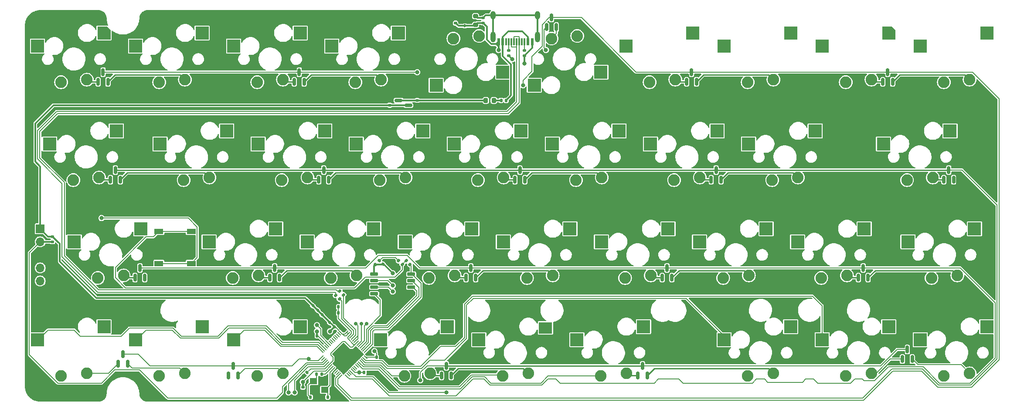
<source format=gbl>
%TF.GenerationSoftware,KiCad,Pcbnew,7.0.6*%
%TF.CreationDate,2023-08-01T10:10:21-04:00*%
%TF.ProjectId,good-delivery,676f6f64-2d64-4656-9c69-766572792e6b,rev?*%
%TF.SameCoordinates,PX2d6b3a0PY7e9ae4e*%
%TF.FileFunction,Copper,L2,Bot*%
%TF.FilePolarity,Positive*%
%FSLAX46Y46*%
G04 Gerber Fmt 4.6, Leading zero omitted, Abs format (unit mm)*
G04 Created by KiCad (PCBNEW 7.0.6) date 2023-08-01 10:10:21*
%MOMM*%
%LPD*%
G01*
G04 APERTURE LIST*
G04 Aperture macros list*
%AMRoundRect*
0 Rectangle with rounded corners*
0 $1 Rounding radius*
0 $2 $3 $4 $5 $6 $7 $8 $9 X,Y pos of 4 corners*
0 Add a 4 corners polygon primitive as box body*
4,1,4,$2,$3,$4,$5,$6,$7,$8,$9,$2,$3,0*
0 Add four circle primitives for the rounded corners*
1,1,$1+$1,$2,$3*
1,1,$1+$1,$4,$5*
1,1,$1+$1,$6,$7*
1,1,$1+$1,$8,$9*
0 Add four rect primitives between the rounded corners*
20,1,$1+$1,$2,$3,$4,$5,0*
20,1,$1+$1,$4,$5,$6,$7,0*
20,1,$1+$1,$6,$7,$8,$9,0*
20,1,$1+$1,$8,$9,$2,$3,0*%
%AMOutline5P*
0 Free polygon, 5 corners , with rotation*
0 The origin of the aperture is its center*
0 number of corners: always 5*
0 $1 to $10 corner X, Y*
0 $11 Rotation angle, in degrees counterclockwise*
0 create outline with 5 corners*
4,1,5,$1,$2,$3,$4,$5,$6,$7,$8,$9,$10,$1,$2,$11*%
%AMOutline6P*
0 Free polygon, 6 corners , with rotation*
0 The origin of the aperture is its center*
0 number of corners: always 6*
0 $1 to $12 corner X, Y*
0 $13 Rotation angle, in degrees counterclockwise*
0 create outline with 6 corners*
4,1,6,$1,$2,$3,$4,$5,$6,$7,$8,$9,$10,$11,$12,$1,$2,$13*%
%AMOutline7P*
0 Free polygon, 7 corners , with rotation*
0 The origin of the aperture is its center*
0 number of corners: always 7*
0 $1 to $14 corner X, Y*
0 $15 Rotation angle, in degrees counterclockwise*
0 create outline with 7 corners*
4,1,7,$1,$2,$3,$4,$5,$6,$7,$8,$9,$10,$11,$12,$13,$14,$1,$2,$15*%
%AMOutline8P*
0 Free polygon, 8 corners , with rotation*
0 The origin of the aperture is its center*
0 number of corners: always 8*
0 $1 to $16 corner X, Y*
0 $17 Rotation angle, in degrees counterclockwise*
0 create outline with 8 corners*
4,1,8,$1,$2,$3,$4,$5,$6,$7,$8,$9,$10,$11,$12,$13,$14,$15,$16,$1,$2,$17*%
G04 Aperture macros list end*
%TA.AperFunction,ComponentPad*%
%ADD10C,0.800000*%
%TD*%
%TA.AperFunction,SMDPad,CuDef*%
%ADD11R,2.550000X2.500000*%
%TD*%
%TA.AperFunction,ComponentPad*%
%ADD12C,2.250000*%
%TD*%
%TA.AperFunction,SMDPad,CuDef*%
%ADD13R,2.550000X2.250000*%
%TD*%
%TA.AperFunction,SMDPad,CuDef*%
%ADD14Outline5P,-1.275000X1.250000X0.575000X1.250000X1.275000X0.550000X1.275000X-1.250000X-1.275000X-1.250000X0.000000*%
%TD*%
%TA.AperFunction,ComponentPad*%
%ADD15R,1.700000X1.700000*%
%TD*%
%TA.AperFunction,ComponentPad*%
%ADD16O,1.700000X1.700000*%
%TD*%
%TA.AperFunction,SMDPad,CuDef*%
%ADD17RoundRect,0.135000X-0.226274X-0.035355X-0.035355X-0.226274X0.226274X0.035355X0.035355X0.226274X0*%
%TD*%
%TA.AperFunction,SMDPad,CuDef*%
%ADD18RoundRect,0.135000X-0.185000X0.135000X-0.185000X-0.135000X0.185000X-0.135000X0.185000X0.135000X0*%
%TD*%
%TA.AperFunction,SMDPad,CuDef*%
%ADD19RoundRect,0.140000X0.021213X-0.219203X0.219203X-0.021213X-0.021213X0.219203X-0.219203X0.021213X0*%
%TD*%
%TA.AperFunction,SMDPad,CuDef*%
%ADD20R,0.600000X1.450000*%
%TD*%
%TA.AperFunction,SMDPad,CuDef*%
%ADD21R,0.300000X1.450000*%
%TD*%
%TA.AperFunction,ComponentPad*%
%ADD22O,1.000000X1.600000*%
%TD*%
%TA.AperFunction,ComponentPad*%
%ADD23O,1.000000X2.100000*%
%TD*%
%TA.AperFunction,SMDPad,CuDef*%
%ADD24RoundRect,0.140000X-0.170000X0.140000X-0.170000X-0.140000X0.170000X-0.140000X0.170000X0.140000X0*%
%TD*%
%TA.AperFunction,SMDPad,CuDef*%
%ADD25RoundRect,0.150000X0.150000X-0.587500X0.150000X0.587500X-0.150000X0.587500X-0.150000X-0.587500X0*%
%TD*%
%TA.AperFunction,SMDPad,CuDef*%
%ADD26RoundRect,0.140000X0.140000X0.170000X-0.140000X0.170000X-0.140000X-0.170000X0.140000X-0.170000X0*%
%TD*%
%TA.AperFunction,SMDPad,CuDef*%
%ADD27RoundRect,0.150000X0.587500X0.150000X-0.587500X0.150000X-0.587500X-0.150000X0.587500X-0.150000X0*%
%TD*%
%TA.AperFunction,SMDPad,CuDef*%
%ADD28RoundRect,0.200000X-0.275000X0.200000X-0.275000X-0.200000X0.275000X-0.200000X0.275000X0.200000X0*%
%TD*%
%TA.AperFunction,SMDPad,CuDef*%
%ADD29RoundRect,0.218750X0.218750X0.256250X-0.218750X0.256250X-0.218750X-0.256250X0.218750X-0.256250X0*%
%TD*%
%TA.AperFunction,SMDPad,CuDef*%
%ADD30RoundRect,0.140000X-0.140000X-0.170000X0.140000X-0.170000X0.140000X0.170000X-0.140000X0.170000X0*%
%TD*%
%TA.AperFunction,SMDPad,CuDef*%
%ADD31RoundRect,0.140000X0.170000X-0.140000X0.170000X0.140000X-0.170000X0.140000X-0.170000X-0.140000X0*%
%TD*%
%TA.AperFunction,SMDPad,CuDef*%
%ADD32RoundRect,0.050000X0.309359X-0.238649X-0.238649X0.309359X-0.309359X0.238649X0.238649X-0.309359X0*%
%TD*%
%TA.AperFunction,SMDPad,CuDef*%
%ADD33RoundRect,0.050000X0.309359X0.238649X0.238649X0.309359X-0.309359X-0.238649X-0.238649X-0.309359X0*%
%TD*%
%TA.AperFunction,ComponentPad*%
%ADD34C,0.650000*%
%TD*%
%TA.AperFunction,SMDPad,CuDef*%
%ADD35RoundRect,0.144000X2.059095X0.000000X0.000000X2.059095X-2.059095X0.000000X0.000000X-2.059095X0*%
%TD*%
%TA.AperFunction,SMDPad,CuDef*%
%ADD36R,1.700000X1.000000*%
%TD*%
%TA.AperFunction,SMDPad,CuDef*%
%ADD37RoundRect,0.135000X0.035355X-0.226274X0.226274X-0.035355X-0.035355X0.226274X-0.226274X0.035355X0*%
%TD*%
%TA.AperFunction,SMDPad,CuDef*%
%ADD38RoundRect,0.112500X0.112500X-0.187500X0.112500X0.187500X-0.112500X0.187500X-0.112500X-0.187500X0*%
%TD*%
%TA.AperFunction,SMDPad,CuDef*%
%ADD39RoundRect,0.135000X-0.135000X-0.185000X0.135000X-0.185000X0.135000X0.185000X-0.135000X0.185000X0*%
%TD*%
%TA.AperFunction,SMDPad,CuDef*%
%ADD40RoundRect,0.150000X0.650000X0.150000X-0.650000X0.150000X-0.650000X-0.150000X0.650000X-0.150000X0*%
%TD*%
%TA.AperFunction,SMDPad,CuDef*%
%ADD41RoundRect,0.140000X-0.021213X0.219203X-0.219203X0.021213X0.021213X-0.219203X0.219203X-0.021213X0*%
%TD*%
%TA.AperFunction,SMDPad,CuDef*%
%ADD42R,1.400000X1.200000*%
%TD*%
%TA.AperFunction,SMDPad,CuDef*%
%ADD43RoundRect,0.147500X0.172500X-0.147500X0.172500X0.147500X-0.172500X0.147500X-0.172500X-0.147500X0*%
%TD*%
%TA.AperFunction,SMDPad,CuDef*%
%ADD44RoundRect,0.147500X0.147500X0.172500X-0.147500X0.172500X-0.147500X-0.172500X0.147500X-0.172500X0*%
%TD*%
%TA.AperFunction,ViaPad*%
%ADD45C,0.800000*%
%TD*%
%TA.AperFunction,ViaPad*%
%ADD46C,0.700000*%
%TD*%
%TA.AperFunction,Conductor*%
%ADD47C,0.200000*%
%TD*%
%TA.AperFunction,Conductor*%
%ADD48C,0.250000*%
%TD*%
%TA.AperFunction,Conductor*%
%ADD49C,0.300000*%
%TD*%
G04 APERTURE END LIST*
D10*
%TO.P,MX11,1,COL*%
%TO.N,COL 2*%
X35750524Y31877168D03*
X35750524Y30353168D03*
D11*
X35777524Y31115168D03*
D12*
X40362524Y24075168D03*
%TO.P,MX11,2,ROW*%
%TO.N,Net-(MX11-ROW)*%
X45362524Y24575168D03*
D10*
X48704524Y34417168D03*
D11*
X48704524Y33655168D03*
D10*
X48704524Y32893168D03*
%TD*%
%TO.P,MX33,1,COL*%
%TO.N,COL 8*%
X150050524Y31877168D03*
X150050524Y30353168D03*
D11*
X150077524Y31115168D03*
D12*
X154662524Y24075168D03*
%TO.P,MX33,2,ROW*%
%TO.N,Net-(MX33-ROW)*%
X159662524Y24575168D03*
D10*
X163004524Y34417168D03*
D11*
X163004524Y33655168D03*
D10*
X163004524Y32893168D03*
%TD*%
%TO.P,MX21,1,COL*%
%TO.N,COL 5*%
X102425524Y50927168D03*
X102425524Y49403168D03*
D11*
X102452524Y50165168D03*
D12*
X107037524Y43125168D03*
%TO.P,MX21,2,ROW*%
%TO.N,Net-(MX21-ROW)*%
X112037524Y43625168D03*
D10*
X115379524Y53467168D03*
D11*
X115379524Y52705168D03*
D10*
X115379524Y51943168D03*
%TD*%
%TO.P,MX3,1,COL*%
%TO.N,COL 0*%
X9583774Y31877168D03*
D11*
X9583774Y31115168D03*
D10*
X9583774Y30353168D03*
D12*
X14168774Y24075168D03*
%TO.P,MX3,2,ROW*%
%TO.N,Net-(MX3-ROW)*%
X19168774Y24575168D03*
D10*
X22510774Y34417168D03*
D11*
X22510774Y33655168D03*
D10*
X22510774Y32893168D03*
%TD*%
%TO.P,MX7,1,COL*%
%TO.N,COL 1*%
X26225524Y50927168D03*
X26225524Y49403168D03*
D11*
X26252524Y50165168D03*
D12*
X30837524Y43125168D03*
%TO.P,MX7,2,ROW*%
%TO.N,Net-(MX7-ROW)*%
X35837524Y43625168D03*
D10*
X39179524Y53467168D03*
D11*
X39179524Y52705168D03*
D10*
X39179524Y51943168D03*
%TD*%
%TO.P,MX8,1,COL*%
%TO.N,COL 1*%
X21463024Y12827168D03*
X21463024Y11303168D03*
D11*
X21490024Y12065168D03*
D12*
X26075024Y5025168D03*
%TO.P,MX8,2,ROW*%
%TO.N,Net-(MX8-ROW)*%
X31075024Y5525168D03*
D10*
X34417024Y15367168D03*
D11*
X34417024Y14605168D03*
D10*
X34417024Y13843168D03*
%TD*%
%TO.P,MX12,1,COL*%
%TO.N,COL 2*%
X40513024Y12827168D03*
X40513024Y11303168D03*
D11*
X40540024Y12065168D03*
D12*
X45125024Y5025168D03*
%TO.P,MX12,2,ROW*%
%TO.N,Net-(MX12-ROW)*%
X50125024Y5525168D03*
D10*
X53467024Y15367168D03*
D11*
X53467024Y14605168D03*
D10*
X53467024Y13843168D03*
%TD*%
%TO.P,MX15,1,COL*%
%TO.N,COL 3*%
X54800524Y31877168D03*
X54800524Y30353168D03*
D11*
X54827524Y31115168D03*
D12*
X59412524Y24075168D03*
%TO.P,MX15,2,ROW*%
%TO.N,Net-(MX15-ROW)*%
X64412524Y24575168D03*
D10*
X67754524Y34417168D03*
D11*
X67754524Y33655168D03*
D10*
X67754524Y32893168D03*
%TD*%
%TO.P,MX24,1,COL*%
%TO.N,COL 6*%
X116713024Y69977168D03*
X116713024Y68453168D03*
D11*
X116740024Y69215168D03*
D12*
X121325024Y62175168D03*
%TO.P,MX24,2,ROW*%
%TO.N,Net-(MX24-ROW)*%
X126325024Y62675168D03*
D10*
X129667024Y72517168D03*
D11*
X129667024Y71755168D03*
D10*
X129667024Y70993168D03*
%TD*%
%TO.P,MX27,1,COL*%
%TO.N,COL 6*%
X107188024Y12827168D03*
X107188024Y11303168D03*
D11*
X107215024Y12065168D03*
D12*
X111800024Y5025168D03*
%TO.P,MX27,2,ROW*%
%TO.N,Net-(MX27-ROW)*%
X116800024Y5525168D03*
D10*
X120142024Y15367168D03*
D11*
X120142024Y14605168D03*
D10*
X120142024Y13843168D03*
%TD*%
%TO.P,MX6,1,COL*%
%TO.N,COL 1*%
X21463024Y69977168D03*
X21463024Y68453168D03*
D11*
X21490024Y69215168D03*
D12*
X26075024Y62175168D03*
%TO.P,MX6,2,ROW*%
%TO.N,Net-(MX6-ROW)*%
X31075024Y62675168D03*
D10*
X34417024Y72517168D03*
D11*
X34417024Y71755168D03*
D10*
X34417024Y70993168D03*
%TD*%
%TO.P,MX14,1,COL*%
%TO.N,COL 3*%
X64325524Y50927168D03*
X64325524Y49403168D03*
D11*
X64352524Y50165168D03*
D12*
X68937524Y43125168D03*
%TO.P,MX14,2,ROW*%
%TO.N,Net-(MX14-ROW)*%
X73937524Y43625168D03*
D10*
X77279524Y53467168D03*
D11*
X77279524Y52705168D03*
D10*
X77279524Y51943168D03*
%TD*%
%TO.P,MX37,1,COL*%
%TO.N,COL 9*%
X171481774Y31877168D03*
X171481774Y30353168D03*
D11*
X171508774Y31115168D03*
D12*
X176093774Y24075168D03*
%TO.P,MX37,2,ROW*%
%TO.N,Net-(MX37-ROW)*%
X181093774Y24575168D03*
D10*
X184435774Y34417168D03*
D11*
X184435774Y33655168D03*
D10*
X184435774Y32893168D03*
%TD*%
%TO.P,MX29,1,COL*%
%TO.N,COL 7*%
X140525524Y50927168D03*
X140525524Y49403168D03*
D11*
X140552524Y50165168D03*
D12*
X145137524Y43125168D03*
%TO.P,MX29,2,ROW*%
%TO.N,Net-(MX29-ROW)*%
X150137524Y43625168D03*
D10*
X153479524Y53467168D03*
D11*
X153479524Y52705168D03*
D10*
X153479524Y51943168D03*
%TD*%
D12*
%TO.P,MX16,1,COL*%
%TO.N,COL 4*%
X83225024Y70675168D03*
D10*
X79883024Y60833168D03*
D11*
X79883024Y61595168D03*
D10*
X79883024Y62357168D03*
%TO.P,MX16,2,ROW*%
%TO.N,Net-(MX16-ROW)*%
X92837024Y63373168D03*
X92837024Y64897168D03*
D11*
X92810024Y64135168D03*
D12*
X88225024Y71175168D03*
%TD*%
D10*
%TO.P,MX17,1,COL*%
%TO.N,COL 4*%
X83375524Y50927168D03*
X83375524Y49403168D03*
D11*
X83402524Y50165168D03*
D12*
X87987524Y43125168D03*
%TO.P,MX17,2,ROW*%
%TO.N,Net-(MX17-ROW)*%
X92987524Y43625168D03*
D10*
X96329524Y53467168D03*
D11*
X96329524Y52705168D03*
D10*
X96329524Y51943168D03*
%TD*%
%TO.P,MX13,1,COL*%
%TO.N,COL 3*%
X59563024Y69977168D03*
X59563024Y68453168D03*
D11*
X59590024Y69215168D03*
D12*
X64175024Y62175168D03*
%TO.P,MX13,2,ROW*%
%TO.N,Net-(MX13-ROW)*%
X69175024Y62675168D03*
D10*
X72517024Y72517168D03*
D11*
X72517024Y71755168D03*
D10*
X72517024Y70993168D03*
%TD*%
%TO.P,MX23,1,COL*%
%TO.N,COL 5*%
X88138240Y12827024D03*
X88138240Y11303024D03*
D11*
X88165240Y12065024D03*
D12*
X92750240Y5025024D03*
%TO.P,MX23,2,ROW*%
%TO.N,Net-(MX23-ROW)*%
X97750240Y5525024D03*
D13*
X101092240Y14355024D03*
D10*
X101092240Y13843024D03*
%TD*%
%TO.P,MX26,1,COL*%
%TO.N,COL 6*%
X111950524Y31877168D03*
X111950524Y30353168D03*
D11*
X111977524Y31115168D03*
D12*
X116562524Y24075168D03*
%TO.P,MX26,2,ROW*%
%TO.N,Net-(MX26-ROW)*%
X121562524Y24575168D03*
D10*
X124904524Y34417168D03*
D11*
X124904524Y33655168D03*
D10*
X124904524Y32893168D03*
%TD*%
%TO.P,MX18,1,COL*%
%TO.N,COL 4*%
X73850524Y31877168D03*
X73850524Y30353168D03*
D11*
X73877524Y31115168D03*
D12*
X78462524Y24075168D03*
%TO.P,MX18,2,ROW*%
%TO.N,Net-(MX18-ROW)*%
X83462524Y24575168D03*
D10*
X86804524Y34417168D03*
D11*
X86804524Y33655168D03*
D10*
X86804524Y32893168D03*
%TD*%
%TO.P,MX38,1,COL*%
%TO.N,COL 9*%
X173863024Y12827168D03*
X173863024Y11303168D03*
D11*
X173890024Y12065168D03*
D12*
X178475024Y5025168D03*
%TO.P,MX38,2,ROW*%
%TO.N,Net-(MX38-ROW)*%
X183475024Y5525168D03*
D10*
X186817024Y15367168D03*
D11*
X186817024Y14605168D03*
D10*
X186817024Y13843168D03*
%TD*%
%TO.P,MX2,1,COL*%
%TO.N,COL 0*%
X4794274Y50927168D03*
X4794274Y49403168D03*
D11*
X4821274Y50165168D03*
D12*
X9406274Y43125168D03*
%TO.P,MX2,2,ROW*%
%TO.N,Net-(MX2-ROW)*%
X14406274Y43625168D03*
D10*
X17748274Y53467168D03*
D11*
X17748274Y52705168D03*
D10*
X17748274Y51943168D03*
%TD*%
%TO.P,MX35,1,COL*%
%TO.N,COL 9*%
X173863024Y69977168D03*
X173863024Y68453168D03*
D11*
X173890024Y69215168D03*
D12*
X178475024Y62175168D03*
%TO.P,MX35,2,ROW*%
%TO.N,Net-(MX35-ROW)*%
X183475024Y62675168D03*
D10*
X186817024Y72517168D03*
D11*
X186817024Y71755168D03*
D10*
X186817024Y70993168D03*
%TD*%
%TO.P,MX1,1,COL*%
%TO.N,COL 0*%
X2413024Y69977168D03*
X2413024Y68453168D03*
D11*
X2440024Y69215168D03*
D12*
X7025024Y62175168D03*
%TO.P,MX1,2,ROW*%
%TO.N,Net-(MX1-ROW)*%
X12025024Y62675168D03*
D10*
X15367024Y72517168D03*
D14*
X15367024Y71755168D03*
D10*
X15367024Y70993168D03*
%TD*%
D15*
%TO.P,J2,1,Pin_1*%
%TO.N,+3V3*%
X2976570Y33650072D03*
D16*
%TO.P,J2,2,Pin_2*%
%TO.N,RESET*%
X2976570Y31110072D03*
%TO.P,J2,3,Pin_3*%
%TO.N,GND*%
X2976570Y28570072D03*
%TO.P,J2,4,Pin_4*%
%TO.N,SWDIO*%
X2976570Y26030072D03*
%TO.P,J2,5,Pin_5*%
%TO.N,SWCLK*%
X2976570Y23490072D03*
%TD*%
D10*
%TO.P,MX36,1,COL*%
%TO.N,COL 9*%
X166746274Y50927168D03*
D11*
X166746274Y50165168D03*
D10*
X166746274Y49403168D03*
D12*
X171331274Y43125168D03*
%TO.P,MX36,2,ROW*%
%TO.N,Net-(MX36-ROW)*%
X176331274Y43625168D03*
D10*
X179673274Y53467168D03*
D11*
X179673274Y52705168D03*
D10*
X179673274Y51943168D03*
%TD*%
%TO.P,MX28,1,COL*%
%TO.N,COL 7*%
X135763024Y69977168D03*
X135763024Y68453168D03*
D11*
X135790024Y69215168D03*
D12*
X140375024Y62175168D03*
%TO.P,MX28,2,ROW*%
%TO.N,Net-(MX28-ROW)*%
X145375024Y62675168D03*
D10*
X148717024Y72517168D03*
D11*
X148717024Y71755168D03*
D10*
X148717024Y70993168D03*
%TD*%
%TO.P,MX19,1,COL*%
%TO.N,COL 4*%
X69088024Y12827168D03*
X69088024Y11303168D03*
D11*
X69115024Y12065168D03*
D12*
X73700024Y5025168D03*
%TO.P,MX19,2,ROW*%
%TO.N,Net-(MX19-ROW)*%
X78700024Y5525168D03*
D10*
X82042024Y15367168D03*
D11*
X82042024Y14605168D03*
D10*
X82042024Y13843168D03*
%TD*%
%TO.P,MX4,1,COL*%
%TO.N,COL 0*%
X2413024Y12827168D03*
X2413024Y11303168D03*
D11*
X2440024Y12065168D03*
D12*
X7025024Y5025168D03*
%TO.P,MX4,2,ROW*%
%TO.N,Net-(MX4-ROW)*%
X12025024Y5525168D03*
D10*
X15367024Y15367168D03*
D11*
X15367024Y14605168D03*
D10*
X15367024Y13843168D03*
%TD*%
%TO.P,MX32,1,COL*%
%TO.N,COL 8*%
X154813024Y69977168D03*
X154813024Y68453168D03*
D11*
X154840024Y69215168D03*
D12*
X159425024Y62175168D03*
%TO.P,MX32,2,ROW*%
%TO.N,Net-(MX32-ROW)*%
X164425024Y62675168D03*
D10*
X167767024Y72517168D03*
D14*
X167767024Y71755168D03*
D10*
X167767024Y70993168D03*
%TD*%
%TO.P,MX31,1,COL*%
%TO.N,COL 7*%
X135763024Y12827168D03*
X135763024Y11303168D03*
D11*
X135790024Y12065168D03*
D12*
X140375024Y5025168D03*
%TO.P,MX31,2,ROW*%
%TO.N,Net-(MX31-ROW)*%
X145375024Y5525168D03*
D10*
X148717024Y15367168D03*
D11*
X148717024Y14605168D03*
D10*
X148717024Y13843168D03*
%TD*%
%TO.P,MX9,1,COL*%
%TO.N,COL 2*%
X40513024Y69977168D03*
X40513024Y68453168D03*
D11*
X40540024Y69215168D03*
D12*
X45125024Y62175168D03*
%TO.P,MX9,2,ROW*%
%TO.N,Net-(MX9-ROW)*%
X50125024Y62675168D03*
D10*
X53467024Y72517168D03*
D11*
X53467024Y71755168D03*
D10*
X53467024Y70993168D03*
%TD*%
%TO.P,MX34,1,COL*%
%TO.N,COL 8*%
X154813024Y12827168D03*
X154813024Y11303168D03*
D11*
X154840024Y12065168D03*
D12*
X159425024Y5025168D03*
%TO.P,MX34,2,ROW*%
%TO.N,Net-(MX34-ROW)*%
X164425024Y5525168D03*
D10*
X167767024Y15367168D03*
D11*
X167767024Y14605168D03*
D10*
X167767024Y13843168D03*
%TD*%
%TO.P,MX22,1,COL*%
%TO.N,COL 5*%
X92900524Y31877168D03*
X92900524Y30353168D03*
D11*
X92927524Y31115168D03*
D12*
X97512524Y24075168D03*
%TO.P,MX22,2,ROW*%
%TO.N,Net-(MX22-ROW)*%
X102512524Y24575168D03*
D10*
X105854524Y34417168D03*
D11*
X105854524Y33655168D03*
D10*
X105854524Y32893168D03*
%TD*%
%TO.P,MX30,1,COL*%
%TO.N,COL 7*%
X131000524Y31877168D03*
X131000524Y30353168D03*
D11*
X131027524Y31115168D03*
D12*
X135612524Y24075168D03*
%TO.P,MX30,2,ROW*%
%TO.N,Net-(MX30-ROW)*%
X140612524Y24575168D03*
D10*
X143954524Y34417168D03*
D11*
X143954524Y33655168D03*
D10*
X143954524Y32893168D03*
%TD*%
%TO.P,MX20,1,COL*%
%TO.N,COL 5*%
X111887024Y63373168D03*
X111887024Y64897168D03*
D11*
X111860024Y64135168D03*
D12*
X107275024Y71175168D03*
%TO.P,MX20,2,ROW*%
%TO.N,Net-(MX20-ROW)*%
X102275024Y70675168D03*
D10*
X98933024Y60833168D03*
D11*
X98933024Y61595168D03*
D10*
X98933024Y62357168D03*
%TD*%
%TO.P,MX10,1,COL*%
%TO.N,COL 2*%
X45275524Y50927168D03*
X45275524Y49403168D03*
D11*
X45302524Y50165168D03*
D12*
X49887524Y43125168D03*
%TO.P,MX10,2,ROW*%
%TO.N,Net-(MX10-ROW)*%
X54887524Y43625168D03*
D10*
X58229524Y53467168D03*
D11*
X58229524Y52705168D03*
D10*
X58229524Y51943168D03*
%TD*%
%TO.P,MX25,1,COL*%
%TO.N,COL 6*%
X121475524Y50927168D03*
X121475524Y49403168D03*
D11*
X121502524Y50165168D03*
D12*
X126087524Y43125168D03*
%TO.P,MX25,2,ROW*%
%TO.N,Net-(MX25-ROW)*%
X131087524Y43625168D03*
D10*
X134429524Y53467168D03*
D11*
X134429524Y52705168D03*
D10*
X134429524Y51943168D03*
%TD*%
D17*
%TO.P,R_DATA1,1*%
%TO.N,D+*%
X61158431Y21494271D03*
%TO.P,R_DATA1,2*%
%TO.N,Net-(U1-USB_DP)*%
X61879679Y20773023D03*
%TD*%
D18*
%TO.P,R2,1*%
%TO.N,Net-(J3-CC1)*%
X94000240Y68349854D03*
%TO.P,R2,2*%
%TO.N,GNDPWR*%
X94000240Y67329854D03*
%TD*%
D19*
%TO.P,C_3V-Decoup5,1*%
%TO.N,+3V3*%
X57703704Y16924695D03*
%TO.P,C_3V-Decoup5,2*%
%TO.N,GND*%
X58382526Y17603517D03*
%TD*%
D20*
%TO.P,J3,A1,GND*%
%TO.N,GNDPWR*%
X92000240Y70071593D03*
%TO.P,J3,A4,VBUS*%
%TO.N,VBUS*%
X92800240Y70071593D03*
D21*
%TO.P,J3,A5,CC1*%
%TO.N,Net-(J3-CC1)*%
X94000240Y70071593D03*
%TO.P,J3,A6,D+*%
%TO.N,D+*%
X95000240Y70071593D03*
%TO.P,J3,A7,D-*%
%TO.N,D-*%
X95500240Y70071593D03*
%TO.P,J3,A8,SBU1*%
%TO.N,unconnected-(J3-SBU1-PadA8)*%
X96500240Y70071593D03*
D20*
%TO.P,J3,A9,VBUS*%
%TO.N,VBUS*%
X97700240Y70071593D03*
%TO.P,J3,A12,GND*%
%TO.N,GNDPWR*%
X98500240Y70071593D03*
%TO.P,J3,B1,GND*%
X98500240Y70071593D03*
%TO.P,J3,B4,VBUS*%
%TO.N,VBUS*%
X97700240Y70071593D03*
D21*
%TO.P,J3,B5,CC2*%
%TO.N,Net-(J3-CC2)*%
X97000240Y70071593D03*
%TO.P,J3,B6,D+*%
%TO.N,D+*%
X96000240Y70071593D03*
%TO.P,J3,B7,D-*%
%TO.N,D-*%
X94500240Y70071593D03*
%TO.P,J3,B8,SBU2*%
%TO.N,unconnected-(J3-SBU2-PadB8)*%
X93500240Y70071593D03*
D20*
%TO.P,J3,B9,VBUS*%
%TO.N,VBUS*%
X92800240Y70071593D03*
%TO.P,J3,B12,GND*%
%TO.N,GNDPWR*%
X92000240Y70071593D03*
D22*
%TO.P,J3,S1,SHIELD*%
%TO.N,Earth*%
X90930240Y75166593D03*
D23*
X90930240Y70986593D03*
D22*
X99570240Y75166593D03*
D23*
X99570240Y70986593D03*
%TD*%
D24*
%TO.P,C_3V-Decoup8,1*%
%TO.N,+3V3*%
X53980024Y2788913D03*
%TO.P,C_3V-Decoup8,2*%
%TO.N,GND*%
X53980024Y1828913D03*
%TD*%
D25*
%TO.P,D8,1,A*%
%TO.N,Net-(MX12-ROW)*%
X41431352Y5100168D03*
%TO.P,D8,2,A*%
%TO.N,unconnected-(D8-A-Pad2)*%
X39531352Y5100168D03*
%TO.P,D8,3,K*%
%TO.N,ROW 3*%
X40481352Y6975168D03*
%TD*%
D26*
%TO.P,C_1V-Decoup1,1*%
%TO.N,+1V1*%
X60904371Y17264106D03*
%TO.P,C_1V-Decoup1,2*%
%TO.N,GND*%
X59944371Y17264106D03*
%TD*%
D25*
%TO.P,D1,1,A*%
%TO.N,Net-(MX6-ROW)*%
X16130663Y62250264D03*
%TO.P,D1,2,A*%
%TO.N,Net-(MX1-ROW)*%
X14230663Y62250264D03*
%TO.P,D1,3,K*%
%TO.N,ROW 0*%
X15180663Y64125264D03*
%TD*%
D19*
%TO.P,C_3V-Decoup4,1*%
%TO.N,+3V3*%
X59191989Y15436410D03*
%TO.P,C_3V-Decoup4,2*%
%TO.N,GND*%
X59870811Y16115232D03*
%TD*%
D24*
%TO.P,C1,1*%
%TO.N,Earth*%
X88999443Y74664564D03*
%TO.P,C1,2*%
%TO.N,GNDPWR*%
X88999443Y73704564D03*
%TD*%
D27*
%TO.P,U3,1,GND*%
%TO.N,GND*%
X74458779Y59588429D03*
%TO.P,U3,2,VO*%
%TO.N,+3V3*%
X74458779Y57688429D03*
%TO.P,U3,3,VI*%
%TO.N,+5V*%
X72583779Y58638429D03*
%TD*%
D25*
%TO.P,D17,1,A*%
%TO.N,Net-(MX35-ROW)*%
X168531047Y62250264D03*
%TO.P,D17,2,A*%
%TO.N,Net-(MX32-ROW)*%
X166631047Y62250264D03*
%TO.P,D17,3,K*%
%TO.N,ROW 0*%
X167581047Y64125264D03*
%TD*%
D17*
%TO.P,R_Flash3,1*%
%TO.N,Net-(R_Flash2-Pad2)*%
X74053626Y27447411D03*
%TO.P,R_Flash3,2*%
%TO.N,CS*%
X74774874Y26726163D03*
%TD*%
D25*
%TO.P,D11,1,A*%
%TO.N,Net-(MX22-ROW)*%
X87568343Y24150168D03*
%TO.P,D11,2,A*%
%TO.N,Net-(MX18-ROW)*%
X85668343Y24150168D03*
%TO.P,D11,3,K*%
%TO.N,ROW 2*%
X86618343Y26025168D03*
%TD*%
D28*
%TO.P,R1,1*%
%TO.N,Earth*%
X87511158Y75009564D03*
%TO.P,R1,2*%
%TO.N,GNDPWR*%
X87511158Y73359564D03*
%TD*%
D25*
%TO.P,D20,1,A*%
%TO.N,Net-(MX38-ROW)*%
X172343403Y8289867D03*
%TO.P,D20,2,A*%
%TO.N,Net-(MX34-ROW)*%
X170443403Y8289867D03*
%TO.P,D20,3,K*%
%TO.N,ROW 3*%
X171393403Y10164867D03*
%TD*%
%TO.P,D18,1,A*%
%TO.N,unconnected-(D18-A-Pad1)*%
X180380142Y43200390D03*
%TO.P,D18,2,A*%
%TO.N,Net-(MX36-ROW)*%
X178480142Y43200390D03*
%TO.P,D18,3,K*%
%TO.N,ROW 1*%
X179430142Y45075390D03*
%TD*%
D29*
%TO.P,F1,1*%
%TO.N,Net-(F1-Pad1)*%
X91087885Y58638429D03*
%TO.P,F1,2*%
%TO.N,+5V*%
X89512885Y58638429D03*
%TD*%
D30*
%TO.P,C_3V-Decoup6,1*%
%TO.N,+3V3*%
X68278767Y8632053D03*
%TO.P,C_3V-Decoup6,2*%
%TO.N,GND*%
X69238767Y8632053D03*
%TD*%
D19*
%TO.P,C_Flash1,1*%
%TO.N,+3V3*%
X69609984Y26747376D03*
%TO.P,C_Flash1,2*%
%TO.N,GND*%
X70288806Y27426198D03*
%TD*%
D31*
%TO.P,C_LD2,1*%
%TO.N,+3V3*%
X70842366Y57688429D03*
%TO.P,C_LD2,2*%
%TO.N,GND*%
X70842366Y58648429D03*
%TD*%
D25*
%TO.P,D6,1,A*%
%TO.N,Net-(MX14-ROW)*%
X58993271Y43200216D03*
%TO.P,D6,2,A*%
%TO.N,Net-(MX10-ROW)*%
X57093271Y43200216D03*
%TO.P,D6,3,K*%
%TO.N,ROW 1*%
X58043271Y45075216D03*
%TD*%
D32*
%TO.P,U1,1,IOVDD*%
%TO.N,+3V3*%
X66181813Y8635165D03*
%TO.P,U1,2,GPIO0*%
%TO.N,COL 8*%
X65898970Y8352322D03*
%TO.P,U1,3,GPIO1*%
%TO.N,COL 7*%
X65616128Y8069480D03*
%TO.P,U1,4,GPIO2*%
%TO.N,COL 4*%
X65333285Y7786637D03*
%TO.P,U1,5,GPIO3*%
%TO.N,COL 5*%
X65050442Y7503794D03*
%TO.P,U1,6,GPIO4*%
%TO.N,COL 6*%
X64767600Y7220952D03*
%TO.P,U1,7,GPIO5*%
%TO.N,unconnected-(U1-GPIO5-Pad7)*%
X64484757Y6938109D03*
%TO.P,U1,8,GPIO6*%
%TO.N,unconnected-(U1-GPIO6-Pad8)*%
X64201914Y6655266D03*
%TO.P,U1,9,GPIO7*%
%TO.N,unconnected-(U1-GPIO7-Pad9)*%
X63919071Y6372423D03*
%TO.P,U1,10,IOVDD*%
%TO.N,+3V3*%
X63636229Y6089581D03*
%TO.P,U1,11,GPIO8*%
%TO.N,COL 9*%
X63353386Y5806738D03*
%TO.P,U1,12,GPIO9*%
%TO.N,unconnected-(U1-GPIO9-Pad12)*%
X63070543Y5523895D03*
%TO.P,U1,13,GPIO10*%
%TO.N,unconnected-(U1-GPIO10-Pad13)*%
X62787701Y5241053D03*
%TO.P,U1,14,GPIO11*%
%TO.N,ROW 2*%
X62504858Y4958210D03*
D33*
%TO.P,U1,15,GPIO12*%
%TO.N,ROW 1*%
X61320454Y4958210D03*
%TO.P,U1,16,GPIO13*%
%TO.N,ROW 0*%
X61037611Y5241053D03*
%TO.P,U1,17,GPIO14*%
%TO.N,unconnected-(U1-GPIO14-Pad17)*%
X60754769Y5523895D03*
%TO.P,U1,18,GPIO15*%
%TO.N,unconnected-(U1-GPIO15-Pad18)*%
X60471926Y5806738D03*
%TO.P,U1,19,TESTEN*%
%TO.N,GND*%
X60189083Y6089581D03*
%TO.P,U1,20,XIN*%
%TO.N,XTAL_IN*%
X59906241Y6372423D03*
%TO.P,U1,21,XOUT*%
%TO.N,XTAL_OUT*%
X59623398Y6655266D03*
%TO.P,U1,22,IOVDD*%
%TO.N,+3V3*%
X59340555Y6938109D03*
%TO.P,U1,23,DVDD*%
%TO.N,+1V1*%
X59057712Y7220952D03*
%TO.P,U1,24,SWCLK*%
%TO.N,SWCLK*%
X58774870Y7503794D03*
%TO.P,U1,25,SWD*%
%TO.N,SWDIO*%
X58492027Y7786637D03*
%TO.P,U1,26,RUN*%
%TO.N,RESET*%
X58209184Y8069480D03*
%TO.P,U1,27,GPIO16*%
%TO.N,unconnected-(U1-GPIO16-Pad27)*%
X57926342Y8352322D03*
%TO.P,U1,28,GPIO17*%
%TO.N,ROW 3*%
X57643499Y8635165D03*
D32*
%TO.P,U1,29,GPIO18*%
%TO.N,COL 2*%
X57643499Y9819569D03*
%TO.P,U1,30,GPIO19*%
%TO.N,COL 1*%
X57926342Y10102412D03*
%TO.P,U1,31,GPIO20*%
%TO.N,COL 0*%
X58209184Y10385254D03*
%TO.P,U1,32,GPIO21*%
%TO.N,unconnected-(U1-GPIO21-Pad32)*%
X58492027Y10668097D03*
%TO.P,U1,33,IOVDD*%
%TO.N,+3V3*%
X58774870Y10950940D03*
%TO.P,U1,34,GPIO22*%
%TO.N,COL 3*%
X59057712Y11233782D03*
%TO.P,U1,35,GPIO23*%
%TO.N,unconnected-(U1-GPIO23-Pad35)*%
X59340555Y11516625D03*
%TO.P,U1,36,GPIO24*%
%TO.N,unconnected-(U1-GPIO24-Pad36)*%
X59623398Y11799468D03*
%TO.P,U1,37,GPIO25*%
%TO.N,unconnected-(U1-GPIO25-Pad37)*%
X59906241Y12082311D03*
%TO.P,U1,38,GPIO26_ADC0*%
%TO.N,unconnected-(U1-GPIO26_ADC0-Pad38)*%
X60189083Y12365153D03*
%TO.P,U1,39,GPIO27_ADC1*%
%TO.N,unconnected-(U1-GPIO27_ADC1-Pad39)*%
X60471926Y12647996D03*
%TO.P,U1,40,GPIO28_ADC2*%
%TO.N,unconnected-(U1-GPIO28_ADC2-Pad40)*%
X60754769Y12930839D03*
%TO.P,U1,41,GPIO29_ADC3*%
%TO.N,unconnected-(U1-GPIO29_ADC3-Pad41)*%
X61037611Y13213681D03*
%TO.P,U1,42,IOVDD*%
%TO.N,+3V3*%
X61320454Y13496524D03*
D33*
%TO.P,U1,43,ADC_AVDD*%
X62504858Y13496524D03*
%TO.P,U1,44,VREG_IN*%
X62787701Y13213681D03*
%TO.P,U1,45,VREG_VOUT*%
%TO.N,+1V1*%
X63070543Y12930839D03*
%TO.P,U1,46,USB_DM*%
%TO.N,Net-(U1-USB_DM)*%
X63353386Y12647996D03*
%TO.P,U1,47,USB_DP*%
%TO.N,Net-(U1-USB_DP)*%
X63636229Y12365153D03*
%TO.P,U1,48,USB_VDD*%
%TO.N,+3V3*%
X63919071Y12082311D03*
%TO.P,U1,49,IOVDD*%
X64201914Y11799468D03*
%TO.P,U1,50,DVDD*%
%TO.N,+1V1*%
X64484757Y11516625D03*
%TO.P,U1,51,QSPI_SD3*%
%TO.N,SD3*%
X64767600Y11233782D03*
%TO.P,U1,52,QSPI_SCLK*%
%TO.N,QSPI_CLK*%
X65050442Y10950940D03*
%TO.P,U1,53,QSPI_SD0*%
%TO.N,SD0*%
X65333285Y10668097D03*
%TO.P,U1,54,QSPI_SD2*%
%TO.N,SD2*%
X65616128Y10385254D03*
%TO.P,U1,55,QSPI_SD1*%
%TO.N,SD1*%
X65898970Y10102412D03*
%TO.P,U1,56,QSPI_SS*%
%TO.N,CS*%
X66181813Y9819569D03*
D34*
%TO.P,U1,57,GND*%
%TO.N,GND*%
X61912656Y7424245D03*
X62814217Y8325806D03*
X63715778Y9227367D03*
X61011095Y8325806D03*
X61912656Y9227367D03*
D35*
X61912656Y9227367D03*
D34*
X62814217Y10128928D03*
X60109534Y9227367D03*
X61011095Y10128928D03*
X61912656Y11030489D03*
%TD*%
D30*
%TO.P,C_3V-Decoup9,1*%
%TO.N,+3V3*%
X65897511Y5655483D03*
%TO.P,C_3V-Decoup9,2*%
%TO.N,GND*%
X66857511Y5655483D03*
%TD*%
D25*
%TO.P,D15,1,A*%
%TO.N,Net-(MX30-ROW)*%
X125668439Y24150168D03*
%TO.P,D15,2,A*%
%TO.N,Net-(MX26-ROW)*%
X123768439Y24150168D03*
%TO.P,D15,3,K*%
%TO.N,ROW 2*%
X124718439Y26025168D03*
%TD*%
D17*
%TO.P,R_DATA2,1*%
%TO.N,D-*%
X60361404Y20697244D03*
%TO.P,R_DATA2,2*%
%TO.N,Net-(U1-USB_DM)*%
X61082652Y19975996D03*
%TD*%
D25*
%TO.P,D14,1,A*%
%TO.N,Net-(MX29-ROW)*%
X135193463Y43200216D03*
%TO.P,D14,2,A*%
%TO.N,Net-(MX25-ROW)*%
X133293463Y43200216D03*
%TO.P,D14,3,K*%
%TO.N,ROW 1*%
X134243463Y45075216D03*
%TD*%
D18*
%TO.P,R_RST1,1*%
%TO.N,+3V3*%
X5357826Y32130072D03*
%TO.P,R_RST1,2*%
%TO.N,RESET*%
X5357826Y31110072D03*
%TD*%
D36*
%TO.P,SW2,1,1*%
%TO.N,GND*%
X26020386Y29353985D03*
X32320386Y29353985D03*
%TO.P,SW2,2,2*%
%TO.N,Net-(R_Flash2-Pad2)*%
X26020386Y33153985D03*
X32320386Y33153985D03*
%TD*%
D31*
%TO.P,C_LD1,1*%
%TO.N,+5V*%
X76200192Y58638429D03*
%TO.P,C_LD1,2*%
%TO.N,GND*%
X76200192Y59598429D03*
%TD*%
D25*
%TO.P,D3,1,A*%
%TO.N,unconnected-(D3-A-Pad1)*%
X23274431Y24150168D03*
%TO.P,D3,2,A*%
%TO.N,Net-(MX3-ROW)*%
X21374431Y24150168D03*
%TO.P,D3,3,K*%
%TO.N,ROW 2*%
X22324431Y26025168D03*
%TD*%
%TO.P,D5,1,A*%
%TO.N,Net-(MX13-ROW)*%
X54230759Y62250264D03*
%TO.P,D5,2,A*%
%TO.N,Net-(MX9-ROW)*%
X52330759Y62250264D03*
%TO.P,D5,3,K*%
%TO.N,ROW 0*%
X53280759Y64125264D03*
%TD*%
D19*
%TO.P,C_3V-Decoup3,1*%
%TO.N,+3V3*%
X60084960Y14543439D03*
%TO.P,C_3V-Decoup3,2*%
%TO.N,GND*%
X60763782Y15222261D03*
%TD*%
D37*
%TO.P,R_Flash1,1*%
%TO.N,+3V3*%
X68100486Y26726163D03*
%TO.P,R_Flash1,2*%
%TO.N,Net-(R_Flash1-Pad2)*%
X68821734Y27447411D03*
%TD*%
D25*
%TO.P,D13,1,A*%
%TO.N,Net-(MX28-ROW)*%
X130430951Y62250264D03*
%TO.P,D13,2,A*%
%TO.N,Net-(MX24-ROW)*%
X128530951Y62250264D03*
%TO.P,D13,3,K*%
%TO.N,ROW 0*%
X129480951Y64125264D03*
%TD*%
D26*
%TO.P,C_Crystal2,1*%
%TO.N,GND*%
X56439516Y892971D03*
%TO.P,C_Crystal2,2*%
%TO.N,Net-(C_Crystal2-Pad2)*%
X55479516Y892971D03*
%TD*%
D38*
%TO.P,D21,1,A1*%
%TO.N,GNDPWR*%
X85427559Y73134564D03*
%TO.P,D21,2,A2*%
%TO.N,GND*%
X85427559Y75234564D03*
%TD*%
D17*
%TO.P,R_Flash2,1*%
%TO.N,Net-(R_Flash1-Pad2)*%
X72565341Y27447411D03*
%TO.P,R_Flash2,2*%
%TO.N,Net-(R_Flash2-Pad2)*%
X73286589Y26726163D03*
%TD*%
D25*
%TO.P,D4,1,A*%
%TO.N,Net-(MX8-ROW)*%
X20000048Y7396896D03*
%TO.P,D4,2,A*%
%TO.N,Net-(MX4-ROW)*%
X18100048Y7396896D03*
%TO.P,D4,3,K*%
%TO.N,ROW 3*%
X19050048Y9271896D03*
%TD*%
%TO.P,D10,1,A*%
%TO.N,Net-(MX21-ROW)*%
X97093367Y43200216D03*
%TO.P,D10,2,A*%
%TO.N,Net-(MX17-ROW)*%
X95193367Y43200216D03*
%TO.P,D10,3,K*%
%TO.N,ROW 1*%
X96143367Y45075216D03*
%TD*%
%TO.P,D19,1,A*%
%TO.N,Net-(MX37-ROW)*%
X163768535Y24150168D03*
%TO.P,D19,2,A*%
%TO.N,Net-(MX33-ROW)*%
X161868535Y24150168D03*
%TO.P,D19,3,K*%
%TO.N,ROW 2*%
X162818535Y26025168D03*
%TD*%
D26*
%TO.P,C_1V-Decoup2,1*%
%TO.N,+1V1*%
X60904371Y18454734D03*
%TO.P,C_1V-Decoup2,2*%
%TO.N,GND*%
X59944371Y18454734D03*
%TD*%
D39*
%TO.P,R_Crystal1,1*%
%TO.N,Net-(C_Crystal2-Pad2)*%
X56640144Y5357827D03*
%TO.P,R_Crystal1,2*%
%TO.N,XTAL_OUT*%
X57660144Y5357827D03*
%TD*%
D36*
%TO.P,SW1,1,1*%
%TO.N,GND*%
X26020386Y23103188D03*
X32320386Y23103188D03*
%TO.P,SW1,2,2*%
%TO.N,RESET*%
X26020386Y26903188D03*
X32320386Y26903188D03*
%TD*%
D40*
%TO.P,U2,1,~{CS}*%
%TO.N,CS*%
X75037680Y24824589D03*
%TO.P,U2,2,DO(IO1)*%
%TO.N,SD1*%
X75037680Y23554589D03*
%TO.P,U2,3,IO2*%
%TO.N,SD2*%
X75037680Y22284589D03*
%TO.P,U2,4,GND*%
%TO.N,GND*%
X75037680Y21014589D03*
%TO.P,U2,5,DI(IO0)*%
%TO.N,SD0*%
X67837680Y21014589D03*
%TO.P,U2,6,CLK*%
%TO.N,QSPI_CLK*%
X67837680Y22284589D03*
%TO.P,U2,7,IO3*%
%TO.N,SD3*%
X67837680Y23554589D03*
%TO.P,U2,8,VCC*%
%TO.N,+3V3*%
X67837680Y24824589D03*
%TD*%
D41*
%TO.P,C_1V-Decoup3,1*%
%TO.N,+1V1*%
X54810642Y5697237D03*
%TO.P,C_1V-Decoup3,2*%
%TO.N,GND*%
X54131820Y5018415D03*
%TD*%
D18*
%TO.P,R3,1*%
%TO.N,Net-(J3-CC2)*%
X97000240Y68349854D03*
%TO.P,R3,2*%
%TO.N,GNDPWR*%
X97000240Y67329854D03*
%TD*%
D30*
%TO.P,C_Crystal1,1*%
%TO.N,GND*%
X57860772Y892971D03*
%TO.P,C_Crystal1,2*%
%TO.N,XTAL_IN*%
X58820772Y892971D03*
%TD*%
D25*
%TO.P,D9,1,A*%
%TO.N,Net-(MX20-ROW)*%
X103225024Y72881436D03*
%TO.P,D9,2,A*%
%TO.N,Net-(MX16-ROW)*%
X101325024Y72881436D03*
%TO.P,D9,3,K*%
%TO.N,ROW 0*%
X102275024Y74756436D03*
%TD*%
D19*
%TO.P,C_3V-Decoup2,1*%
%TO.N,+3V3*%
X56852487Y17817666D03*
%TO.P,C_3V-Decoup2,2*%
%TO.N,GND*%
X57531309Y18496488D03*
%TD*%
D42*
%TO.P,Y1,1,1*%
%TO.N,Net-(C_Crystal2-Pad2)*%
X56050144Y4008913D03*
%TO.P,Y1,2,2*%
%TO.N,GND*%
X58250144Y4008913D03*
%TO.P,Y1,3,3*%
%TO.N,XTAL_IN*%
X58250144Y2308913D03*
%TO.P,Y1,4,4*%
%TO.N,GND*%
X56050144Y2308913D03*
%TD*%
D26*
%TO.P,C_3V-Decoup7,1*%
%TO.N,+3V3*%
X56737173Y12799251D03*
%TO.P,C_3V-Decoup7,2*%
%TO.N,GND*%
X55777173Y12799251D03*
%TD*%
D25*
%TO.P,D16,1,A*%
%TO.N,Net-(MX31-ROW)*%
X120905771Y5100168D03*
%TO.P,D16,2,A*%
%TO.N,Net-(MX27-ROW)*%
X119005771Y5100168D03*
%TO.P,D16,3,K*%
%TO.N,ROW 3*%
X119955771Y6975168D03*
%TD*%
%TO.P,D2,1,A*%
%TO.N,Net-(MX7-ROW)*%
X18511919Y43200216D03*
%TO.P,D2,2,A*%
%TO.N,Net-(MX2-ROW)*%
X16611919Y43200216D03*
%TO.P,D2,3,K*%
%TO.N,ROW 1*%
X17561919Y45075216D03*
%TD*%
%TO.P,D7,1,A*%
%TO.N,Net-(MX15-ROW)*%
X49468247Y24150168D03*
%TO.P,D7,2,A*%
%TO.N,Net-(MX11-ROW)*%
X47568247Y24150168D03*
%TO.P,D7,3,K*%
%TO.N,ROW 2*%
X48518247Y26025168D03*
%TD*%
D43*
%TO.P,FB1,1*%
%TO.N,GNDPWR*%
X83641617Y73699564D03*
%TO.P,FB1,2*%
%TO.N,GND*%
X83641617Y74669564D03*
%TD*%
D19*
%TO.P,C_3V-Decoup1,1*%
%TO.N,+3V3*%
X55917762Y18710637D03*
%TO.P,C_3V-Decoup1,2*%
%TO.N,GND*%
X56596584Y19389459D03*
%TD*%
D44*
%TO.P,FB2,1*%
%TO.N,VBUS*%
X93464298Y58638429D03*
%TO.P,FB2,2*%
%TO.N,Net-(F1-Pad1)*%
X92494298Y58638429D03*
%TD*%
D25*
%TO.P,D12,1,A*%
%TO.N,Net-(MX23-ROW)*%
X82805675Y5100168D03*
%TO.P,D12,2,A*%
%TO.N,Net-(MX19-ROW)*%
X80905675Y5100168D03*
%TO.P,D12,3,K*%
%TO.N,ROW 3*%
X81855675Y6975168D03*
%TD*%
D45*
%TO.N,ROW 0*%
X76200192Y64125264D03*
X96738525Y61595168D03*
%TO.N,ROW 3*%
X55066545Y8334396D03*
X76795506Y4167198D03*
%TO.N,COL 3*%
X56737173Y14882850D03*
%TO.N,COL 9*%
X81855675Y1785942D03*
%TO.N,Net-(MX16-ROW)*%
X101203380Y68461110D03*
%TO.N,GND*%
X29170386Y25003188D03*
X57745458Y19645362D03*
X29170386Y31253985D03*
X81558018Y74711907D03*
X72925965Y8334396D03*
X73521279Y21431304D03*
X61912656Y13989879D03*
X68461110Y5357826D03*
X58043115Y3869541D03*
X56257173Y2381256D03*
X53980024Y892971D03*
X84236931Y4167198D03*
X71437680Y26193816D03*
X73521279Y20538333D03*
X81558018Y53578260D03*
X82450989Y74711907D03*
X72925965Y9525024D03*
X55777173Y16073478D03*
%TO.N,+3V3*%
X53974880Y3869541D03*
X59233743Y13692222D03*
X56737173Y13692222D03*
X64889226Y5655483D03*
D46*
X64293912Y15150507D03*
D45*
X71437680Y25003188D03*
X67865796Y9822681D03*
%TO.N,RESET*%
X14882850Y35718840D03*
%TO.N,SWDIO*%
X51197004Y1785942D03*
%TO.N,SWCLK*%
X52387632Y1785942D03*
%TO.N,SD3*%
X71437680Y22621932D03*
D46*
X65335712Y15150507D03*
D45*
%TO.N,QSPI_CLK*%
X71437680Y21431304D03*
D46*
X66377511Y15150507D03*
D45*
%TO.N,GNDPWR*%
X92000240Y68461110D03*
X97000240Y65782197D03*
X94654926Y66675168D03*
%TD*%
D47*
%TO.N,ROW 0*%
X162867160Y266024D02*
X63320247Y266024D01*
X101826128Y74756436D02*
X100450024Y73380332D01*
X189216881Y8120398D02*
X183896649Y2800168D01*
X98470024Y67182580D02*
X98470024Y64257168D01*
X102275024Y74756436D02*
X108073756Y74756436D01*
X108073756Y74756436D02*
X118704928Y64125264D01*
X98470024Y64257168D02*
X96738525Y62525669D01*
X102275024Y74756436D02*
X101826128Y74756436D01*
X118704928Y64125264D02*
X129480951Y64125264D01*
X189216881Y58948566D02*
X189216881Y8120398D01*
X61037611Y5241053D02*
X60371146Y4574588D01*
X167581047Y64125264D02*
X184040183Y64125264D01*
X129480951Y64125264D02*
X167581047Y64125264D01*
X100450024Y69162580D02*
X98470024Y67182580D01*
X15180663Y64125264D02*
X53280759Y64125264D01*
X60371146Y4574588D02*
X60371146Y3215124D01*
X168582405Y5981268D02*
X162867160Y266024D01*
X174130845Y5981268D02*
X168582405Y5981268D01*
X183896649Y2800168D02*
X177311945Y2800168D01*
X100450024Y73380332D02*
X100450024Y69162580D01*
X184040183Y64125264D02*
X189216881Y58948566D01*
X60371146Y3215124D02*
X63320247Y266024D01*
X53280759Y64125264D02*
X76200192Y64125264D01*
X96738525Y62525669D02*
X96738525Y61595168D01*
X177311945Y2800168D02*
X174130845Y5981268D01*
%TO.N,ROW 1*%
X63485932Y666024D02*
X162701475Y666024D01*
X183730964Y3200168D02*
X188816881Y8286084D01*
X60778252Y4416008D02*
X60778252Y3373704D01*
X162701475Y666024D02*
X168416719Y6381268D01*
X188816881Y38295410D02*
X182036902Y45075390D01*
X60778252Y3373704D02*
X63485932Y666024D01*
D48*
X17561919Y45075216D02*
X179429968Y45075216D01*
D47*
X168416719Y6381268D02*
X174296531Y6381268D01*
X177477631Y3200168D02*
X183730964Y3200168D01*
X174296531Y6381268D02*
X177477631Y3200168D01*
X188816881Y8286084D02*
X188816881Y38295410D01*
X182036902Y45075390D02*
X179430142Y45075390D01*
X61320454Y4958210D02*
X60778252Y4416008D01*
%TO.N,ROW 2*%
X141285148Y3600168D02*
X142099004Y4414024D01*
X183565279Y3600168D02*
X188416881Y8451770D01*
X70779558Y1085942D02*
X83732245Y1085942D01*
X174462217Y6781268D02*
X177643317Y3600168D01*
X63049044Y4414024D02*
X67451476Y4414024D01*
X67451476Y4414024D02*
X70779558Y1085942D01*
X86618343Y26025168D02*
X124718439Y26025168D01*
X123049004Y4414024D02*
X127014404Y4414024D01*
X103952260Y3600168D02*
X122235148Y3600168D01*
X83732245Y1085942D02*
X87060471Y4414168D01*
X142099004Y4414024D02*
X143651476Y4414024D01*
X66174936Y26025168D02*
X68635169Y28485401D01*
X167696379Y6781268D02*
X174462217Y6781268D01*
X90366619Y3200024D02*
X100371644Y3200024D01*
X153990333Y3600168D02*
X160335148Y3600168D01*
X87060471Y4414168D02*
X89152473Y4414168D01*
X188416881Y19267316D02*
X181659029Y26025168D01*
X153176476Y4414024D02*
X153990333Y3600168D01*
X161199835Y4464855D02*
X162650645Y4464855D01*
X177643317Y3600168D02*
X183565279Y3600168D01*
X101585788Y4414168D02*
X103138260Y4414168D01*
X143651476Y4414024D02*
X144279802Y3785698D01*
X103138260Y4414168D02*
X103952260Y3600168D01*
X127828261Y3600168D02*
X141285148Y3600168D01*
X162650645Y4464855D02*
X163015332Y4100168D01*
X127014404Y4414024D02*
X127828261Y3600168D01*
X181659029Y26025168D02*
X162818535Y26025168D01*
X89152473Y4414168D02*
X90366619Y3200024D01*
X124718439Y26025168D02*
X162818535Y26025168D01*
X100371644Y3200024D02*
X101585788Y4414168D01*
X22324431Y26025168D02*
X48518247Y26025168D01*
X188416881Y8451770D02*
X188416881Y19267316D01*
X163015332Y4100168D02*
X165015279Y4100168D01*
X62504858Y4958210D02*
X63049044Y4414024D01*
X76666497Y26025168D02*
X86618343Y26025168D01*
X144279802Y3785698D02*
X150995678Y3785698D01*
X160335148Y3600168D02*
X161199835Y4464855D01*
X48518247Y26025168D02*
X66174936Y26025168D01*
X74206264Y28485401D02*
X76666497Y26025168D01*
X122235148Y3600168D02*
X123049004Y4414024D01*
X68635169Y28485401D02*
X74206264Y28485401D01*
X150995678Y3785698D02*
X151624004Y4414024D01*
X151624004Y4414024D02*
X153176476Y4414024D01*
X165015279Y4100168D02*
X167696379Y6781268D01*
%TO.N,ROW 3*%
X76795506Y5655483D02*
X78115191Y6975168D01*
D48*
X81855675Y6975168D02*
X119955771Y6975168D01*
D47*
X169377135Y10164867D02*
X171393403Y10164867D01*
X53280603Y8334396D02*
X51921375Y6975168D01*
X55066545Y8334396D02*
X53280603Y8334396D01*
X22015884Y9271896D02*
X24312612Y6975168D01*
X166187436Y6975168D02*
X169377135Y10164867D01*
X24312612Y6975168D02*
X40481352Y6975168D01*
X55423114Y7977827D02*
X55066545Y8334396D01*
X76795506Y4167198D02*
X76795506Y5655483D01*
X19050048Y9271896D02*
X22015884Y9271896D01*
X55423114Y7977827D02*
X56986161Y7977827D01*
X56986161Y7977827D02*
X57643499Y8635165D01*
X119955771Y6975168D02*
X166187436Y6975168D01*
X81855675Y6975168D02*
X78115191Y6975168D01*
X51921375Y6975168D02*
X40481352Y6975168D01*
%TO.N,COL 0*%
X30348729Y12755168D02*
X37490327Y12755168D01*
X50046171Y11550168D02*
X46881170Y14715168D01*
X28788729Y14315168D02*
X30348729Y12755168D01*
X2413024Y11868853D02*
X4459339Y13915168D01*
X20268308Y14315168D02*
X28788729Y14315168D01*
X18708308Y12755168D02*
X20268308Y14315168D01*
X58209184Y10385254D02*
X57044271Y11550168D01*
X46881170Y14715168D02*
X39450327Y14715168D01*
X9599735Y13915168D02*
X10759735Y12755168D01*
X4459339Y13915168D02*
X9599735Y13915168D01*
X10759735Y12755168D02*
X18708308Y12755168D01*
X39450327Y14715168D02*
X37490327Y12755168D01*
X57044271Y11550168D02*
X50046171Y11550168D01*
%TO.N,COL 1*%
X28623043Y13915168D02*
X23509339Y13915168D01*
X30183044Y12355168D02*
X28623043Y13915168D01*
X23509339Y13915168D02*
X21463024Y11868853D01*
X46715485Y14315168D02*
X39616013Y14315168D01*
X49880485Y11150168D02*
X46715485Y14315168D01*
X57926342Y10102412D02*
X56878586Y11150168D01*
X39616013Y14315168D02*
X37656013Y12355168D01*
X37656013Y12355168D02*
X30183044Y12355168D01*
X56878586Y11150168D02*
X49880485Y11150168D01*
%TO.N,COL 2*%
X49714799Y10750168D02*
X56712900Y10750168D01*
X42559339Y13915168D02*
X46549799Y13915168D01*
X56712900Y10750168D02*
X57643499Y9819569D01*
X46549799Y13915168D02*
X49714799Y10750168D01*
X40513024Y11868853D02*
X42559339Y13915168D01*
%TO.N,COL 3*%
X57437173Y12854321D02*
X59057712Y11233782D01*
X57437173Y14182850D02*
X57437173Y12854321D01*
X56737173Y14882850D02*
X57437173Y14182850D01*
%TO.N,COL 4*%
X71238339Y5025168D02*
X73700024Y5025168D01*
X69087699Y7175806D02*
X71238339Y5025168D01*
X65333285Y7786637D02*
X65944118Y7175806D01*
X65944118Y7175806D02*
X69087699Y7175806D01*
%TO.N,COL 5*%
X65050442Y7503794D02*
X65778433Y6775806D01*
X65778433Y6775806D02*
X68922013Y6775806D01*
X68922013Y6775806D02*
X72811878Y2885942D01*
X84400873Y2885942D02*
X86729100Y5214168D01*
X92561096Y5214168D02*
X86729100Y5214168D01*
X72811878Y2885942D02*
X84400873Y2885942D01*
%TO.N,COL 6*%
X84566559Y2485942D02*
X86894786Y4814168D01*
X64767600Y7220952D02*
X65612748Y6375806D01*
X101631102Y5025168D02*
X111800024Y5025168D01*
X100205958Y3600024D02*
X101631102Y5025168D01*
X86894786Y4814168D02*
X89318159Y4814168D01*
X89318159Y4814168D02*
X90532304Y3600024D01*
X90532304Y3600024D02*
X100205958Y3600024D01*
X65612748Y6375806D02*
X68756327Y6375806D01*
X68756327Y6375806D02*
X72646191Y2485942D01*
X72646191Y2485942D02*
X84566559Y2485942D01*
%TO.N,COL 7*%
X85794124Y18821299D02*
X87096749Y20123924D01*
X70379024Y6450168D02*
X77024505Y6450168D01*
X78611076Y8036739D02*
X81524007Y8036739D01*
X77024505Y6450168D02*
X78611076Y8036739D01*
X69253385Y7575806D02*
X70379024Y6450168D01*
X66109803Y7575806D02*
X69253385Y7575806D01*
X85794124Y12306856D02*
X85794124Y18821299D01*
X65616128Y8069480D02*
X66109803Y7575806D01*
X87096749Y20123924D02*
X128466268Y20123924D01*
X135763024Y12827168D02*
X128466268Y20123924D01*
X81524007Y8036739D02*
X85794124Y12306856D01*
%TO.N,COL 8*%
X83671750Y10750168D02*
X85394124Y12472542D01*
X80758819Y10750168D02*
X83671750Y10750168D01*
X154813024Y18682015D02*
X152971115Y20523924D01*
X66275488Y7975806D02*
X69419071Y7975806D01*
X76858819Y6850168D02*
X80758819Y10750168D01*
X85394124Y12472542D02*
X85394124Y18986985D01*
X69419071Y7975806D02*
X70544709Y6850168D01*
X154813024Y12827168D02*
X154813024Y18682015D01*
X86931064Y20523924D02*
X152971115Y20523924D01*
X70544709Y6850168D02*
X76858819Y6850168D01*
X85394124Y18986985D02*
X86931064Y20523924D01*
X65898970Y8352322D02*
X66275488Y7975806D01*
%TO.N,COL 9*%
X63353386Y5806738D02*
X64346100Y4814024D01*
X67617162Y4814024D02*
X70645244Y1785942D01*
X64346100Y4814024D02*
X67617162Y4814024D01*
X70645244Y1785942D02*
X81855675Y1785942D01*
D48*
%TO.N,Net-(MX1-ROW)*%
X14230663Y62250264D02*
X12449928Y62250264D01*
%TO.N,Net-(MX6-ROW)*%
X30125024Y63625168D02*
X31075024Y62675168D01*
X16130663Y62250264D02*
X17505567Y63625168D01*
X17505567Y63625168D02*
X30125024Y63625168D01*
%TO.N,Net-(MX2-ROW)*%
X16611919Y43200216D02*
X14831226Y43200216D01*
%TO.N,Net-(MX7-ROW)*%
X19886871Y44575168D02*
X34887524Y44575168D01*
X34887524Y44575168D02*
X35837524Y43625168D01*
X18511919Y43200216D02*
X19886871Y44575168D01*
%TO.N,Net-(MX3-ROW)*%
X21374431Y24150168D02*
X19593774Y24150168D01*
D47*
%TO.N,Net-(MX4-ROW)*%
X12025024Y5525168D02*
X16228320Y5525168D01*
X16228320Y5525168D02*
X18100048Y7396896D01*
%TO.N,Net-(MX8-ROW)*%
X30025024Y6575168D02*
X31075024Y5525168D01*
X20000048Y7396896D02*
X20821776Y6575168D01*
X20821776Y6575168D02*
X30025024Y6575168D01*
D48*
%TO.N,Net-(MX9-ROW)*%
X52330759Y62250264D02*
X50549928Y62250264D01*
%TO.N,Net-(MX13-ROW)*%
X68225024Y63625168D02*
X69175024Y62675168D01*
X54230759Y62250264D02*
X55605663Y63625168D01*
X55605663Y63625168D02*
X68225024Y63625168D01*
%TO.N,Net-(MX10-ROW)*%
X57093271Y43200216D02*
X55312476Y43200216D01*
%TO.N,Net-(MX14-ROW)*%
X60368223Y44575168D02*
X72987524Y44575168D01*
X58993271Y43200216D02*
X60368223Y44575168D01*
X72987524Y44575168D02*
X73937524Y43625168D01*
%TO.N,Net-(MX11-ROW)*%
X47568247Y24150168D02*
X45787524Y24150168D01*
%TO.N,Net-(MX15-ROW)*%
X49468247Y24150168D02*
X50843247Y25525168D01*
X63462524Y25525168D02*
X64412524Y24575168D01*
X50843247Y25525168D02*
X63462524Y25525168D01*
D47*
%TO.N,Net-(MX12-ROW)*%
X42781352Y6450168D02*
X49200024Y6450168D01*
X49200024Y6450168D02*
X50125024Y5525168D01*
X41431352Y5100168D02*
X42781352Y6450168D01*
%TO.N,Net-(MX16-ROW)*%
X100850024Y72406436D02*
X100850024Y68814466D01*
X100850024Y68814466D02*
X101203380Y68461110D01*
X101325024Y72881436D02*
X100850024Y72406436D01*
%TO.N,Net-(MX20-ROW)*%
X103225024Y71625168D02*
X102275024Y70675168D01*
X103225024Y72881436D02*
X103225024Y71625168D01*
D48*
%TO.N,Net-(MX17-ROW)*%
X95193367Y43200216D02*
X93412476Y43200216D01*
%TO.N,Net-(MX21-ROW)*%
X97093367Y43200216D02*
X98468319Y44575168D01*
X98468319Y44575168D02*
X111087524Y44575168D01*
X111087524Y44575168D02*
X112037524Y43625168D01*
%TO.N,Net-(MX18-ROW)*%
X85668343Y24150168D02*
X83887524Y24150168D01*
%TO.N,Net-(MX22-ROW)*%
X88943343Y25525168D02*
X101562524Y25525168D01*
X87568343Y24150168D02*
X88943343Y25525168D01*
X101562524Y25525168D02*
X102512524Y24575168D01*
%TO.N,Net-(MX19-ROW)*%
X80905675Y5100168D02*
X79125024Y5100168D01*
%TO.N,Net-(MX23-ROW)*%
X84180531Y6475024D02*
X96800240Y6475024D01*
X82805675Y5100168D02*
X84180531Y6475024D01*
X96800240Y6475024D02*
X97750240Y5525024D01*
%TO.N,Net-(MX24-ROW)*%
X128530951Y62250264D02*
X126749928Y62250264D01*
%TO.N,Net-(MX28-ROW)*%
X130430951Y62250264D02*
X131805855Y63625168D01*
X131805855Y63625168D02*
X144425024Y63625168D01*
X144425024Y63625168D02*
X145375024Y62675168D01*
%TO.N,Net-(MX25-ROW)*%
X133293463Y43200216D02*
X131512476Y43200216D01*
%TO.N,Net-(MX29-ROW)*%
X149187524Y44575168D02*
X150137524Y43625168D01*
X136568415Y44575168D02*
X149187524Y44575168D01*
X135193463Y43200216D02*
X136568415Y44575168D01*
%TO.N,Net-(MX26-ROW)*%
X123768439Y24150168D02*
X121987524Y24150168D01*
%TO.N,Net-(MX30-ROW)*%
X127043439Y25525168D02*
X139662524Y25525168D01*
X125668439Y24150168D02*
X127043439Y25525168D01*
X139662524Y25525168D02*
X140612524Y24575168D01*
%TO.N,Net-(MX27-ROW)*%
X119005771Y5100168D02*
X117225024Y5100168D01*
%TO.N,Net-(MX31-ROW)*%
X144425024Y6475168D02*
X145375024Y5525168D01*
X122280771Y6475168D02*
X144425024Y6475168D01*
X120905771Y5100168D02*
X122280771Y6475168D01*
%TO.N,Net-(MX32-ROW)*%
X166631047Y62250264D02*
X164849928Y62250264D01*
%TO.N,Net-(MX35-ROW)*%
X168531047Y62250264D02*
X169905951Y63625168D01*
X169905951Y63625168D02*
X182525024Y63625168D01*
X182525024Y63625168D02*
X183475024Y62675168D01*
%TO.N,Net-(MX36-ROW)*%
X178480142Y43200390D02*
X176756052Y43200390D01*
%TO.N,Net-(MX33-ROW)*%
X161868535Y24150168D02*
X160087524Y24150168D01*
%TO.N,Net-(MX37-ROW)*%
X165143535Y25525168D02*
X180143774Y25525168D01*
X180143774Y25525168D02*
X181093774Y24575168D01*
X163768535Y24150168D02*
X165143535Y25525168D01*
D47*
%TO.N,Net-(MX34-ROW)*%
X165303122Y5525168D02*
X168067821Y8289867D01*
X168067821Y8289867D02*
X170443403Y8289867D01*
%TO.N,Net-(MX38-ROW)*%
X173452002Y7181268D02*
X181818924Y7181268D01*
X172343403Y8289867D02*
X173452002Y7181268D01*
X181818924Y7181268D02*
X183475024Y5525168D01*
%TO.N,+1V1*%
X62694027Y12554323D02*
X63070543Y12930839D01*
X64484757Y11516625D02*
X64108239Y11140109D01*
X55491232Y6377827D02*
X54810642Y5697237D01*
X59829057Y8623960D02*
X59409561Y9043457D01*
X63256159Y10570869D02*
X63539001Y10570869D01*
X58214587Y6377827D02*
X55491232Y6377827D01*
X60904371Y16188792D02*
X60904371Y18157077D01*
X59409561Y9043457D02*
X59409561Y9411278D01*
X64108239Y11140109D02*
X63818291Y11140109D01*
X63070543Y12930839D02*
X63447060Y13307356D01*
X63447060Y13307356D02*
X63447060Y13646103D01*
X62694027Y12264373D02*
X62694027Y12554323D01*
X59057712Y7220952D02*
X58214587Y6377827D01*
X59829057Y7992297D02*
X59829057Y8623960D01*
X61728746Y11730462D02*
X62096566Y11730462D01*
X62096566Y11730462D02*
X63256159Y10570869D01*
X63818291Y11140109D02*
X62694027Y12264373D01*
X63539001Y10570869D02*
X64484757Y11516625D01*
X59057712Y7220952D02*
X59829057Y7992297D01*
X59409561Y9411278D02*
X61728746Y11730462D01*
X63447060Y13646103D02*
X60904371Y16188792D01*
%TO.N,GND*%
X59812567Y5713065D02*
X60189083Y6089581D01*
X60189083Y6089581D02*
X61912656Y7813154D01*
D49*
%TO.N,+3V3*%
X67837680Y24824589D02*
X67837680Y26463357D01*
X60084960Y14543439D02*
X54454475Y20173924D01*
X6766425Y30721473D02*
X6766425Y27320217D01*
X54454475Y20173924D02*
X55917762Y18710637D01*
D47*
X64201914Y11799468D02*
X64647060Y12244614D01*
D49*
X56737173Y13692222D02*
X56737173Y12799251D01*
D47*
X56737173Y12799251D02*
X56926559Y12799251D01*
X62017727Y12799251D02*
X61320454Y13496524D01*
D49*
X6766425Y27320217D02*
X13912718Y20173924D01*
X69588771Y26726163D02*
X68100486Y26726163D01*
X13912718Y20173924D02*
X54454475Y20173924D01*
X5536829Y57688429D02*
X2003913Y54155513D01*
D47*
X61320454Y13496524D02*
X60774563Y14042414D01*
X64647060Y12244614D02*
X64647060Y12810301D01*
X62157776Y13149442D02*
X62504858Y13496524D01*
X63636229Y6089581D02*
X64060955Y5664855D01*
X62787701Y13213681D02*
X62504858Y13496524D01*
D49*
X69693492Y26747376D02*
X71437680Y25003188D01*
D47*
X58380273Y5977827D02*
X56124236Y5977827D01*
X66184925Y8632053D02*
X68278767Y8632053D01*
X60774563Y14042414D02*
X60382617Y14434359D01*
X64879854Y5664855D02*
X64060955Y5664855D01*
D49*
X59233743Y13692222D02*
X60084960Y14543439D01*
X5357826Y32130072D02*
X6766425Y30721473D01*
D47*
X64647060Y12810301D02*
X64647060Y14797359D01*
X64889226Y5655483D02*
X65897511Y5655483D01*
X56124236Y5977827D02*
X53980024Y3833615D01*
X60774563Y14042414D02*
X60273538Y14543439D01*
X63919071Y12082311D02*
X64647060Y12810301D01*
D49*
X4496570Y32130072D02*
X5357826Y32130072D01*
X70842366Y57688429D02*
X5536829Y57688429D01*
D47*
X62787701Y13213681D02*
X62373271Y12799251D01*
X68278767Y8632053D02*
X68278767Y9409710D01*
X64889226Y5655483D02*
X64879854Y5664855D01*
X61667534Y13149442D02*
X62157776Y13149442D01*
X53980024Y3833615D02*
X53980024Y2788913D01*
D49*
X74458779Y57688429D02*
X70842366Y57688429D01*
X2976570Y33650072D02*
X2976570Y45759492D01*
D47*
X61320454Y13496524D02*
X61667534Y13149442D01*
X56926559Y12799251D02*
X58774870Y10950940D01*
D49*
X2976570Y45759492D02*
X2003913Y46732149D01*
X2976570Y33650072D02*
X4496570Y32130072D01*
D47*
X62373271Y12799251D02*
X62017727Y12799251D01*
D49*
X53974880Y3869541D02*
X53974880Y2794057D01*
D47*
X64647060Y14797359D02*
X64293912Y15150507D01*
X59340555Y6938109D02*
X58380273Y5977827D01*
X68278767Y9409710D02*
X67865796Y9822681D01*
D49*
X67837680Y26463357D02*
X68100486Y26726163D01*
X2003913Y54155513D02*
X2003913Y46732149D01*
D47*
%TO.N,XTAL_IN*%
X59250144Y3208913D02*
X58350144Y2308913D01*
X58820772Y892971D02*
X58820772Y1738285D01*
X59906241Y6372423D02*
X59250144Y5716326D01*
X58820772Y1738285D02*
X58250144Y2308913D01*
X59250144Y5716326D02*
X59250144Y3208913D01*
%TO.N,Net-(C_Crystal2-Pad2)*%
X56640144Y5357827D02*
X56640144Y4598913D01*
X55479516Y892971D02*
X55050144Y1322343D01*
X55050144Y1322343D02*
X55050144Y3208913D01*
X56640144Y4598913D02*
X56050144Y4008913D01*
X55050144Y3208913D02*
X55850144Y4008913D01*
D49*
%TO.N,+5V*%
X89512885Y58638429D02*
X76200192Y58638429D01*
X72583779Y58638429D02*
X76200192Y58638429D01*
D47*
%TO.N,D-*%
X94500240Y70071593D02*
X94500240Y69096593D01*
X94550240Y69046593D02*
X95450240Y69046593D01*
X60231431Y21306045D02*
X14094595Y21306045D01*
X94500240Y69096593D02*
X94550240Y69046593D01*
X95450240Y69046593D02*
X95500240Y69096593D01*
X14094595Y21306045D02*
X7216425Y28184215D01*
X95525240Y58338658D02*
X95525240Y68959092D01*
X60361404Y21176072D02*
X60231431Y21306045D01*
X2453913Y52778489D02*
X6157597Y56482173D01*
X93668755Y56482173D02*
X95525240Y58338658D01*
X7216425Y28184215D02*
X7216425Y42471751D01*
X95525240Y68959092D02*
X95500240Y68984092D01*
X95500240Y69096593D02*
X95500240Y70071593D01*
X6157597Y56482173D02*
X93668755Y56482173D01*
X2453913Y47234263D02*
X2453913Y52778489D01*
X7216425Y42471751D02*
X2453913Y47234263D01*
X60361404Y20697244D02*
X60361404Y21176072D01*
X95500240Y68984092D02*
X95500240Y70071593D01*
%TO.N,D+*%
X14280995Y21756045D02*
X60417829Y21756045D01*
X60417829Y21756045D02*
X60679603Y21494271D01*
X7666425Y28370615D02*
X14280995Y21756045D01*
X95000240Y70071593D02*
X95000240Y71046593D01*
X2903913Y52592089D02*
X2903913Y47420663D01*
X95000240Y71046593D02*
X95050240Y71096593D01*
X96000240Y71046593D02*
X96000240Y70071593D01*
X2903913Y47420663D02*
X7666425Y42658151D01*
X95975240Y68959092D02*
X95975240Y58152258D01*
X6343997Y56032173D02*
X2903913Y52592089D01*
X95975240Y58152258D02*
X93855155Y56032173D01*
X96000240Y68984092D02*
X95975240Y68959092D01*
X95050240Y71096593D02*
X95950240Y71096593D01*
X60679603Y21494271D02*
X61158431Y21494271D01*
X96000240Y70071593D02*
X96000240Y68984092D01*
X93855155Y56032173D02*
X6343997Y56032173D01*
X95950240Y71096593D02*
X96000240Y71046593D01*
X7666425Y42658151D02*
X7666425Y28370615D01*
%TO.N,RESET*%
X33470386Y28053188D02*
X33470386Y33953985D01*
D49*
X5357826Y31110072D02*
X2976570Y31110072D01*
D47*
X26020386Y26903188D02*
X32320386Y26903188D01*
X48886458Y666024D02*
X27799004Y666024D01*
X31705531Y35718840D02*
X33470386Y33953985D01*
X32320386Y26903188D02*
X33470386Y28053188D01*
X6434769Y3600168D02*
X865024Y9169913D01*
X54697190Y7577827D02*
X50006376Y2887013D01*
X50006376Y2887013D02*
X50006376Y1785942D01*
X22289860Y6175168D02*
X17444005Y6175168D01*
X58209184Y8069480D02*
X57717531Y7577827D01*
X27799004Y666024D02*
X22289860Y6175168D01*
X50006376Y1785942D02*
X48886458Y666024D01*
X865024Y28998526D02*
X2976570Y31110072D01*
X57717531Y7577827D02*
X54697190Y7577827D01*
X14869005Y3600168D02*
X6434769Y3600168D01*
X17444005Y6175168D02*
X14869005Y3600168D01*
X14882850Y35718840D02*
X31705531Y35718840D01*
X865024Y9169913D02*
X865024Y28998526D01*
%TO.N,SWDIO*%
X54862876Y7177827D02*
X51197004Y3511955D01*
X51197004Y3511955D02*
X51197004Y1785942D01*
X58492027Y7786637D02*
X57883217Y7177827D01*
X57883217Y7177827D02*
X54862876Y7177827D01*
%TO.N,SWCLK*%
X55028562Y6777827D02*
X52387632Y4136897D01*
X58774870Y7503794D02*
X58048903Y6777827D01*
X58048901Y6777827D02*
X58675464Y7404390D01*
X52387632Y4136897D02*
X52387632Y1785942D01*
X58048903Y6777827D02*
X55028562Y6777827D01*
%TO.N,XTAL_OUT*%
X58325957Y5357827D02*
X57660144Y5357827D01*
X59623398Y6655266D02*
X58325957Y5357827D01*
%TO.N,Net-(U1-USB_DP)*%
X61918124Y16306411D02*
X64247060Y13977475D01*
X64247060Y12975986D02*
X63636229Y12365153D01*
X61918124Y20734578D02*
X61918124Y16306411D01*
X64247060Y13977475D02*
X64247060Y12975986D01*
%TO.N,Net-(U1-USB_DM)*%
X63353386Y12647996D02*
X63847060Y13141671D01*
X61518124Y19540524D02*
X61082652Y19975996D01*
X63847060Y13811789D02*
X61518124Y16140726D01*
X63847060Y13141671D02*
X63847060Y13811789D01*
X61518124Y16140726D02*
X61518124Y19540524D01*
%TO.N,Net-(R_Flash1-Pad2)*%
X71927351Y28085401D02*
X72565341Y27447411D01*
X69459724Y28085401D02*
X71927351Y28085401D01*
X68821734Y27447411D02*
X69459724Y28085401D01*
%TO.N,Net-(R_Flash2-Pad2)*%
X64008156Y22155545D02*
X19573142Y22155545D01*
X66077200Y24224589D02*
X64008156Y22155545D01*
X71849709Y24224589D02*
X66077200Y24224589D01*
X73286589Y26726163D02*
X73286589Y25661469D01*
X24971569Y32105168D02*
X23546362Y32105168D01*
X26020386Y33153985D02*
X24971569Y32105168D01*
X17561763Y26120569D02*
X17561763Y24166924D01*
X19573142Y22155545D02*
X17561763Y24166924D01*
X23546362Y32105168D02*
X17561763Y26120569D01*
X32320386Y33153985D02*
X26020386Y33153985D01*
X74007837Y27447411D02*
X73286589Y26726163D01*
X73286589Y25661469D02*
X71849709Y24224589D01*
%TO.N,CS*%
X70580738Y13989879D02*
X76937680Y20346823D01*
X67914735Y13989879D02*
X70580738Y13989879D01*
X66181813Y9819569D02*
X67540024Y11177780D01*
X75037680Y26463357D02*
X75037680Y24824589D01*
X76937680Y23090985D02*
X75204076Y24824589D01*
X67540024Y13615168D02*
X67914735Y13989879D01*
X67540024Y11177780D02*
X67540024Y13615168D01*
X76937680Y20346823D02*
X76937680Y23090985D01*
X74774874Y26726163D02*
X75037680Y26463357D01*
%TO.N,SD3*%
X65335712Y11801894D02*
X65335712Y15150507D01*
X64767600Y11233782D02*
X65335712Y11801894D01*
X70505023Y23554589D02*
X71437680Y22621932D01*
X67837680Y23554589D02*
X70505023Y23554589D01*
%TO.N,QSPI_CLK*%
X65050442Y10950940D02*
X65940024Y11840522D01*
X70584395Y22284589D02*
X71437680Y21431304D01*
X65940024Y11840522D02*
X65940024Y14713020D01*
X65940024Y14713020D02*
X66377511Y15150507D01*
X67837680Y22284589D02*
X70584395Y22284589D01*
%TO.N,SD0*%
X65333285Y10668097D02*
X66340024Y11674836D01*
X66340024Y11674836D02*
X66340025Y14112226D01*
X66340025Y14112226D02*
X69019140Y16791339D01*
X69019140Y19833129D02*
X67837680Y21014589D01*
X69019140Y16791339D02*
X69019140Y19833129D01*
%TO.N,SD2*%
X76137680Y20678193D02*
X76137680Y21493816D01*
X70249366Y14789879D02*
X76137680Y20678193D01*
X76137680Y21493816D02*
X75346907Y22284589D01*
X66740024Y11509150D02*
X66740025Y13946540D01*
X67583365Y14789879D02*
X70249366Y14789879D01*
X65616128Y10385254D02*
X66740024Y11509150D01*
X66740025Y13946540D02*
X67583365Y14789879D01*
%TO.N,SD1*%
X76537680Y20512508D02*
X76537680Y22220985D01*
X65898970Y10102412D02*
X67140024Y11343466D01*
X70415052Y14389879D02*
X76537680Y20512508D01*
X67140024Y13780854D02*
X67749050Y14389879D01*
X67140024Y11343466D02*
X67140024Y13780854D01*
X67749050Y14389879D02*
X70415052Y14389879D01*
X76537680Y22220985D02*
X75204076Y23554589D01*
D49*
%TO.N,Earth*%
X99570240Y75166593D02*
X99570240Y70986593D01*
X87856158Y74664564D02*
X87511158Y75009564D01*
X90930240Y75166593D02*
X90930240Y70986593D01*
X90930240Y75166593D02*
X89501472Y75166593D01*
X90930240Y75166593D02*
X99570240Y75166593D01*
X89501472Y75166593D02*
X88999443Y74664564D01*
X88999443Y74664564D02*
X87856158Y74664564D01*
%TO.N,GNDPWR*%
X88999443Y73704564D02*
X87856158Y73704564D01*
X89700024Y70464727D02*
X90578158Y69586593D01*
X92000240Y69101593D02*
X92000240Y68461110D01*
X91515240Y69586593D02*
X92000240Y69101593D01*
X85427559Y73134564D02*
X84206617Y73134564D01*
X91515240Y69586593D02*
X92000240Y70071593D01*
X89700024Y73003983D02*
X89700024Y70464727D01*
X92000240Y68461110D02*
X92000240Y70071593D01*
X98500240Y68829854D02*
X97000240Y67329854D01*
X84206617Y73134564D02*
X83641617Y73699564D01*
X90578158Y69586593D02*
X91515240Y69586593D01*
X98500240Y70071593D02*
X98500240Y68829854D01*
X87856158Y73704564D02*
X87511158Y73359564D01*
X97000240Y67329854D02*
X97000240Y65782197D01*
X88999443Y73704564D02*
X89700024Y73003983D01*
X85427559Y73134564D02*
X87286158Y73134564D01*
X94000240Y67329854D02*
X94654926Y66675168D01*
%TO.N,Net-(F1-Pad1)*%
X92494298Y58638429D02*
X91087885Y58638429D01*
%TO.N,VBUS*%
X97700240Y70071593D02*
X97700240Y70931288D01*
X92800240Y70071593D02*
X92800240Y67252245D01*
X92800240Y67252245D02*
X94435024Y65617461D01*
X92800240Y70931288D02*
X92800240Y70071593D01*
X93901946Y72032994D02*
X92800240Y70931288D01*
X96598534Y72032994D02*
X93901946Y72032994D01*
X94435024Y65617461D02*
X94435024Y59609155D01*
X94435024Y59609155D02*
X93464298Y58638429D01*
X97700240Y70931288D02*
X96598534Y72032994D01*
D47*
%TO.N,Net-(J3-CC1)*%
X94000240Y70071593D02*
X94000240Y68349854D01*
%TO.N,Net-(J3-CC2)*%
X97000240Y70071593D02*
X97000240Y68349854D01*
%TD*%
%TA.AperFunction,Conductor*%
%TO.N,GND*%
G36*
X14253570Y76199692D02*
G01*
X14293116Y76199692D01*
X14296636Y76199567D01*
X14299365Y76199371D01*
X14524500Y76182072D01*
X14531230Y76181086D01*
X14630504Y76159484D01*
X14755539Y76129457D01*
X14761262Y76127708D01*
X14862735Y76089854D01*
X14976242Y76042829D01*
X14980985Y76040559D01*
X15077363Y75987924D01*
X15079462Y75986709D01*
X15151802Y75942373D01*
X15181497Y75924173D01*
X15185299Y75921593D01*
X15229329Y75888629D01*
X15274014Y75855174D01*
X15276479Y75853201D01*
X15279805Y75850360D01*
X15366797Y75776051D01*
X15369652Y75773412D01*
X15402502Y75740559D01*
X15448210Y75694845D01*
X15450832Y75692009D01*
X15501108Y75633135D01*
X15527991Y75601655D01*
X15529977Y75599171D01*
X15596357Y75510486D01*
X15598933Y75506689D01*
X15658594Y75409318D01*
X15661447Y75404663D01*
X15662687Y75402522D01*
X15715294Y75306163D01*
X15717582Y75301379D01*
X15764580Y75187897D01*
X15802421Y75086419D01*
X15804176Y75080671D01*
X15834185Y74955642D01*
X15855828Y74856115D01*
X15856807Y74849476D01*
X15869162Y74692619D01*
X15874254Y74621368D01*
X15874380Y74617838D01*
X15874380Y74448122D01*
X15895235Y74256354D01*
X15895448Y74253777D01*
X15898685Y74196123D01*
X15903846Y74177182D01*
X15911550Y74106343D01*
X15956163Y73903662D01*
X15956621Y73901313D01*
X15965445Y73849378D01*
X15971487Y73834043D01*
X15985454Y73770588D01*
X15985455Y73770586D01*
X15985457Y73770578D01*
X16027517Y73645750D01*
X16057216Y73557604D01*
X16070314Y73512141D01*
X16076481Y73500429D01*
X16095233Y73444775D01*
X16095235Y73444770D01*
X16118515Y73394451D01*
X16145217Y73336736D01*
X16150093Y73326198D01*
X16157367Y73265447D01*
X16127543Y73212022D01*
X16072013Y73186331D01*
X16029818Y73192138D01*
X16029818Y73192133D01*
X16029741Y73192149D01*
X16022360Y73193164D01*
X16020258Y73194035D01*
X15961774Y73205668D01*
X15961772Y73205668D01*
X14072276Y73205668D01*
X14072275Y73205668D01*
X14072265Y73205667D01*
X14013796Y73194036D01*
X14013790Y73194034D01*
X13947475Y73149723D01*
X13947469Y73149717D01*
X13903158Y73083402D01*
X13903156Y73083396D01*
X13891525Y73024927D01*
X13891523Y73024915D01*
X13891523Y72429397D01*
X13872616Y72371206D01*
X13823116Y72335242D01*
X13761930Y72335242D01*
X13712430Y72371206D01*
X13700362Y72393239D01*
X13699090Y72396479D01*
X13699087Y72396491D01*
X13585252Y72632872D01*
X13437457Y72849647D01*
X13433866Y72853517D01*
X13259006Y73041972D01*
X13258994Y73041983D01*
X13053889Y73205548D01*
X13053875Y73205558D01*
X12826679Y73336730D01*
X12826670Y73336735D01*
X12826667Y73336736D01*
X12826663Y73336738D01*
X12826660Y73336739D01*
X12582443Y73432588D01*
X12326655Y73490970D01*
X12326649Y73490971D01*
X12130524Y73505668D01*
X12130518Y73505668D01*
X11999530Y73505668D01*
X11999524Y73505668D01*
X11803398Y73490971D01*
X11803392Y73490970D01*
X11547604Y73432588D01*
X11303387Y73336739D01*
X11303368Y73336730D01*
X11076172Y73205558D01*
X11076158Y73205548D01*
X10871053Y73041983D01*
X10871041Y73041972D01*
X10692596Y72849654D01*
X10692591Y72849648D01*
X10692591Y72849647D01*
X10544796Y72632872D01*
X10544794Y72632869D01*
X10544792Y72632865D01*
X10430961Y72396494D01*
X10353629Y72145788D01*
X10353627Y72145778D01*
X10314524Y71886354D01*
X10314524Y71623983D01*
X10353627Y71364559D01*
X10353629Y71364549D01*
X10430961Y71113843D01*
X10544792Y70877472D01*
X10544796Y70877464D01*
X10692591Y70660689D01*
X10692594Y70660686D01*
X10692596Y70660683D01*
X10871041Y70468365D01*
X10871053Y70468354D01*
X11070066Y70309647D01*
X11076167Y70304782D01*
X11076171Y70304780D01*
X11076172Y70304779D01*
X11303368Y70173607D01*
X11303372Y70173605D01*
X11303381Y70173600D01*
X11348493Y70155895D01*
X11547604Y70077749D01*
X11547607Y70077749D01*
X11547608Y70077748D01*
X11803394Y70019366D01*
X11881848Y70013487D01*
X11999524Y70004668D01*
X11999530Y70004668D01*
X12130524Y70004668D01*
X12237501Y70012686D01*
X12326654Y70019366D01*
X12582440Y70077748D01*
X12826667Y70173600D01*
X13053881Y70304782D01*
X13259005Y70468363D01*
X13437457Y70660689D01*
X13585252Y70877464D01*
X13699087Y71113845D01*
X13699090Y71113858D01*
X13700361Y71117094D01*
X13739213Y71164361D01*
X13798427Y71179764D01*
X13855387Y71157420D01*
X13888335Y71105863D01*
X13891523Y71080940D01*
X13891523Y70485422D01*
X13891525Y70485410D01*
X13902410Y70430693D01*
X13903157Y70426937D01*
X13947472Y70360616D01*
X14013793Y70316301D01*
X14058255Y70307457D01*
X14072265Y70304670D01*
X14072270Y70304670D01*
X14072276Y70304668D01*
X14072277Y70304668D01*
X16661771Y70304668D01*
X16661772Y70304668D01*
X16720255Y70316301D01*
X16786576Y70360616D01*
X16830891Y70426937D01*
X16842524Y70485420D01*
X16842524Y72116860D01*
X16861431Y72175050D01*
X16910931Y72211014D01*
X16972117Y72211014D01*
X17005613Y72192315D01*
X17123357Y72092302D01*
X17407916Y71899366D01*
X17711666Y71738328D01*
X18031048Y71611074D01*
X18031057Y71611072D01*
X18031061Y71611070D01*
X18362309Y71519099D01*
X18701584Y71463478D01*
X18720197Y71462469D01*
X19044880Y71444865D01*
X19388175Y71463478D01*
X19727445Y71519098D01*
X19727446Y71519099D01*
X19727450Y71519099D01*
X20058698Y71611070D01*
X20058698Y71611071D01*
X20058712Y71611074D01*
X20091111Y71623983D01*
X29364524Y71623983D01*
X29403627Y71364559D01*
X29403629Y71364549D01*
X29480961Y71113843D01*
X29594792Y70877472D01*
X29594796Y70877464D01*
X29742591Y70660689D01*
X29742594Y70660686D01*
X29742596Y70660683D01*
X29921041Y70468365D01*
X29921053Y70468354D01*
X30120066Y70309647D01*
X30126167Y70304782D01*
X30126171Y70304780D01*
X30126172Y70304779D01*
X30353368Y70173607D01*
X30353372Y70173605D01*
X30353381Y70173600D01*
X30398493Y70155895D01*
X30597604Y70077749D01*
X30597607Y70077749D01*
X30597608Y70077748D01*
X30853394Y70019366D01*
X30931848Y70013487D01*
X31049524Y70004668D01*
X31049530Y70004668D01*
X31180524Y70004668D01*
X31287501Y70012686D01*
X31376654Y70019366D01*
X31632440Y70077748D01*
X31876667Y70173600D01*
X32103881Y70304782D01*
X32309005Y70468363D01*
X32487457Y70660689D01*
X32635252Y70877464D01*
X32749087Y71113845D01*
X32749091Y71113860D01*
X32750366Y71117106D01*
X32789224Y71164368D01*
X32848441Y71179763D01*
X32905398Y71157411D01*
X32938339Y71105850D01*
X32941524Y71080940D01*
X32941524Y70485422D01*
X32941525Y70485410D01*
X32952410Y70430693D01*
X32953157Y70426937D01*
X32997472Y70360616D01*
X33063793Y70316301D01*
X33108255Y70307457D01*
X33122265Y70304670D01*
X33122270Y70304670D01*
X33122276Y70304668D01*
X33122277Y70304668D01*
X35711771Y70304668D01*
X35711772Y70304668D01*
X35770255Y70316301D01*
X35836576Y70360616D01*
X35880891Y70426937D01*
X35892524Y70485420D01*
X35892524Y71623983D01*
X48414524Y71623983D01*
X48453627Y71364559D01*
X48453629Y71364549D01*
X48530961Y71113843D01*
X48644792Y70877472D01*
X48644796Y70877464D01*
X48792591Y70660689D01*
X48792594Y70660686D01*
X48792596Y70660683D01*
X48971041Y70468365D01*
X48971053Y70468354D01*
X49170066Y70309647D01*
X49176167Y70304782D01*
X49176171Y70304780D01*
X49176172Y70304779D01*
X49403368Y70173607D01*
X49403372Y70173605D01*
X49403381Y70173600D01*
X49448493Y70155895D01*
X49647604Y70077749D01*
X49647607Y70077749D01*
X49647608Y70077748D01*
X49903394Y70019366D01*
X49981848Y70013487D01*
X50099524Y70004668D01*
X50099530Y70004668D01*
X50230524Y70004668D01*
X50337501Y70012686D01*
X50426654Y70019366D01*
X50682440Y70077748D01*
X50926667Y70173600D01*
X51153881Y70304782D01*
X51359005Y70468363D01*
X51537457Y70660689D01*
X51685252Y70877464D01*
X51799087Y71113845D01*
X51799091Y71113860D01*
X51800366Y71117106D01*
X51839224Y71164368D01*
X51898441Y71179763D01*
X51955398Y71157411D01*
X51988339Y71105850D01*
X51991524Y71080940D01*
X51991524Y70485422D01*
X51991525Y70485410D01*
X52002410Y70430693D01*
X52003157Y70426937D01*
X52047472Y70360616D01*
X52113793Y70316301D01*
X52158255Y70307457D01*
X52172265Y70304670D01*
X52172270Y70304670D01*
X52172276Y70304668D01*
X52172277Y70304668D01*
X54761771Y70304668D01*
X54761772Y70304668D01*
X54820255Y70316301D01*
X54886576Y70360616D01*
X54930891Y70426937D01*
X54942524Y70485420D01*
X54942524Y71623983D01*
X67464524Y71623983D01*
X67503627Y71364559D01*
X67503629Y71364549D01*
X67580961Y71113843D01*
X67694792Y70877472D01*
X67694796Y70877464D01*
X67842591Y70660689D01*
X67842594Y70660686D01*
X67842596Y70660683D01*
X68021041Y70468365D01*
X68021053Y70468354D01*
X68220066Y70309647D01*
X68226167Y70304782D01*
X68226171Y70304780D01*
X68226172Y70304779D01*
X68453368Y70173607D01*
X68453372Y70173605D01*
X68453381Y70173600D01*
X68498493Y70155895D01*
X68697604Y70077749D01*
X68697607Y70077749D01*
X68697608Y70077748D01*
X68953394Y70019366D01*
X69031848Y70013487D01*
X69149524Y70004668D01*
X69149530Y70004668D01*
X69280524Y70004668D01*
X69387501Y70012686D01*
X69476654Y70019366D01*
X69732440Y70077748D01*
X69976667Y70173600D01*
X70203881Y70304782D01*
X70409005Y70468363D01*
X70587457Y70660689D01*
X70735252Y70877464D01*
X70849087Y71113845D01*
X70849091Y71113860D01*
X70850366Y71117106D01*
X70889224Y71164368D01*
X70948441Y71179763D01*
X71005398Y71157411D01*
X71038339Y71105850D01*
X71041524Y71080940D01*
X71041524Y70485422D01*
X71041525Y70485410D01*
X71052410Y70430693D01*
X71053157Y70426937D01*
X71097472Y70360616D01*
X71163793Y70316301D01*
X71208255Y70307457D01*
X71222265Y70304670D01*
X71222270Y70304670D01*
X71222276Y70304668D01*
X71222277Y70304668D01*
X73811771Y70304668D01*
X73811772Y70304668D01*
X73870255Y70316301D01*
X73936576Y70360616D01*
X73980891Y70426937D01*
X73992524Y70485420D01*
X73992524Y70675165D01*
X81894461Y70675165D01*
X81914673Y70444126D01*
X81914674Y70444119D01*
X81914675Y70444118D01*
X81974704Y70220089D01*
X82072723Y70009886D01*
X82101587Y69968664D01*
X82188454Y69844605D01*
X82205754Y69819899D01*
X82369755Y69655898D01*
X82559742Y69522867D01*
X82769945Y69424848D01*
X82993974Y69364819D01*
X82993978Y69364819D01*
X82993981Y69364818D01*
X83225021Y69344605D01*
X83225024Y69344605D01*
X83225027Y69344605D01*
X83456066Y69364818D01*
X83456067Y69364819D01*
X83456074Y69364819D01*
X83680103Y69424848D01*
X83890306Y69522867D01*
X84080293Y69655898D01*
X84244294Y69819899D01*
X84377325Y70009886D01*
X84475344Y70220089D01*
X84535373Y70444118D01*
X84537494Y70468354D01*
X84555587Y70675165D01*
X84555587Y70675172D01*
X84535374Y70906211D01*
X84535373Y70906214D01*
X84535373Y70906218D01*
X84475344Y71130247D01*
X84377325Y71340449D01*
X84244294Y71530437D01*
X84080293Y71694438D01*
X84080289Y71694441D01*
X84080288Y71694442D01*
X83919790Y71806824D01*
X83890306Y71827469D01*
X83680103Y71925488D01*
X83456074Y71985517D01*
X83456073Y71985518D01*
X83456066Y71985519D01*
X83225027Y72005731D01*
X83225021Y72005731D01*
X82993981Y71985519D01*
X82963569Y71977370D01*
X82769945Y71925488D01*
X82672724Y71880153D01*
X82559744Y71827470D01*
X82369759Y71694442D01*
X82205750Y71530433D01*
X82072722Y71340448D01*
X82031732Y71252544D01*
X81974704Y71130247D01*
X81961492Y71080940D01*
X81914673Y70906211D01*
X81894461Y70675172D01*
X81894461Y70675165D01*
X73992524Y70675165D01*
X73992524Y73024916D01*
X73991748Y73028815D01*
X73989129Y73041983D01*
X73980891Y73083399D01*
X73936576Y73149720D01*
X73936572Y73149723D01*
X73870257Y73194034D01*
X73870255Y73194035D01*
X73870252Y73194036D01*
X73870251Y73194036D01*
X73811782Y73205667D01*
X73811772Y73205668D01*
X71222276Y73205668D01*
X71222275Y73205668D01*
X71222265Y73205667D01*
X71163796Y73194036D01*
X71163790Y73194034D01*
X71097475Y73149723D01*
X71097469Y73149717D01*
X71053158Y73083402D01*
X71053156Y73083396D01*
X71041525Y73024927D01*
X71041524Y73024915D01*
X71041524Y72429397D01*
X71022617Y72371206D01*
X70973117Y72335242D01*
X70911931Y72335242D01*
X70862431Y72371206D01*
X70850368Y72393227D01*
X70849089Y72396484D01*
X70849087Y72396491D01*
X70735252Y72632872D01*
X70587457Y72849647D01*
X70583866Y72853517D01*
X70409006Y73041972D01*
X70408994Y73041983D01*
X70203889Y73205548D01*
X70203875Y73205558D01*
X69976679Y73336730D01*
X69976670Y73336735D01*
X69976667Y73336736D01*
X69976663Y73336738D01*
X69976660Y73336739D01*
X69732443Y73432588D01*
X69476655Y73490970D01*
X69476649Y73490971D01*
X69280524Y73505668D01*
X69280518Y73505668D01*
X69149530Y73505668D01*
X69149524Y73505668D01*
X68953398Y73490971D01*
X68953392Y73490970D01*
X68697604Y73432588D01*
X68453387Y73336739D01*
X68453368Y73336730D01*
X68226172Y73205558D01*
X68226158Y73205548D01*
X68021053Y73041983D01*
X68021041Y73041972D01*
X67842596Y72849654D01*
X67842591Y72849648D01*
X67842591Y72849647D01*
X67694796Y72632872D01*
X67694794Y72632869D01*
X67694792Y72632865D01*
X67580961Y72396494D01*
X67503629Y72145788D01*
X67503627Y72145778D01*
X67464524Y71886354D01*
X67464524Y71623983D01*
X54942524Y71623983D01*
X54942524Y73024916D01*
X54941748Y73028815D01*
X54939129Y73041983D01*
X54930891Y73083399D01*
X54886576Y73149720D01*
X54886572Y73149723D01*
X54820257Y73194034D01*
X54820255Y73194035D01*
X54820252Y73194036D01*
X54820251Y73194036D01*
X54761782Y73205667D01*
X54761772Y73205668D01*
X52172276Y73205668D01*
X52172275Y73205668D01*
X52172265Y73205667D01*
X52113796Y73194036D01*
X52113790Y73194034D01*
X52047475Y73149723D01*
X52047469Y73149717D01*
X52003158Y73083402D01*
X52003156Y73083396D01*
X51991525Y73024927D01*
X51991524Y73024915D01*
X51991524Y72429397D01*
X51972617Y72371206D01*
X51923117Y72335242D01*
X51861931Y72335242D01*
X51812431Y72371206D01*
X51800368Y72393227D01*
X51799089Y72396484D01*
X51799087Y72396491D01*
X51685252Y72632872D01*
X51537457Y72849647D01*
X51533866Y72853517D01*
X51359006Y73041972D01*
X51358994Y73041983D01*
X51153889Y73205548D01*
X51153875Y73205558D01*
X50926679Y73336730D01*
X50926670Y73336735D01*
X50926667Y73336736D01*
X50926663Y73336738D01*
X50926660Y73336739D01*
X50682443Y73432588D01*
X50426655Y73490970D01*
X50426649Y73490971D01*
X50230524Y73505668D01*
X50230518Y73505668D01*
X50099530Y73505668D01*
X50099524Y73505668D01*
X49903398Y73490971D01*
X49903392Y73490970D01*
X49647604Y73432588D01*
X49403387Y73336739D01*
X49403368Y73336730D01*
X49176172Y73205558D01*
X49176158Y73205548D01*
X48971053Y73041983D01*
X48971041Y73041972D01*
X48792596Y72849654D01*
X48792591Y72849648D01*
X48792591Y72849647D01*
X48644796Y72632872D01*
X48644794Y72632869D01*
X48644792Y72632865D01*
X48530961Y72396494D01*
X48453629Y72145788D01*
X48453627Y72145778D01*
X48414524Y71886354D01*
X48414524Y71623983D01*
X35892524Y71623983D01*
X35892524Y73024916D01*
X35891748Y73028815D01*
X35889129Y73041983D01*
X35880891Y73083399D01*
X35836576Y73149720D01*
X35836572Y73149723D01*
X35770257Y73194034D01*
X35770255Y73194035D01*
X35770252Y73194036D01*
X35770251Y73194036D01*
X35711782Y73205667D01*
X35711772Y73205668D01*
X33122276Y73205668D01*
X33122275Y73205668D01*
X33122265Y73205667D01*
X33063796Y73194036D01*
X33063790Y73194034D01*
X32997475Y73149723D01*
X32997469Y73149717D01*
X32953158Y73083402D01*
X32953156Y73083396D01*
X32941525Y73024927D01*
X32941524Y73024915D01*
X32941524Y72429397D01*
X32922617Y72371206D01*
X32873117Y72335242D01*
X32811931Y72335242D01*
X32762431Y72371206D01*
X32750368Y72393227D01*
X32749089Y72396484D01*
X32749087Y72396491D01*
X32635252Y72632872D01*
X32487457Y72849647D01*
X32483866Y72853517D01*
X32309006Y73041972D01*
X32308994Y73041983D01*
X32103889Y73205548D01*
X32103875Y73205558D01*
X31876679Y73336730D01*
X31876670Y73336735D01*
X31876667Y73336736D01*
X31876663Y73336738D01*
X31876660Y73336739D01*
X31632443Y73432588D01*
X31376655Y73490970D01*
X31376649Y73490971D01*
X31180524Y73505668D01*
X31180518Y73505668D01*
X31049530Y73505668D01*
X31049524Y73505668D01*
X30853398Y73490971D01*
X30853392Y73490970D01*
X30597604Y73432588D01*
X30353387Y73336739D01*
X30353368Y73336730D01*
X30126172Y73205558D01*
X30126158Y73205548D01*
X29921053Y73041983D01*
X29921041Y73041972D01*
X29742596Y72849654D01*
X29742591Y72849648D01*
X29742591Y72849647D01*
X29594796Y72632872D01*
X29594794Y72632869D01*
X29594792Y72632865D01*
X29480961Y72396494D01*
X29403629Y72145788D01*
X29403627Y72145778D01*
X29364524Y71886354D01*
X29364524Y71623983D01*
X20091111Y71623983D01*
X20378094Y71738328D01*
X20681844Y71899366D01*
X20966403Y72092302D01*
X21228434Y72314872D01*
X21464864Y72564469D01*
X21489050Y72596286D01*
X21490415Y72597233D01*
X21499459Y72609979D01*
X21672923Y72838165D01*
X21696747Y72877763D01*
X21699542Y72880189D01*
X21714598Y72907430D01*
X21785286Y73024915D01*
X21850169Y73132752D01*
X21872194Y73180360D01*
X21876066Y73184538D01*
X21892639Y73224551D01*
X21994527Y73444775D01*
X22013275Y73500420D01*
X22017834Y73506554D01*
X22032534Y73557579D01*
X22104303Y73770578D01*
X22118271Y73834038D01*
X22123107Y73842276D01*
X22133134Y73901295D01*
X22133584Y73903605D01*
X22178209Y74106339D01*
X22185910Y74177151D01*
X22190593Y74187569D01*
X22194311Y74253770D01*
X22194524Y74256347D01*
X22215380Y74448122D01*
X22215380Y74618259D01*
X22215506Y74621788D01*
X22216691Y74638374D01*
X22220365Y74689793D01*
X22232926Y74849514D01*
X22233899Y74856115D01*
X22255544Y74955642D01*
X22260102Y74974632D01*
X22285559Y75080699D01*
X22287305Y75086421D01*
X22325149Y75187904D01*
X22372157Y75301411D01*
X22374424Y75306152D01*
X22427065Y75402571D01*
X22428252Y75404622D01*
X22490814Y75506728D01*
X22493342Y75510455D01*
X22559805Y75599250D01*
X22561735Y75601663D01*
X22638932Y75692061D01*
X22641488Y75694826D01*
X22720101Y75773450D01*
X22722920Y75776055D01*
X22813301Y75853258D01*
X22815704Y75855180D01*
X22904468Y75921637D01*
X22908206Y75924173D01*
X23010338Y75986769D01*
X23012347Y75987932D01*
X23108767Y76040588D01*
X23113505Y76042856D01*
X23226996Y76089875D01*
X23328486Y76127737D01*
X23334216Y76129486D01*
X23459237Y76159511D01*
X23558771Y76181170D01*
X23565378Y76182144D01*
X23728299Y76194957D01*
X23792702Y76199567D01*
X23796220Y76199692D01*
X90440330Y76199692D01*
X90498521Y76180785D01*
X90534485Y76131285D01*
X90534485Y76070099D01*
X90505979Y76026590D01*
X90402063Y75934529D01*
X90402056Y75934521D01*
X90305422Y75794523D01*
X90245100Y75635465D01*
X90241299Y75604160D01*
X90215516Y75548672D01*
X90162041Y75518937D01*
X90143021Y75517093D01*
X89548085Y75517093D01*
X89527770Y75519200D01*
X89516157Y75521635D01*
X89482766Y75517473D01*
X89476641Y75517093D01*
X89472428Y75517093D01*
X89450920Y75513504D01*
X89400079Y75507167D01*
X89393047Y75505074D01*
X89386088Y75502685D01*
X89341027Y75478298D01*
X89294989Y75455792D01*
X89289014Y75451527D01*
X89283216Y75447014D01*
X89248514Y75409318D01*
X89013254Y75174060D01*
X88958738Y75146283D01*
X88943252Y75145064D01*
X88789547Y75145064D01*
X88789535Y75145063D01*
X88739956Y75138537D01*
X88739954Y75138537D01*
X88631129Y75087790D01*
X88631126Y75087788D01*
X88587398Y75044060D01*
X88532881Y75016283D01*
X88517395Y75015064D01*
X88285657Y75015064D01*
X88227466Y75033971D01*
X88191502Y75083471D01*
X88186657Y75114064D01*
X88186657Y75241086D01*
X88186656Y75241088D01*
X88171805Y75334864D01*
X88171804Y75334866D01*
X88171804Y75334868D01*
X88114208Y75447906D01*
X88024500Y75537614D01*
X87911462Y75595210D01*
X87911463Y75595210D01*
X87817680Y75610064D01*
X87204637Y75610064D01*
X87204634Y75610063D01*
X87110858Y75595212D01*
X87110853Y75595210D01*
X86997817Y75537615D01*
X86908107Y75447905D01*
X86850512Y75334869D01*
X86835658Y75241087D01*
X86835658Y74778044D01*
X86835659Y74778041D01*
X86850510Y74684265D01*
X86850512Y74684260D01*
X86908108Y74571222D01*
X86997816Y74481514D01*
X87110854Y74423918D01*
X87204639Y74409064D01*
X87579101Y74409065D01*
X87636625Y74390638D01*
X87646597Y74383518D01*
X87666815Y74367782D01*
X87687032Y74352047D01*
X87687033Y74352047D01*
X87687034Y74352046D01*
X87693495Y74348550D01*
X87700092Y74345324D01*
X87749203Y74330703D01*
X87797670Y74314064D01*
X87797674Y74314064D01*
X87804891Y74312859D01*
X87812197Y74311949D01*
X87812204Y74311947D01*
X87863400Y74314064D01*
X88517395Y74314064D01*
X88575586Y74295157D01*
X88587399Y74285068D01*
X88617899Y74254568D01*
X88645676Y74200051D01*
X88636105Y74139619D01*
X88617899Y74114560D01*
X88587399Y74084060D01*
X88532882Y74056283D01*
X88517395Y74055064D01*
X87902777Y74055064D01*
X87882462Y74057171D01*
X87870844Y74059607D01*
X87870843Y74059607D01*
X87837445Y74055444D01*
X87831321Y74055064D01*
X87827118Y74055064D01*
X87816367Y74053271D01*
X87805616Y74051477D01*
X87754764Y74045138D01*
X87747733Y74043045D01*
X87740779Y74040657D01*
X87695708Y74016267D01*
X87649676Y73993763D01*
X87643682Y73989484D01*
X87632703Y73980938D01*
X87575169Y73960118D01*
X87571898Y73960064D01*
X87204637Y73960064D01*
X87204634Y73960063D01*
X87110858Y73945212D01*
X87110853Y73945210D01*
X86997817Y73887615D01*
X86908107Y73797905D01*
X86850512Y73684869D01*
X86835658Y73591086D01*
X86835658Y73584064D01*
X86816751Y73525873D01*
X86767251Y73489909D01*
X86736658Y73485064D01*
X85860715Y73485064D01*
X85802524Y73503971D01*
X85790717Y73514055D01*
X85722358Y73582414D01*
X85622319Y73629063D01*
X85576738Y73635064D01*
X85576736Y73635064D01*
X85278385Y73635064D01*
X85278373Y73635063D01*
X85232799Y73629064D01*
X85232797Y73629064D01*
X85132762Y73582416D01*
X85132760Y73582415D01*
X85132760Y73582414D01*
X85064404Y73514059D01*
X85009890Y73486283D01*
X84994403Y73485064D01*
X84392806Y73485064D01*
X84334615Y73503971D01*
X84322802Y73514060D01*
X84191112Y73645750D01*
X84163335Y73700267D01*
X84162116Y73715755D01*
X84162116Y73770588D01*
X84162117Y73880092D01*
X84152262Y73947734D01*
X84101253Y74052075D01*
X84019128Y74134200D01*
X83914787Y74185209D01*
X83914788Y74185209D01*
X83897876Y74187673D01*
X83847145Y74195064D01*
X83436089Y74195064D01*
X83395503Y74189152D01*
X83368445Y74185209D01*
X83264106Y74134200D01*
X83181981Y74052075D01*
X83130972Y73947736D01*
X83121116Y73880089D01*
X83121117Y73519040D01*
X83121116Y73519040D01*
X83130972Y73451393D01*
X83154135Y73404014D01*
X83181981Y73347053D01*
X83264106Y73264928D01*
X83368447Y73213919D01*
X83436089Y73204064D01*
X83600427Y73204064D01*
X83658618Y73185157D01*
X83670431Y73175068D01*
X83925816Y72919683D01*
X83938691Y72903827D01*
X83945180Y72893895D01*
X83971727Y72873232D01*
X83976325Y72869172D01*
X83979306Y72866192D01*
X83979309Y72866190D01*
X83979311Y72866188D01*
X83997058Y72853517D01*
X84037491Y72822047D01*
X84037494Y72822046D01*
X84043954Y72818550D01*
X84050551Y72815324D01*
X84099662Y72800703D01*
X84148129Y72784064D01*
X84148133Y72784064D01*
X84155350Y72782859D01*
X84162656Y72781949D01*
X84162663Y72781947D01*
X84213859Y72784064D01*
X84994403Y72784064D01*
X85052594Y72765157D01*
X85064400Y72755074D01*
X85132760Y72686714D01*
X85232799Y72640065D01*
X85278380Y72634064D01*
X85576737Y72634065D01*
X85622319Y72640065D01*
X85622320Y72640065D01*
X85676232Y72665206D01*
X85722358Y72686714D01*
X85790713Y72755070D01*
X85845228Y72782845D01*
X85860715Y72784064D01*
X87067174Y72784064D01*
X87103150Y72775427D01*
X87103443Y72776326D01*
X87110852Y72773919D01*
X87110854Y72773918D01*
X87204639Y72759064D01*
X87817676Y72759065D01*
X87817678Y72759065D01*
X87817679Y72759066D01*
X87864569Y72766492D01*
X87911457Y72773917D01*
X87911457Y72773918D01*
X87911462Y72773918D01*
X88024500Y72831514D01*
X88114208Y72921222D01*
X88171804Y73034260D01*
X88186658Y73128045D01*
X88186658Y73255064D01*
X88205565Y73313255D01*
X88255065Y73349219D01*
X88285658Y73354064D01*
X88517395Y73354064D01*
X88575586Y73335157D01*
X88587398Y73325068D01*
X88623284Y73289183D01*
X88631127Y73281340D01*
X88739956Y73230592D01*
X88789542Y73224064D01*
X88943252Y73224065D01*
X89001443Y73205158D01*
X89013256Y73195069D01*
X89320527Y72887799D01*
X89348305Y72833282D01*
X89349524Y72817795D01*
X89349524Y72164214D01*
X89330617Y72106023D01*
X89281117Y72070059D01*
X89219931Y72070059D01*
X89180522Y72094209D01*
X89080293Y72194438D01*
X89080289Y72194441D01*
X89080288Y72194442D01*
X88974889Y72268243D01*
X88890306Y72327469D01*
X88680103Y72425488D01*
X88456074Y72485517D01*
X88456073Y72485518D01*
X88456066Y72485519D01*
X88225027Y72505731D01*
X88225021Y72505731D01*
X87993981Y72485519D01*
X87993973Y72485517D01*
X87993974Y72485517D01*
X87769945Y72425488D01*
X87707763Y72396492D01*
X87559744Y72327470D01*
X87369759Y72194442D01*
X87205750Y72030433D01*
X87072722Y71840448D01*
X87057043Y71806824D01*
X86974704Y71630247D01*
X86947960Y71530437D01*
X86914673Y71406211D01*
X86894461Y71175172D01*
X86894461Y71175165D01*
X86914673Y70944126D01*
X86914674Y70944119D01*
X86914675Y70944118D01*
X86974704Y70720089D01*
X87072723Y70509886D01*
X87119579Y70442969D01*
X87197513Y70331667D01*
X87205754Y70319899D01*
X87369755Y70155898D01*
X87559742Y70022867D01*
X87769945Y69924848D01*
X87993974Y69864819D01*
X87993978Y69864819D01*
X87993981Y69864818D01*
X88225021Y69844605D01*
X88225024Y69844605D01*
X88225027Y69844605D01*
X88456066Y69864818D01*
X88456067Y69864819D01*
X88456074Y69864819D01*
X88680103Y69924848D01*
X88890306Y70022867D01*
X89080293Y70155898D01*
X89237856Y70313462D01*
X89292371Y70341238D01*
X89352803Y70331667D01*
X89396068Y70288402D01*
X89396799Y70286936D01*
X89410826Y70258243D01*
X89410828Y70258241D01*
X89415102Y70252255D01*
X89419603Y70246472D01*
X89457299Y70211769D01*
X90297357Y69371712D01*
X90310232Y69355856D01*
X90316721Y69345924D01*
X90343268Y69325261D01*
X90347866Y69321201D01*
X90350848Y69318220D01*
X90350851Y69318218D01*
X90368596Y69305549D01*
X90409032Y69274076D01*
X90409036Y69274075D01*
X90415512Y69270571D01*
X90422092Y69267353D01*
X90471203Y69252732D01*
X90519670Y69236093D01*
X90519674Y69236093D01*
X90526894Y69234888D01*
X90534197Y69233978D01*
X90534204Y69233976D01*
X90585389Y69236093D01*
X91329050Y69236093D01*
X91387241Y69217186D01*
X91399054Y69207097D01*
X91574354Y69031797D01*
X91602131Y68977280D01*
X91592560Y68916848D01*
X91574364Y68891799D01*
X91571958Y68889393D01*
X91475702Y68763950D01*
X91475702Y68763949D01*
X91415197Y68617877D01*
X91415195Y68617869D01*
X91394558Y68461111D01*
X91394558Y68461110D01*
X91415195Y68304352D01*
X91415197Y68304344D01*
X91475702Y68158272D01*
X91475702Y68158271D01*
X91550740Y68060480D01*
X91571958Y68032828D01*
X91697399Y67936574D01*
X91697400Y67936574D01*
X91697401Y67936573D01*
X91835540Y67879354D01*
X91843478Y67876066D01*
X91942330Y67863052D01*
X92000239Y67855428D01*
X92000240Y67855428D01*
X92000241Y67855428D01*
X92031592Y67859556D01*
X92157002Y67876066D01*
X92232579Y67907371D01*
X92309077Y67939057D01*
X92309793Y67937327D01*
X92361073Y67948234D01*
X92416973Y67923356D01*
X92447573Y67870373D01*
X92449740Y67849775D01*
X92449740Y67298864D01*
X92447633Y67278549D01*
X92445433Y67268054D01*
X92445197Y67266930D01*
X92446035Y67260211D01*
X92449360Y67233536D01*
X92449740Y67227408D01*
X92449740Y67223205D01*
X92451396Y67213281D01*
X92453327Y67201704D01*
X92459665Y67150857D01*
X92461767Y67143797D01*
X92464147Y67136865D01*
X92488535Y67091801D01*
X92511041Y67045763D01*
X92515318Y67039773D01*
X92519819Y67033990D01*
X92557515Y66999287D01*
X93802131Y65754672D01*
X93829908Y65700155D01*
X93820337Y65639723D01*
X93777072Y65596458D01*
X93732127Y65585668D01*
X91526383Y65585668D01*
X91468192Y65604575D01*
X91432228Y65654075D01*
X91432228Y65715261D01*
X91465185Y65762487D01*
X91585241Y65856900D01*
X91628678Y65907029D01*
X91726000Y66019344D01*
X91833472Y66205491D01*
X91903774Y66408614D01*
X91934363Y66621371D01*
X91924136Y66836072D01*
X91873461Y67044958D01*
X91784170Y67240478D01*
X91764533Y67268054D01*
X91659492Y67415565D01*
X91641175Y67433030D01*
X91503927Y67563895D01*
X91323104Y67680103D01*
X91323101Y67680104D01*
X91323100Y67680105D01*
X91211459Y67724799D01*
X91123556Y67759990D01*
X90912496Y67800668D01*
X90751406Y67800668D01*
X90591052Y67785356D01*
X90384810Y67724798D01*
X90193767Y67626308D01*
X90193764Y67626306D01*
X90024806Y67493437D01*
X89884047Y67330992D01*
X89808250Y67199706D01*
X89788287Y67165128D01*
X89776574Y67144841D01*
X89706275Y66941727D01*
X89706273Y66941721D01*
X89675685Y66728971D01*
X89675685Y66728963D01*
X89685912Y66514264D01*
X89685913Y66514257D01*
X89736585Y66305383D01*
X89736586Y66305380D01*
X89736587Y66305378D01*
X89738577Y66301020D01*
X89825876Y66109861D01*
X89825882Y66109851D01*
X89884801Y66027110D01*
X89903154Y65968742D01*
X89883693Y65910734D01*
X89833852Y65875243D01*
X89796760Y65870962D01*
X89796654Y65870970D01*
X89774821Y65872607D01*
X89600524Y65885668D01*
X89600518Y65885668D01*
X89469530Y65885668D01*
X89469524Y65885668D01*
X89273398Y65870971D01*
X89273392Y65870970D01*
X89017604Y65812588D01*
X88773387Y65716739D01*
X88773368Y65716730D01*
X88546172Y65585558D01*
X88546158Y65585548D01*
X88341053Y65421983D01*
X88341041Y65421972D01*
X88162596Y65229654D01*
X88162591Y65229648D01*
X88162591Y65229647D01*
X88014796Y65012872D01*
X88014794Y65012869D01*
X88014792Y65012865D01*
X87900961Y64776494D01*
X87823629Y64525788D01*
X87823627Y64525778D01*
X87784524Y64266354D01*
X87784524Y64003983D01*
X87823627Y63744559D01*
X87823629Y63744549D01*
X87900961Y63493843D01*
X88008435Y63270672D01*
X88014796Y63257464D01*
X88162591Y63040689D01*
X88162594Y63040686D01*
X88162596Y63040683D01*
X88341041Y62848365D01*
X88341053Y62848354D01*
X88540066Y62689647D01*
X88546167Y62684782D01*
X88546171Y62684780D01*
X88546172Y62684779D01*
X88773368Y62553607D01*
X88773372Y62553605D01*
X88773381Y62553600D01*
X88867096Y62516820D01*
X89017604Y62457749D01*
X89017607Y62457749D01*
X89017608Y62457748D01*
X89273394Y62399366D01*
X89351848Y62393487D01*
X89469524Y62384668D01*
X89469530Y62384668D01*
X89600524Y62384668D01*
X89707501Y62392686D01*
X89796654Y62399366D01*
X90052440Y62457748D01*
X90296667Y62553600D01*
X90523881Y62684782D01*
X90729005Y62848363D01*
X90907457Y63040689D01*
X91055252Y63257464D01*
X91146328Y63446587D01*
X91188611Y63490811D01*
X91248813Y63501736D01*
X91303939Y63475189D01*
X91332933Y63421309D01*
X91334524Y63403632D01*
X91334524Y62865422D01*
X91334525Y62865410D01*
X91346156Y62806941D01*
X91346158Y62806935D01*
X91361328Y62784232D01*
X91390472Y62740616D01*
X91456793Y62696301D01*
X91501255Y62687457D01*
X91515265Y62684670D01*
X91515270Y62684670D01*
X91515276Y62684668D01*
X93985524Y62684668D01*
X94043715Y62665761D01*
X94079679Y62616261D01*
X94084524Y62585668D01*
X94084524Y59795345D01*
X94065617Y59737154D01*
X94055528Y59725341D01*
X93518112Y59187925D01*
X93463595Y59160148D01*
X93448108Y59158929D01*
X93283770Y59158929D01*
X93243184Y59153017D01*
X93216126Y59149074D01*
X93111786Y59098065D01*
X93111787Y59098065D01*
X93049299Y59035578D01*
X92994785Y59007802D01*
X92934353Y59017373D01*
X92909297Y59035577D01*
X92846809Y59098065D01*
X92742468Y59149074D01*
X92742469Y59149074D01*
X92725557Y59151538D01*
X92674826Y59158929D01*
X92313770Y59158929D01*
X92273184Y59153017D01*
X92246126Y59149074D01*
X92141786Y59098065D01*
X92141787Y59098065D01*
X92061645Y59017924D01*
X92007131Y58990148D01*
X91991644Y58988929D01*
X91789815Y58988929D01*
X91731624Y59007836D01*
X91701606Y59042983D01*
X91666235Y59112402D01*
X91650043Y59144180D01*
X91556136Y59238087D01*
X91552016Y59240186D01*
X91437808Y59298379D01*
X91437805Y59298380D01*
X91413261Y59302268D01*
X91339634Y59313929D01*
X91339631Y59313929D01*
X90836139Y59313929D01*
X90836136Y59313929D01*
X90737965Y59298380D01*
X90737961Y59298379D01*
X90619635Y59238088D01*
X90525726Y59144179D01*
X90465435Y59025853D01*
X90465434Y59025849D01*
X90459587Y58988929D01*
X90449885Y58927675D01*
X90449885Y58349183D01*
X90463864Y58260919D01*
X90465434Y58251010D01*
X90465435Y58251006D01*
X90512860Y58157931D01*
X90525727Y58132678D01*
X90619634Y58038771D01*
X90737965Y57978478D01*
X90798774Y57968847D01*
X90836136Y57962929D01*
X90836139Y57962929D01*
X91339634Y57962929D01*
X91368188Y57967453D01*
X91437805Y57978478D01*
X91556136Y58038771D01*
X91650043Y58132678D01*
X91692093Y58215206D01*
X91701606Y58233875D01*
X91744871Y58277139D01*
X91789815Y58287929D01*
X91991644Y58287929D01*
X92049835Y58269022D01*
X92061641Y58258939D01*
X92141787Y58178793D01*
X92246128Y58127784D01*
X92313770Y58117929D01*
X92313773Y58117929D01*
X92674822Y58117929D01*
X92674826Y58117929D01*
X92742468Y58127784D01*
X92846809Y58178793D01*
X92909296Y58241281D01*
X92963811Y58269056D01*
X93024243Y58259485D01*
X93049298Y58241282D01*
X93111787Y58178793D01*
X93216128Y58127784D01*
X93283770Y58117929D01*
X93283773Y58117929D01*
X93644822Y58117929D01*
X93644826Y58117929D01*
X93712468Y58127784D01*
X93816809Y58178793D01*
X93898934Y58260918D01*
X93949943Y58365259D01*
X93959798Y58432901D01*
X93959798Y58597242D01*
X93978705Y58655432D01*
X93988788Y58667239D01*
X94649905Y59328357D01*
X94665755Y59341227D01*
X94675693Y59347718D01*
X94696365Y59374280D01*
X94700423Y59378874D01*
X94703399Y59381849D01*
X94706200Y59385773D01*
X94716063Y59399586D01*
X94747540Y59440028D01*
X94751047Y59446510D01*
X94754263Y59453088D01*
X94754262Y59453088D01*
X94754264Y59453089D01*
X94768885Y59502201D01*
X94785524Y59550667D01*
X94785524Y59550672D01*
X94786731Y59557901D01*
X94787641Y59565201D01*
X94785524Y59616387D01*
X94785524Y65570843D01*
X94787631Y65591159D01*
X94788742Y65596458D01*
X94790067Y65602776D01*
X94785903Y65636173D01*
X94785524Y65642299D01*
X94785524Y65646502D01*
X94781936Y65668002D01*
X94777928Y65700155D01*
X94775597Y65718854D01*
X94775596Y65718856D01*
X94775596Y65718858D01*
X94773503Y65725886D01*
X94771116Y65732839D01*
X94771116Y65732842D01*
X94746726Y65777911D01*
X94724222Y65823944D01*
X94724219Y65823947D01*
X94719940Y65829940D01*
X94715444Y65835717D01*
X94677736Y65870431D01*
X94641137Y65907029D01*
X94613360Y65961546D01*
X94622931Y66021978D01*
X94666196Y66065243D01*
X94698216Y66075186D01*
X94811688Y66090124D01*
X94957767Y66150632D01*
X95065474Y66233279D01*
X95123148Y66253702D01*
X95181814Y66236325D01*
X95219061Y66187783D01*
X95224740Y66154736D01*
X95224740Y58504137D01*
X95205833Y58445946D01*
X95195744Y58434133D01*
X93573280Y56811669D01*
X93518763Y56783892D01*
X93503276Y56782673D01*
X6222761Y56782673D01*
X6209085Y56784906D01*
X6208914Y56783679D01*
X6199830Y56784947D01*
X6159483Y56783081D01*
X6151803Y56782726D01*
X6149527Y56782673D01*
X6129750Y56782673D01*
X6126255Y56782020D01*
X6119442Y56781230D01*
X6087607Y56779759D01*
X6087603Y56779758D01*
X6078612Y56775788D01*
X6056824Y56769041D01*
X6047167Y56767236D01*
X6047161Y56767234D01*
X6020063Y56750456D01*
X6013996Y56747258D01*
X5984834Y56734381D01*
X5984830Y56734378D01*
X5977881Y56727429D01*
X5960006Y56713270D01*
X5951645Y56708093D01*
X5932436Y56682658D01*
X5927932Y56677481D01*
X2523416Y53272965D01*
X2468899Y53245188D01*
X2408467Y53254759D01*
X2365202Y53298024D01*
X2354413Y53342965D01*
X2354413Y53969324D01*
X2373320Y54027514D01*
X2383409Y54039327D01*
X5653015Y57308933D01*
X5707532Y57336710D01*
X5723019Y57337929D01*
X70360318Y57337929D01*
X70418509Y57319022D01*
X70430321Y57308933D01*
X70474048Y57265206D01*
X70474050Y57265205D01*
X70582879Y57214457D01*
X70632465Y57207929D01*
X71052266Y57207930D01*
X71101853Y57214457D01*
X71101854Y57214457D01*
X71176426Y57249231D01*
X71210682Y57265205D01*
X71232546Y57287070D01*
X71254411Y57308933D01*
X71308928Y57336710D01*
X71324414Y57337929D01*
X73535091Y57337929D01*
X73593282Y57319022D01*
X73605088Y57308939D01*
X73664796Y57249231D01*
X73718564Y57222946D01*
X73769883Y57197857D01*
X73769884Y57197857D01*
X73769886Y57197856D01*
X73838019Y57187929D01*
X73838022Y57187929D01*
X75079536Y57187929D01*
X75079539Y57187929D01*
X75147672Y57197856D01*
X75252762Y57249231D01*
X75335477Y57331946D01*
X75386852Y57437036D01*
X75396779Y57505169D01*
X75396779Y57871689D01*
X75386852Y57939822D01*
X75384887Y57943841D01*
X75357197Y58000483D01*
X75335477Y58044912D01*
X75261461Y58118928D01*
X75233686Y58173442D01*
X75243257Y58233874D01*
X75286522Y58277139D01*
X75331467Y58287929D01*
X75718144Y58287929D01*
X75776335Y58269022D01*
X75788147Y58258933D01*
X75813206Y58233875D01*
X75831876Y58215205D01*
X75940705Y58164457D01*
X75990291Y58157929D01*
X76410092Y58157930D01*
X76459679Y58164457D01*
X76459680Y58164457D01*
X76552913Y58207933D01*
X76568508Y58215205D01*
X76594582Y58241279D01*
X76612237Y58258933D01*
X76666754Y58286710D01*
X76682240Y58287929D01*
X88810955Y58287929D01*
X88869146Y58269022D01*
X88899164Y58233875D01*
X88937860Y58157931D01*
X88950727Y58132678D01*
X89044634Y58038771D01*
X89162965Y57978478D01*
X89223774Y57968847D01*
X89261136Y57962929D01*
X89261139Y57962929D01*
X89764634Y57962929D01*
X89793188Y57967453D01*
X89862805Y57978478D01*
X89981136Y58038771D01*
X90075043Y58132678D01*
X90135336Y58251009D01*
X90150885Y58349183D01*
X90150885Y58927675D01*
X90135336Y59025849D01*
X90075043Y59144180D01*
X89981136Y59238087D01*
X89977016Y59240186D01*
X89862808Y59298379D01*
X89862805Y59298380D01*
X89838261Y59302268D01*
X89764634Y59313929D01*
X89764631Y59313929D01*
X89261139Y59313929D01*
X89261136Y59313929D01*
X89162965Y59298380D01*
X89162961Y59298379D01*
X89044635Y59238088D01*
X88950726Y59144179D01*
X88899164Y59042983D01*
X88855899Y58999719D01*
X88810955Y58988929D01*
X76682240Y58988929D01*
X76624049Y59007836D01*
X76612237Y59017925D01*
X76568508Y59061653D01*
X76568505Y59061655D01*
X76459681Y59112400D01*
X76459680Y59112401D01*
X76443150Y59114577D01*
X76410093Y59118929D01*
X76410091Y59118929D01*
X75990295Y59118929D01*
X75990284Y59118928D01*
X75940705Y59112402D01*
X75940703Y59112402D01*
X75831878Y59061655D01*
X75831875Y59061653D01*
X75788147Y59017925D01*
X75733630Y58990148D01*
X75718144Y58988929D01*
X73507467Y58988929D01*
X73449276Y59007836D01*
X73437469Y59017920D01*
X73377762Y59077627D01*
X73377760Y59077628D01*
X73272674Y59129002D01*
X73245418Y59132973D01*
X73204539Y59138929D01*
X71963019Y59138929D01*
X71928952Y59133966D01*
X71894883Y59129002D01*
X71789797Y59077628D01*
X71707080Y58994911D01*
X71655706Y58889825D01*
X71650742Y58855756D01*
X71645779Y58821689D01*
X71645779Y58455169D01*
X71652396Y58409748D01*
X71655706Y58387034D01*
X71704156Y58287929D01*
X71707081Y58281946D01*
X71781096Y58207931D01*
X71808872Y58153416D01*
X71799301Y58092984D01*
X71756036Y58049719D01*
X71711091Y58038929D01*
X71324414Y58038929D01*
X71266223Y58057836D01*
X71254411Y58067925D01*
X71210682Y58111653D01*
X71210679Y58111655D01*
X71101855Y58162400D01*
X71101854Y58162401D01*
X71085324Y58164577D01*
X71052267Y58168929D01*
X71052265Y58168929D01*
X70632469Y58168929D01*
X70632458Y58168928D01*
X70582879Y58162402D01*
X70582877Y58162402D01*
X70474052Y58111655D01*
X70474049Y58111653D01*
X70430321Y58067925D01*
X70375804Y58040148D01*
X70360318Y58038929D01*
X5583448Y58038929D01*
X5563133Y58041036D01*
X5551515Y58043472D01*
X5551514Y58043472D01*
X5518116Y58039309D01*
X5511992Y58038929D01*
X5507789Y58038929D01*
X5497038Y58037136D01*
X5486287Y58035342D01*
X5435435Y58029003D01*
X5428404Y58026910D01*
X5421450Y58024522D01*
X5376379Y58000132D01*
X5330347Y57977628D01*
X5324358Y57973352D01*
X5318571Y57968848D01*
X5283860Y57931142D01*
X1789031Y54436315D01*
X1773178Y54423442D01*
X1763248Y54416954D01*
X1763245Y54416952D01*
X1742577Y54390399D01*
X1738518Y54385801D01*
X1735532Y54382815D01*
X1722868Y54365076D01*
X1691396Y54324639D01*
X1687894Y54318170D01*
X1684671Y54311577D01*
X1670051Y54262468D01*
X1653412Y54214001D01*
X1652206Y54206770D01*
X1651296Y54199466D01*
X1653413Y54148282D01*
X1653413Y46778768D01*
X1651306Y46758453D01*
X1648870Y46746834D01*
X1650166Y46736441D01*
X1653033Y46713440D01*
X1653413Y46707312D01*
X1653413Y46703111D01*
X1657000Y46681608D01*
X1663338Y46630761D01*
X1665440Y46623701D01*
X1667820Y46616769D01*
X1692208Y46571705D01*
X1714714Y46525667D01*
X1718991Y46519677D01*
X1723492Y46513894D01*
X1761188Y46479191D01*
X2186255Y46054124D01*
X2597074Y45643306D01*
X2624850Y45588790D01*
X2626069Y45573303D01*
X2626070Y34799572D01*
X2607163Y34741381D01*
X2557663Y34705417D01*
X2527070Y34700572D01*
X2106822Y34700572D01*
X2106821Y34700572D01*
X2106811Y34700571D01*
X2048342Y34688940D01*
X2048336Y34688938D01*
X1982021Y34644627D01*
X1982015Y34644621D01*
X1937704Y34578306D01*
X1937702Y34578300D01*
X1926071Y34519831D01*
X1926070Y34519819D01*
X1926070Y32780326D01*
X1926071Y32780314D01*
X1937702Y32721845D01*
X1937703Y32721841D01*
X1982018Y32655520D01*
X2048339Y32611205D01*
X2092801Y32602361D01*
X2106811Y32599574D01*
X2106816Y32599574D01*
X2106822Y32599572D01*
X3490380Y32599572D01*
X3548571Y32580665D01*
X3560384Y32570576D01*
X4215769Y31915191D01*
X4228644Y31899335D01*
X4235133Y31889403D01*
X4261680Y31868740D01*
X4266278Y31864680D01*
X4269259Y31861700D01*
X4269262Y31861698D01*
X4269264Y31861696D01*
X4287011Y31849025D01*
X4327444Y31817555D01*
X4327447Y31817554D01*
X4333922Y31814049D01*
X4340501Y31810833D01*
X4340503Y31810833D01*
X4340504Y31810832D01*
X4389613Y31796212D01*
X4438082Y31779572D01*
X4438086Y31779572D01*
X4445300Y31778368D01*
X4452610Y31777457D01*
X4452617Y31777455D01*
X4503812Y31779572D01*
X4872849Y31779572D01*
X4931040Y31760665D01*
X4942852Y31750576D01*
X4977421Y31716008D01*
X4977422Y31716007D01*
X4990741Y31709796D01*
X5035489Y31668067D01*
X5047163Y31608006D01*
X5021304Y31552554D01*
X4990741Y31530348D01*
X4977422Y31524138D01*
X4942852Y31489568D01*
X4888335Y31461791D01*
X4872849Y31460572D01*
X4039712Y31460572D01*
X3981521Y31479479D01*
X3952402Y31512903D01*
X3951801Y31514027D01*
X3854255Y31696522D01*
X3843361Y31709796D01*
X3739064Y31836883D01*
X3722980Y31856482D01*
X3710349Y31866848D01*
X3563022Y31987756D01*
X3380524Y32085304D01*
X3182504Y32145373D01*
X3182499Y32145374D01*
X2976573Y32165655D01*
X2976567Y32165655D01*
X2770640Y32145374D01*
X2770635Y32145373D01*
X2572615Y32085304D01*
X2390117Y31987756D01*
X2230165Y31856487D01*
X2230155Y31856477D01*
X2098886Y31696525D01*
X2001338Y31514027D01*
X1941269Y31316007D01*
X1941268Y31316002D01*
X1920987Y31110076D01*
X1920987Y31110069D01*
X1941268Y30904143D01*
X1941269Y30904138D01*
X1989644Y30744667D01*
X2001338Y30706118D01*
X2017688Y30675529D01*
X2028444Y30615297D01*
X2001743Y30560246D01*
X2000382Y30558857D01*
X698614Y29257089D01*
X687385Y29248976D01*
X688114Y29248011D01*
X680795Y29242485D01*
X648396Y29206946D01*
X646820Y29205295D01*
X632854Y29191328D01*
X632841Y29191313D01*
X630837Y29188388D01*
X626585Y29183022D01*
X605108Y29159461D01*
X605107Y29159459D01*
X601553Y29150286D01*
X590920Y29130114D01*
X585370Y29122011D01*
X585366Y29122002D01*
X578069Y29090981D01*
X576040Y29084428D01*
X564524Y29054702D01*
X564524Y29044875D01*
X561894Y29022208D01*
X559645Y29012647D01*
X564049Y28981074D01*
X564524Y28974228D01*
X564524Y9235078D01*
X562304Y9221400D01*
X563518Y9221230D01*
X562250Y9212147D01*
X564471Y9164130D01*
X564524Y9161844D01*
X564524Y9142071D01*
X565176Y9138581D01*
X565967Y9131764D01*
X567438Y9099926D01*
X567439Y9099919D01*
X571408Y9090931D01*
X578157Y9069140D01*
X579963Y9059480D01*
X596741Y9032380D01*
X599939Y9026313D01*
X612817Y8997150D01*
X612818Y8997148D01*
X619769Y8990197D01*
X633931Y8972317D01*
X638434Y8965045D01*
X639105Y8963961D01*
X664535Y8944757D01*
X669714Y8940251D01*
X6176205Y3433761D01*
X6184306Y3422521D01*
X6185285Y3423259D01*
X6190813Y3415938D01*
X6226338Y3383552D01*
X6227992Y3381973D01*
X6235574Y3374392D01*
X6241972Y3367994D01*
X6244897Y3365990D01*
X6250274Y3361731D01*
X6273833Y3340254D01*
X6273834Y3340254D01*
X6273836Y3340252D01*
X6282994Y3336705D01*
X6303181Y3326065D01*
X6311288Y3320511D01*
X6342321Y3313213D01*
X6348864Y3311186D01*
X6360834Y3306549D01*
X6371071Y3302583D01*
X6378596Y3299668D01*
X6388421Y3299668D01*
X6411085Y3297039D01*
X6420650Y3294789D01*
X6448414Y3298662D01*
X6452222Y3299193D01*
X6459068Y3299668D01*
X14803841Y3299668D01*
X14817516Y3297436D01*
X14817688Y3298662D01*
X14826769Y3297396D01*
X14826770Y3297395D01*
X14826770Y3297396D01*
X14826771Y3297395D01*
X14840333Y3298022D01*
X14874798Y3299616D01*
X14877075Y3299668D01*
X14896846Y3299668D01*
X14896849Y3299668D01*
X14900342Y3300322D01*
X14907146Y3301112D01*
X14938997Y3302583D01*
X14947981Y3306551D01*
X14969782Y3313303D01*
X14979438Y3315107D01*
X15006548Y3331894D01*
X15012594Y3335080D01*
X15041770Y3347962D01*
X15048714Y3354908D01*
X15066606Y3369079D01*
X15074957Y3374249D01*
X15094170Y3399694D01*
X15098667Y3404860D01*
X17539480Y5845672D01*
X17593997Y5873449D01*
X17609484Y5874668D01*
X22124381Y5874668D01*
X22182572Y5855761D01*
X22194385Y5845672D01*
X27540440Y499617D01*
X27548541Y488377D01*
X27549520Y489115D01*
X27555048Y481794D01*
X27590573Y449408D01*
X27592227Y447829D01*
X27599951Y440106D01*
X27606207Y433850D01*
X27609132Y431846D01*
X27614509Y427587D01*
X27638068Y406110D01*
X27638069Y406110D01*
X27638071Y406108D01*
X27647234Y402558D01*
X27667420Y391919D01*
X27675523Y386368D01*
X27706557Y379069D01*
X27713094Y377045D01*
X27742831Y365524D01*
X27752656Y365524D01*
X27775320Y362895D01*
X27784885Y360645D01*
X27812649Y364518D01*
X27816457Y365049D01*
X27823303Y365524D01*
X48821294Y365524D01*
X48834969Y363292D01*
X48835141Y364518D01*
X48844222Y363252D01*
X48844223Y363251D01*
X48844223Y363252D01*
X48844224Y363251D01*
X48852965Y363656D01*
X48892251Y365472D01*
X48894528Y365524D01*
X48914299Y365524D01*
X48914302Y365524D01*
X48917795Y366178D01*
X48924599Y366968D01*
X48956450Y368439D01*
X48965434Y372407D01*
X48987235Y379159D01*
X48996891Y380963D01*
X49024001Y397750D01*
X49030047Y400936D01*
X49059223Y413818D01*
X49066167Y420764D01*
X49084059Y434935D01*
X49092410Y440105D01*
X49111623Y465550D01*
X49116120Y470716D01*
X49630835Y985431D01*
X50172781Y1527378D01*
X50184040Y1535449D01*
X50183281Y1536455D01*
X50190597Y1541981D01*
X50190604Y1541984D01*
X50223008Y1577531D01*
X50224562Y1579159D01*
X50238550Y1593145D01*
X50240557Y1596077D01*
X50244816Y1601452D01*
X50247275Y1604149D01*
X50266292Y1625009D01*
X50269841Y1634172D01*
X50280482Y1654360D01*
X50286032Y1662461D01*
X50293330Y1693495D01*
X50295360Y1700046D01*
X50306876Y1729769D01*
X50306875Y1739594D01*
X50309505Y1762260D01*
X50311755Y1771823D01*
X50307351Y1803397D01*
X50306876Y1810243D01*
X50306876Y2721535D01*
X50325783Y2779726D01*
X50335872Y2791539D01*
X50601473Y3057140D01*
X50727501Y3183168D01*
X50782017Y3210944D01*
X50842449Y3201373D01*
X50885714Y3158108D01*
X50896504Y3113163D01*
X50896504Y2361096D01*
X50877597Y2302905D01*
X50857771Y2282554D01*
X50768727Y2214229D01*
X50768717Y2214219D01*
X50672466Y2088782D01*
X50672466Y2088781D01*
X50611961Y1942709D01*
X50611959Y1942701D01*
X50591322Y1785943D01*
X50591322Y1785942D01*
X50611959Y1629184D01*
X50611961Y1629176D01*
X50672466Y1483104D01*
X50672466Y1483103D01*
X50763414Y1364577D01*
X50768722Y1357660D01*
X50768726Y1357657D01*
X50768727Y1357656D01*
X50783944Y1345980D01*
X50894163Y1261406D01*
X50894164Y1261406D01*
X50894165Y1261405D01*
X51030904Y1204766D01*
X51040242Y1200898D01*
X51157813Y1185420D01*
X51197003Y1180260D01*
X51197004Y1180260D01*
X51197005Y1180260D01*
X51231565Y1184810D01*
X51353766Y1200898D01*
X51499845Y1261406D01*
X51625286Y1357660D01*
X51713776Y1472984D01*
X51764200Y1507639D01*
X51825365Y1506038D01*
X51870859Y1472984D01*
X51890930Y1446827D01*
X51954041Y1364578D01*
X51959350Y1357660D01*
X51959354Y1357657D01*
X51959355Y1357656D01*
X51974572Y1345980D01*
X52084791Y1261406D01*
X52084792Y1261406D01*
X52084793Y1261405D01*
X52221532Y1204766D01*
X52230870Y1200898D01*
X52348441Y1185420D01*
X52387631Y1180260D01*
X52387632Y1180260D01*
X52387633Y1180260D01*
X52422193Y1184810D01*
X52544394Y1200898D01*
X52690473Y1261406D01*
X52815914Y1357660D01*
X52912168Y1483101D01*
X52972676Y1629180D01*
X52993314Y1785942D01*
X52972676Y1942704D01*
X52937434Y2027785D01*
X52912169Y2088781D01*
X52912169Y2088782D01*
X52815918Y2214219D01*
X52815917Y2214220D01*
X52815914Y2214224D01*
X52815909Y2214228D01*
X52815908Y2214229D01*
X52726865Y2282554D01*
X52692209Y2332979D01*
X52688132Y2361096D01*
X52688132Y3971419D01*
X52707039Y4029610D01*
X52717122Y4041417D01*
X54182024Y5506320D01*
X54236541Y5534096D01*
X54296973Y5524525D01*
X54322031Y5506319D01*
X54322454Y5505896D01*
X54322455Y5505895D01*
X54619300Y5209051D01*
X54658978Y5178603D01*
X54689685Y5167427D01*
X54737900Y5129758D01*
X54754766Y5070943D01*
X54733840Y5013447D01*
X54725830Y5004393D01*
X54205380Y4483944D01*
X54150863Y4456167D01*
X54122454Y4455795D01*
X53974881Y4475223D01*
X53974879Y4475223D01*
X53818121Y4454586D01*
X53818113Y4454584D01*
X53672041Y4394079D01*
X53672040Y4394079D01*
X53546603Y4297828D01*
X53546593Y4297818D01*
X53450342Y4172381D01*
X53450342Y4172380D01*
X53389837Y4026308D01*
X53389835Y4026300D01*
X53369198Y3869542D01*
X53369198Y3869541D01*
X53389835Y3712783D01*
X53389837Y3712775D01*
X53450342Y3566703D01*
X53450342Y3566702D01*
X53546593Y3441265D01*
X53546598Y3441259D01*
X53579931Y3415682D01*
X53585647Y3411296D01*
X53620302Y3360871D01*
X53624379Y3332754D01*
X53624379Y3265816D01*
X53605472Y3207625D01*
X53595383Y3195813D01*
X53526800Y3127230D01*
X53526798Y3127227D01*
X53476053Y3018403D01*
X53476052Y3018402D01*
X53473695Y3000496D01*
X53470521Y2976383D01*
X53469524Y2968813D01*
X53469524Y2609018D01*
X53469525Y2609006D01*
X53476051Y2559427D01*
X53476051Y2559425D01*
X53526798Y2450600D01*
X53526799Y2450599D01*
X53526800Y2450597D01*
X53611708Y2365689D01*
X53720537Y2314941D01*
X53770123Y2308413D01*
X54189924Y2308414D01*
X54239511Y2314941D01*
X54239512Y2314941D01*
X54305392Y2345662D01*
X54348340Y2365689D01*
X54433248Y2450597D01*
X54483996Y2559426D01*
X54490524Y2609012D01*
X54490523Y2968813D01*
X54483996Y3018400D01*
X54483996Y3018402D01*
X54433249Y3127227D01*
X54433248Y3127228D01*
X54433248Y3127229D01*
X54354374Y3206103D01*
X54326599Y3260617D01*
X54325380Y3276104D01*
X54325380Y3332754D01*
X54344287Y3390945D01*
X54364113Y3411296D01*
X54369829Y3415682D01*
X54403162Y3441259D01*
X54499416Y3566700D01*
X54559924Y3712779D01*
X54580562Y3869541D01*
X54570688Y3944535D01*
X54581837Y4004692D01*
X54598834Y4027456D01*
X54980642Y4409264D01*
X55035157Y4437039D01*
X55095589Y4427468D01*
X55138854Y4384203D01*
X55149644Y4339258D01*
X55149644Y3774393D01*
X55130737Y3716202D01*
X55120647Y3704389D01*
X54883733Y3467476D01*
X54872505Y3459363D01*
X54873234Y3458398D01*
X54865915Y3452872D01*
X54833516Y3417333D01*
X54831940Y3415682D01*
X54817974Y3401715D01*
X54817961Y3401700D01*
X54815957Y3398775D01*
X54811705Y3393409D01*
X54790228Y3369848D01*
X54790227Y3369846D01*
X54786673Y3360673D01*
X54776040Y3340501D01*
X54770490Y3332398D01*
X54770486Y3332389D01*
X54763189Y3301368D01*
X54761160Y3294815D01*
X54749644Y3265089D01*
X54749644Y3255262D01*
X54747014Y3232595D01*
X54746350Y3229770D01*
X54744765Y3223032D01*
X54746914Y3207625D01*
X54749169Y3191461D01*
X54749644Y3184615D01*
X54749644Y1387508D01*
X54747424Y1373830D01*
X54748638Y1373660D01*
X54747370Y1364577D01*
X54749591Y1316560D01*
X54749644Y1314274D01*
X54749644Y1294501D01*
X54750296Y1291011D01*
X54751087Y1284194D01*
X54752558Y1252356D01*
X54752559Y1252349D01*
X54756528Y1243361D01*
X54763277Y1221570D01*
X54765083Y1211910D01*
X54781861Y1184810D01*
X54785059Y1178743D01*
X54796665Y1152461D01*
X54797938Y1149578D01*
X54804889Y1142627D01*
X54819051Y1124747D01*
X54824225Y1116391D01*
X54849655Y1097187D01*
X54854834Y1092681D01*
X54970020Y977496D01*
X54997797Y922979D01*
X54999016Y907492D01*
X54999016Y683076D01*
X54999017Y683064D01*
X55005543Y633485D01*
X55005543Y633483D01*
X55056290Y524658D01*
X55056291Y524657D01*
X55056292Y524655D01*
X55141200Y439747D01*
X55250029Y388999D01*
X55299615Y382471D01*
X55659416Y382472D01*
X55709003Y388999D01*
X55709004Y388999D01*
X55767653Y416349D01*
X55817832Y439747D01*
X55902740Y524655D01*
X55953488Y633484D01*
X55960016Y683070D01*
X55960015Y1102871D01*
X55953488Y1152458D01*
X55953488Y1152460D01*
X55902741Y1261285D01*
X55902740Y1261286D01*
X55902740Y1261287D01*
X55817832Y1346195D01*
X55817830Y1346196D01*
X55817829Y1346197D01*
X55709005Y1396942D01*
X55709004Y1396943D01*
X55684210Y1400207D01*
X55659417Y1403471D01*
X55659416Y1403471D01*
X55449644Y1403471D01*
X55391453Y1422378D01*
X55355489Y1471878D01*
X55350644Y1502471D01*
X55350644Y3043435D01*
X55369551Y3101626D01*
X55379641Y3113439D01*
X55445620Y3179417D01*
X55500137Y3207194D01*
X55515623Y3208413D01*
X56769891Y3208413D01*
X56769892Y3208413D01*
X56828375Y3220046D01*
X56894696Y3264361D01*
X56939011Y3330682D01*
X56950644Y3389165D01*
X56950644Y4628661D01*
X56950643Y4628663D01*
X56950643Y4628670D01*
X56943675Y4663697D01*
X56942545Y4669374D01*
X56940643Y4688679D01*
X56940643Y4822851D01*
X56959550Y4881041D01*
X56969639Y4892854D01*
X56970546Y4893762D01*
X56970548Y4893762D01*
X57054209Y4977423D01*
X57060419Y4990742D01*
X57102147Y5035490D01*
X57162208Y5047165D01*
X57217661Y5021308D01*
X57239868Y4990743D01*
X57246079Y4977423D01*
X57329740Y4893762D01*
X57329741Y4893762D01*
X57329742Y4893761D01*
X57436968Y4843760D01*
X57436969Y4843760D01*
X57436971Y4843759D01*
X57485828Y4837327D01*
X57485829Y4837327D01*
X57834458Y4837327D01*
X57834460Y4837327D01*
X57883317Y4843759D01*
X57990548Y4893762D01*
X58074209Y4977423D01*
X58084814Y5000167D01*
X58126543Y5044915D01*
X58174539Y5057327D01*
X58260792Y5057327D01*
X58274467Y5055095D01*
X58274639Y5056321D01*
X58283720Y5055055D01*
X58283721Y5055054D01*
X58283721Y5055055D01*
X58283722Y5055054D01*
X58292463Y5055459D01*
X58331749Y5057275D01*
X58334026Y5057327D01*
X58353798Y5057327D01*
X58353801Y5057327D01*
X58357294Y5057981D01*
X58364098Y5058771D01*
X58395948Y5060242D01*
X58404933Y5064210D01*
X58426732Y5070961D01*
X58436390Y5072766D01*
X58463499Y5089553D01*
X58469555Y5092744D01*
X58498722Y5105621D01*
X58505668Y5112569D01*
X58523554Y5126736D01*
X58531909Y5131908D01*
X58551125Y5157357D01*
X58555615Y5162516D01*
X58780642Y5387542D01*
X58835157Y5415318D01*
X58895589Y5405747D01*
X58938854Y5362482D01*
X58949644Y5317537D01*
X58949644Y3374392D01*
X58930737Y3316201D01*
X58920648Y3304388D01*
X58754669Y3138409D01*
X58700152Y3110632D01*
X58684665Y3109413D01*
X57530396Y3109413D01*
X57530395Y3109413D01*
X57530385Y3109412D01*
X57471916Y3097781D01*
X57471910Y3097779D01*
X57405595Y3053468D01*
X57405589Y3053462D01*
X57361278Y2987147D01*
X57361276Y2987141D01*
X57349645Y2928672D01*
X57349644Y2928660D01*
X57349644Y1689167D01*
X57349645Y1689155D01*
X57361276Y1630686D01*
X57361278Y1630680D01*
X57399082Y1574103D01*
X57405592Y1564361D01*
X57471913Y1520046D01*
X57516375Y1511202D01*
X57530385Y1508415D01*
X57530390Y1508415D01*
X57530396Y1508413D01*
X58405667Y1508413D01*
X58463858Y1489506D01*
X58499822Y1440006D01*
X58499822Y1378820D01*
X58475672Y1339412D01*
X58430762Y1294501D01*
X58397546Y1261285D01*
X58346801Y1152461D01*
X58346800Y1152460D01*
X58340272Y1102871D01*
X58340272Y683075D01*
X58340273Y683064D01*
X58346799Y633485D01*
X58346799Y633483D01*
X58397546Y524658D01*
X58397547Y524657D01*
X58397548Y524655D01*
X58482456Y439747D01*
X58591285Y388999D01*
X58640871Y382471D01*
X59000672Y382472D01*
X59050259Y388999D01*
X59050260Y388999D01*
X59108909Y416349D01*
X59159088Y439747D01*
X59243996Y524655D01*
X59294744Y633484D01*
X59301272Y683070D01*
X59301271Y1102871D01*
X59294744Y1152458D01*
X59294744Y1152460D01*
X59243997Y1261285D01*
X59243996Y1261286D01*
X59243996Y1261287D01*
X59159088Y1346195D01*
X59159086Y1346196D01*
X59152963Y1352319D01*
X59155007Y1354364D01*
X59126658Y1392002D01*
X59121272Y1424211D01*
X59121272Y1574103D01*
X59135656Y1621514D01*
X59135278Y1621670D01*
X59136869Y1625513D01*
X59137961Y1629110D01*
X59139009Y1630679D01*
X59139009Y1630680D01*
X59139011Y1630682D01*
X59150644Y1689165D01*
X59150644Y2643437D01*
X59169551Y2701627D01*
X59179634Y2713433D01*
X59416547Y2950347D01*
X59427808Y2958420D01*
X59427049Y2959426D01*
X59434365Y2964952D01*
X59434372Y2964955D01*
X59466776Y3000502D01*
X59468330Y3002130D01*
X59482318Y3016116D01*
X59484325Y3019048D01*
X59488584Y3024423D01*
X59491911Y3028072D01*
X59510060Y3047980D01*
X59513609Y3057143D01*
X59524250Y3077331D01*
X59529800Y3085432D01*
X59537099Y3116470D01*
X59539121Y3122999D01*
X59550644Y3152740D01*
X59550644Y3162566D01*
X59553273Y3185230D01*
X59555523Y3194794D01*
X59552246Y3218281D01*
X59551119Y3226367D01*
X59550644Y3233214D01*
X59550644Y5550848D01*
X59569551Y5609039D01*
X59579640Y5620851D01*
X59821628Y5862840D01*
X59827272Y5868484D01*
X59827276Y5868486D01*
X60410178Y6451388D01*
X60451566Y6513331D01*
X60471009Y6611072D01*
X60471008Y6611074D01*
X60471009Y6611075D01*
X60458228Y6675320D01*
X60451566Y6708812D01*
X60450715Y6710085D01*
X60410180Y6770752D01*
X60410178Y6770755D01*
X60304573Y6876360D01*
X60297976Y6880768D01*
X60242631Y6917748D01*
X60233624Y6921478D01*
X60234457Y6923491D01*
X60192472Y6947009D01*
X60173991Y6983286D01*
X60172453Y6982648D01*
X60168721Y6991659D01*
X60127339Y7053593D01*
X60127337Y7053595D01*
X60127335Y7053598D01*
X60021730Y7159203D01*
X60006207Y7169575D01*
X59959788Y7200591D01*
X59950781Y7204321D01*
X59951614Y7206334D01*
X59909629Y7229852D01*
X59891148Y7266129D01*
X59889610Y7265491D01*
X59885878Y7274502D01*
X59844496Y7336436D01*
X59844494Y7336438D01*
X59844492Y7336441D01*
X59791333Y7389600D01*
X59763558Y7444114D01*
X59773129Y7504546D01*
X59791332Y7529602D01*
X59995464Y7733734D01*
X60006722Y7741803D01*
X60005962Y7742810D01*
X60013278Y7748336D01*
X60013285Y7748339D01*
X60045700Y7783899D01*
X60047212Y7785482D01*
X60061232Y7799500D01*
X60063245Y7802440D01*
X60067494Y7807805D01*
X60088973Y7831364D01*
X60092522Y7840528D01*
X60103168Y7860722D01*
X60104652Y7862888D01*
X60108714Y7868817D01*
X60116011Y7899850D01*
X60118036Y7906389D01*
X60129557Y7936124D01*
X60129557Y7945950D01*
X60132187Y7968619D01*
X60132620Y7970460D01*
X60134436Y7978179D01*
X60130030Y8009766D01*
X60129556Y8016585D01*
X60129556Y8558786D01*
X60131800Y8572459D01*
X60130561Y8572631D01*
X60131830Y8581726D01*
X60130129Y8618535D01*
X60129609Y8629762D01*
X60129557Y8632039D01*
X60129557Y8651799D01*
X60129557Y8651804D01*
X60128904Y8655291D01*
X60128114Y8662106D01*
X60126643Y8693951D01*
X60122672Y8702942D01*
X60115921Y8724743D01*
X60114118Y8734393D01*
X60097338Y8761493D01*
X60094140Y8767560D01*
X60081263Y8796725D01*
X60079261Y8798727D01*
X60074313Y8803676D01*
X60060150Y8821556D01*
X60054976Y8829912D01*
X60054973Y8829914D01*
X60054971Y8829917D01*
X60029536Y8849124D01*
X60024359Y8853629D01*
X59739057Y9138932D01*
X59711280Y9193448D01*
X59710061Y9208932D01*
X59710061Y9226867D01*
X59710061Y9245800D01*
X59728966Y9303988D01*
X59739050Y9315797D01*
X61824220Y11400966D01*
X61878738Y11428743D01*
X61894225Y11429962D01*
X61931087Y11429962D01*
X61989278Y11411055D01*
X62001091Y11400966D01*
X62997595Y10404462D01*
X63005696Y10393222D01*
X63006675Y10393960D01*
X63012203Y10386639D01*
X63047728Y10354253D01*
X63049382Y10352674D01*
X63057106Y10344951D01*
X63063362Y10338695D01*
X63066287Y10336691D01*
X63071664Y10332432D01*
X63095223Y10310955D01*
X63095224Y10310955D01*
X63095226Y10310953D01*
X63104389Y10307403D01*
X63124575Y10296764D01*
X63132678Y10291213D01*
X63163712Y10283914D01*
X63170249Y10281890D01*
X63199986Y10270369D01*
X63209811Y10270369D01*
X63232475Y10267740D01*
X63242040Y10265490D01*
X63269804Y10269363D01*
X63273612Y10269894D01*
X63280458Y10270369D01*
X63473837Y10270369D01*
X63487512Y10268137D01*
X63487684Y10269363D01*
X63496765Y10268097D01*
X63496766Y10268096D01*
X63496766Y10268097D01*
X63496767Y10268096D01*
X63505508Y10268501D01*
X63544794Y10270317D01*
X63547071Y10270369D01*
X63566842Y10270369D01*
X63566845Y10270369D01*
X63570338Y10271023D01*
X63577142Y10271813D01*
X63608993Y10273284D01*
X63617977Y10277252D01*
X63639778Y10284004D01*
X63649434Y10285808D01*
X63676544Y10302595D01*
X63682590Y10305781D01*
X63711766Y10318663D01*
X63718710Y10325609D01*
X63736602Y10339780D01*
X63744953Y10344950D01*
X63764166Y10370395D01*
X63768663Y10375561D01*
X63967901Y10574799D01*
X64176106Y10783005D01*
X64230621Y10810780D01*
X64291053Y10801209D01*
X64316108Y10783005D01*
X64343563Y10755550D01*
X64369270Y10729843D01*
X64431207Y10688459D01*
X64431209Y10688458D01*
X64431211Y10688457D01*
X64431212Y10688457D01*
X64440218Y10684727D01*
X64439383Y10682712D01*
X64481353Y10659213D01*
X64499849Y10622921D01*
X64501387Y10623557D01*
X64505117Y10614550D01*
X64534945Y10569909D01*
X64546505Y10552608D01*
X64652110Y10447003D01*
X64652113Y10447001D01*
X64652115Y10446999D01*
X64714049Y10405617D01*
X64714051Y10405616D01*
X64714053Y10405615D01*
X64714054Y10405615D01*
X64723060Y10401885D01*
X64722225Y10399871D01*
X64764204Y10376361D01*
X64782693Y10340078D01*
X64784230Y10340714D01*
X64787960Y10331707D01*
X64829344Y10269771D01*
X64829348Y10269765D01*
X64934953Y10164160D01*
X64934956Y10164158D01*
X64934958Y10164156D01*
X64996892Y10122774D01*
X64996894Y10122773D01*
X64996896Y10122772D01*
X64996897Y10122772D01*
X65005903Y10119042D01*
X65005068Y10117028D01*
X65047047Y10093518D01*
X65065536Y10057235D01*
X65067073Y10057871D01*
X65070803Y10048864D01*
X65106993Y9994701D01*
X65112191Y9986922D01*
X65217796Y9881317D01*
X65217799Y9881315D01*
X65217801Y9881313D01*
X65279735Y9839931D01*
X65279737Y9839930D01*
X65279739Y9839929D01*
X65279740Y9839929D01*
X65288746Y9836199D01*
X65287911Y9834184D01*
X65329881Y9810685D01*
X65348377Y9774393D01*
X65349915Y9775029D01*
X65353645Y9766022D01*
X65370864Y9740252D01*
X65395033Y9704080D01*
X65500638Y9598475D01*
X65500641Y9598473D01*
X65500643Y9598471D01*
X65562577Y9557089D01*
X65562579Y9557088D01*
X65562581Y9557087D01*
X65562582Y9557087D01*
X65571588Y9553357D01*
X65570753Y9551343D01*
X65612732Y9527833D01*
X65631221Y9491550D01*
X65632758Y9492186D01*
X65636488Y9483179D01*
X65675095Y9425399D01*
X65677876Y9421237D01*
X65783481Y9315632D01*
X65783484Y9315630D01*
X65783485Y9315629D01*
X65792385Y9309682D01*
X65830264Y9261632D01*
X65832666Y9200494D01*
X65798673Y9149620D01*
X65792385Y9145052D01*
X65783485Y9139106D01*
X65677873Y9033494D01*
X65636488Y8971556D01*
X65632758Y8962548D01*
X65630745Y8963382D01*
X65607224Y8921395D01*
X65570950Y8902913D01*
X65571587Y8901377D01*
X65562579Y8897647D01*
X65500641Y8856262D01*
X65395030Y8750651D01*
X65353643Y8688710D01*
X65349914Y8679705D01*
X65347901Y8680539D01*
X65324381Y8638553D01*
X65288109Y8620072D01*
X65288745Y8618536D01*
X65279740Y8614807D01*
X65217799Y8573420D01*
X65112188Y8467809D01*
X65070803Y8405871D01*
X65067073Y8396863D01*
X65065060Y8397697D01*
X65041539Y8355710D01*
X65005265Y8337228D01*
X65005902Y8335692D01*
X64996894Y8331962D01*
X64934956Y8290577D01*
X64829345Y8184966D01*
X64787960Y8123028D01*
X64784230Y8114020D01*
X64782217Y8114854D01*
X64758696Y8072867D01*
X64722422Y8054385D01*
X64723059Y8052849D01*
X64714051Y8049119D01*
X64652113Y8007734D01*
X64546502Y7902123D01*
X64505115Y7840182D01*
X64501386Y7831177D01*
X64499373Y7832011D01*
X64475853Y7790025D01*
X64439581Y7771544D01*
X64440217Y7770008D01*
X64431212Y7766279D01*
X64369271Y7724892D01*
X64263660Y7619281D01*
X64222275Y7557343D01*
X64218545Y7548335D01*
X64216532Y7549169D01*
X64193011Y7507182D01*
X64156737Y7488700D01*
X64157374Y7487164D01*
X64148366Y7483434D01*
X64086428Y7442049D01*
X63980817Y7336438D01*
X63939432Y7274500D01*
X63935702Y7265492D01*
X63933689Y7266326D01*
X63910168Y7224339D01*
X63873894Y7205857D01*
X63874531Y7204321D01*
X63865523Y7200591D01*
X63803585Y7159206D01*
X63697974Y7053595D01*
X63656589Y6991657D01*
X63652859Y6982649D01*
X63650846Y6983483D01*
X63627325Y6941496D01*
X63591051Y6923014D01*
X63591688Y6921478D01*
X63582680Y6917748D01*
X63520742Y6876363D01*
X63415131Y6770752D01*
X63373744Y6708811D01*
X63370015Y6699806D01*
X63368002Y6700640D01*
X63344482Y6658654D01*
X63308210Y6640173D01*
X63308846Y6638637D01*
X63299841Y6634908D01*
X63237900Y6593521D01*
X63132289Y6487910D01*
X63090904Y6425972D01*
X63087174Y6416964D01*
X63085161Y6417798D01*
X63061640Y6375811D01*
X63025366Y6357329D01*
X63026003Y6355793D01*
X63016995Y6352063D01*
X62955057Y6310678D01*
X62849446Y6205067D01*
X62808061Y6143129D01*
X62804331Y6134121D01*
X62802318Y6134955D01*
X62778797Y6092968D01*
X62742523Y6074486D01*
X62743160Y6072950D01*
X62734152Y6069220D01*
X62672214Y6027835D01*
X62566603Y5922224D01*
X62525216Y5860283D01*
X62521487Y5851278D01*
X62519474Y5852112D01*
X62495954Y5810126D01*
X62459682Y5791645D01*
X62460318Y5790109D01*
X62451313Y5786380D01*
X62389372Y5744993D01*
X62283761Y5639382D01*
X62242376Y5577444D01*
X62238646Y5568436D01*
X62236633Y5569270D01*
X62213112Y5527283D01*
X62176838Y5508801D01*
X62177475Y5507265D01*
X62168467Y5503535D01*
X62106529Y5462150D01*
X62000915Y5356536D01*
X61994967Y5347634D01*
X61946915Y5309757D01*
X61885777Y5307358D01*
X61834905Y5341354D01*
X61830337Y5347643D01*
X61824394Y5356538D01*
X61824393Y5356539D01*
X61824391Y5356542D01*
X61718786Y5462147D01*
X61712460Y5466374D01*
X61656844Y5503535D01*
X61647837Y5507265D01*
X61648670Y5509278D01*
X61606685Y5532796D01*
X61588204Y5569073D01*
X61586666Y5568435D01*
X61582934Y5577446D01*
X61541552Y5639380D01*
X61541550Y5639382D01*
X61541548Y5639385D01*
X61435943Y5744990D01*
X61419365Y5756067D01*
X61374001Y5786378D01*
X61364994Y5790108D01*
X61365827Y5792121D01*
X61323842Y5815639D01*
X61305363Y5851915D01*
X61303824Y5851277D01*
X61300092Y5860288D01*
X61258710Y5922222D01*
X61258708Y5922224D01*
X61258706Y5922227D01*
X61153101Y6027832D01*
X61142318Y6035037D01*
X61091159Y6069220D01*
X61082152Y6072950D01*
X61082985Y6074963D01*
X61041000Y6098481D01*
X61022519Y6134758D01*
X61020981Y6134120D01*
X61017249Y6143131D01*
X60975867Y6205065D01*
X60975865Y6205067D01*
X60975863Y6205070D01*
X60870258Y6310675D01*
X60857983Y6318877D01*
X60808316Y6352063D01*
X60808312Y6352064D01*
X60710577Y6371506D01*
X60710576Y6371506D01*
X60710575Y6371506D01*
X60612834Y6352063D01*
X60612832Y6352063D01*
X60612832Y6352062D01*
X60550894Y6310678D01*
X59967986Y5727770D01*
X59926602Y5665832D01*
X59926601Y5665830D01*
X59907902Y5571829D01*
X59907158Y5568087D01*
X59926600Y5470352D01*
X59926601Y5470348D01*
X59967271Y5409480D01*
X59967989Y5408406D01*
X60073594Y5302801D01*
X60073597Y5302799D01*
X60073599Y5302797D01*
X60135533Y5261415D01*
X60135535Y5261414D01*
X60135537Y5261413D01*
X60135538Y5261413D01*
X60144544Y5257683D01*
X60143709Y5255669D01*
X60185688Y5232159D01*
X60204177Y5195876D01*
X60205714Y5196512D01*
X60209444Y5187505D01*
X60250831Y5125563D01*
X60303986Y5072408D01*
X60331763Y5017891D01*
X60322191Y4957459D01*
X60303986Y4932401D01*
X60204736Y4833151D01*
X60193507Y4825038D01*
X60194236Y4824073D01*
X60186917Y4818547D01*
X60154518Y4783008D01*
X60152942Y4781357D01*
X60138976Y4767390D01*
X60138963Y4767375D01*
X60136959Y4764450D01*
X60132707Y4759084D01*
X60111230Y4735523D01*
X60111229Y4735521D01*
X60107675Y4726348D01*
X60097042Y4706176D01*
X60091492Y4698073D01*
X60091488Y4698064D01*
X60084191Y4667043D01*
X60082162Y4660490D01*
X60070646Y4630764D01*
X60070646Y4620937D01*
X60068016Y4598270D01*
X60066290Y4590930D01*
X60065767Y4588707D01*
X60066428Y4583970D01*
X60070171Y4557136D01*
X60070646Y4550290D01*
X60070646Y3280289D01*
X60068426Y3266611D01*
X60069640Y3266441D01*
X60068372Y3257358D01*
X60070593Y3209341D01*
X60070646Y3207055D01*
X60070646Y3187282D01*
X60071298Y3183792D01*
X60072089Y3176975D01*
X60073560Y3145137D01*
X60073561Y3145130D01*
X60077530Y3136142D01*
X60084278Y3114352D01*
X60084501Y3113163D01*
X60086085Y3104691D01*
X60102863Y3077591D01*
X60106061Y3071524D01*
X60116458Y3047980D01*
X60118940Y3042359D01*
X60125891Y3035408D01*
X60140053Y3017528D01*
X60144412Y3010489D01*
X60145227Y3009172D01*
X60170657Y2989968D01*
X60175836Y2985462D01*
X62991796Y169504D01*
X63019573Y114987D01*
X63010002Y54555D01*
X62966737Y11290D01*
X62921792Y500D01*
X23836329Y500D01*
X23836075Y583D01*
X23796663Y505D01*
X23793111Y625D01*
X23725111Y5380D01*
X23565774Y17666D01*
X23559127Y18635D01*
X23459693Y40101D01*
X23334883Y69856D01*
X23329131Y71602D01*
X23227728Y109240D01*
X23114393Y155976D01*
X23109606Y158257D01*
X23013304Y210644D01*
X23011161Y211880D01*
X22909258Y274103D01*
X22905451Y276677D01*
X22905420Y276700D01*
X22816742Y342865D01*
X22814272Y344834D01*
X22808414Y349821D01*
X22792592Y363292D01*
X22724004Y421686D01*
X22721145Y424320D01*
X22642572Y502645D01*
X22639928Y505495D01*
X22622400Y525951D01*
X22562799Y595511D01*
X22560819Y597979D01*
X22494337Y686497D01*
X22491772Y690263D01*
X22429217Y791984D01*
X22427985Y794104D01*
X22404234Y837435D01*
X22375277Y890267D01*
X22372993Y895022D01*
X22325900Y1008204D01*
X22287926Y1109526D01*
X22286174Y1115234D01*
X22256027Y1239933D01*
X22234237Y1339341D01*
X22233253Y1345952D01*
X22220291Y1507553D01*
X22216139Y1564361D01*
X22215512Y1572939D01*
X22215380Y1576549D01*
X22215380Y1746923D01*
X22194523Y1938702D01*
X22194310Y1941279D01*
X22191072Y1998941D01*
X22185910Y2017892D01*
X22184833Y2027799D01*
X22178209Y2088705D01*
X22175964Y2098902D01*
X22153507Y2200929D01*
X22133589Y2291417D01*
X22133134Y2293752D01*
X22124314Y2345662D01*
X22118271Y2361005D01*
X22104303Y2424466D01*
X22032538Y2637455D01*
X22019447Y2682894D01*
X22013277Y2694620D01*
X21994527Y2750269D01*
X21925694Y2899049D01*
X21892649Y2970474D01*
X21877739Y3006468D01*
X21872195Y3014684D01*
X21850168Y3062294D01*
X21734870Y3253921D01*
X21714596Y3287617D01*
X21700926Y3312351D01*
X21696746Y3317284D01*
X21672923Y3356879D01*
X21499459Y3585066D01*
X21491169Y3596750D01*
X21489048Y3598761D01*
X21464864Y3630575D01*
X21228434Y3880172D01*
X21228429Y3880177D01*
X20966409Y4102737D01*
X20966408Y4102738D01*
X20966403Y4102742D01*
X20681844Y4295678D01*
X20378094Y4456716D01*
X20058712Y4583970D01*
X20058707Y4583972D01*
X20058703Y4583973D01*
X20058698Y4583975D01*
X19727450Y4675946D01*
X19388175Y4731567D01*
X19044880Y4750179D01*
X18701584Y4731567D01*
X18362309Y4675946D01*
X18031061Y4583975D01*
X18031056Y4583973D01*
X18031049Y4583971D01*
X18031048Y4583970D01*
X17711666Y4456716D01*
X17407916Y4295678D01*
X17407910Y4295675D01*
X17407910Y4295674D01*
X17123360Y4102744D01*
X17123350Y4102737D01*
X16861330Y3880177D01*
X16861330Y3880176D01*
X16861327Y3880173D01*
X16861326Y3880172D01*
X16851257Y3869542D01*
X16624897Y3630577D01*
X16600709Y3598758D01*
X16599339Y3597808D01*
X16590272Y3585028D01*
X16416840Y3356884D01*
X16416838Y3356881D01*
X16393011Y3317281D01*
X16390214Y3314854D01*
X16375143Y3287584D01*
X16239594Y3062300D01*
X16239592Y3062296D01*
X16217562Y3014680D01*
X16213691Y3010504D01*
X16197099Y2970449D01*
X16095234Y2750272D01*
X16076482Y2694620D01*
X16071920Y2688484D01*
X16057210Y2637423D01*
X15985455Y2424459D01*
X15985454Y2424457D01*
X15971487Y2361003D01*
X15966651Y2352766D01*
X15956621Y2293731D01*
X15956163Y2291382D01*
X15911550Y2088702D01*
X15903846Y2017859D01*
X15899163Y2007445D01*
X15895447Y1941259D01*
X15895234Y1938682D01*
X15874380Y1746923D01*
X15874380Y1576845D01*
X15874248Y1573234D01*
X15869279Y1505275D01*
X15856488Y1345980D01*
X15855497Y1339336D01*
X15833714Y1239956D01*
X15803566Y1115253D01*
X15801802Y1109509D01*
X15763839Y1008214D01*
X15716756Y895054D01*
X15714460Y890274D01*
X15661760Y794126D01*
X15660517Y791988D01*
X15597968Y690277D01*
X15595381Y686478D01*
X15528927Y597999D01*
X15526936Y595518D01*
X15449820Y505516D01*
X15447176Y502665D01*
X15368597Y424336D01*
X15365739Y421702D01*
X15275467Y344848D01*
X15272980Y342865D01*
X15184305Y276702D01*
X15180498Y274128D01*
X15078582Y211897D01*
X15076440Y210661D01*
X14980134Y158271D01*
X14975347Y155990D01*
X14862033Y109264D01*
X14760620Y71622D01*
X14754869Y69877D01*
X14630053Y40121D01*
X14530614Y18655D01*
X14523971Y17686D01*
X14366818Y5554D01*
X14299466Y844D01*
X14296011Y723D01*
X2973619Y723D01*
X2971035Y791D01*
X2909342Y4025D01*
X2885417Y5278D01*
X2661376Y17716D01*
X2656373Y18249D01*
X2504371Y42324D01*
X2342871Y69765D01*
X2338349Y70752D01*
X2335098Y71623D01*
X2329295Y73179D01*
X2185915Y111598D01*
X2031838Y155988D01*
X2027800Y157342D01*
X1878894Y214503D01*
X1731984Y275356D01*
X1728453Y276984D01*
X1649819Y317051D01*
X1585504Y349821D01*
X1514616Y389000D01*
X1446829Y426466D01*
X1443813Y428276D01*
X1308768Y515976D01*
X1179718Y607544D01*
X1177211Y609446D01*
X1052693Y710279D01*
X1050860Y711839D01*
X933753Y816495D01*
X931735Y818403D01*
X818423Y931717D01*
X816515Y933735D01*
X777409Y977496D01*
X711841Y1050868D01*
X710298Y1052680D01*
X664283Y1109506D01*
X609475Y1177191D01*
X607573Y1179698D01*
X516003Y1308756D01*
X491830Y1345980D01*
X428294Y1443820D01*
X426490Y1446827D01*
X388241Y1516035D01*
X349858Y1585484D01*
X277008Y1728464D01*
X275399Y1731956D01*
X214530Y1878911D01*
X190041Y1942710D01*
X157374Y2027814D01*
X156033Y2031811D01*
X111635Y2185931D01*
X108347Y2198202D01*
X70790Y2338376D01*
X69813Y2342849D01*
X42373Y2504360D01*
X18272Y2656545D01*
X17746Y2661462D01*
X8003Y2834467D01*
X568Y2976383D01*
X500Y2978973D01*
X500Y3017141D01*
X420Y3018157D01*
X420Y60325422D01*
X78407523Y60325422D01*
X78407525Y60325410D01*
X78419156Y60266941D01*
X78419157Y60266937D01*
X78463472Y60200616D01*
X78529793Y60156301D01*
X78574255Y60147457D01*
X78588265Y60144670D01*
X78588270Y60144670D01*
X78588276Y60144668D01*
X78588277Y60144668D01*
X81177771Y60144668D01*
X81177772Y60144668D01*
X81236255Y60156301D01*
X81302576Y60200616D01*
X81346891Y60266937D01*
X81358524Y60325420D01*
X81358524Y60920940D01*
X81377431Y60979131D01*
X81426931Y61015095D01*
X81488117Y61015095D01*
X81537617Y60979131D01*
X81549682Y60957106D01*
X81550964Y60953838D01*
X81593834Y60864818D01*
X81664796Y60717464D01*
X81812591Y60500689D01*
X81812594Y60500686D01*
X81812596Y60500683D01*
X81991041Y60308365D01*
X81991053Y60308354D01*
X82196158Y60144789D01*
X82196167Y60144782D01*
X82196171Y60144780D01*
X82196172Y60144779D01*
X82423368Y60013607D01*
X82423372Y60013605D01*
X82423381Y60013600D01*
X82517096Y59976820D01*
X82667604Y59917749D01*
X82667607Y59917749D01*
X82667608Y59917748D01*
X82923394Y59859366D01*
X83001848Y59853487D01*
X83119524Y59844668D01*
X83119530Y59844668D01*
X83250524Y59844668D01*
X83357501Y59852686D01*
X83446654Y59859366D01*
X83702440Y59917748D01*
X83946667Y60013600D01*
X84173881Y60144782D01*
X84379005Y60308363D01*
X84557457Y60500689D01*
X84705252Y60717464D01*
X84819087Y60953845D01*
X84896420Y61204553D01*
X84935524Y61463986D01*
X84935524Y61726350D01*
X84896420Y61985783D01*
X84819087Y62236491D01*
X84815234Y62244491D01*
X84747729Y62384668D01*
X84705252Y62472872D01*
X84557457Y62689647D01*
X84551281Y62696303D01*
X84379006Y62881972D01*
X84378994Y62881983D01*
X84173889Y63045548D01*
X84173875Y63045558D01*
X83946679Y63176730D01*
X83946670Y63176735D01*
X83946667Y63176736D01*
X83946663Y63176738D01*
X83946660Y63176739D01*
X83702443Y63272588D01*
X83446655Y63330970D01*
X83446649Y63330971D01*
X83250524Y63345668D01*
X83250518Y63345668D01*
X83119530Y63345668D01*
X83119524Y63345668D01*
X82923398Y63330971D01*
X82923392Y63330970D01*
X82667604Y63272588D01*
X82423387Y63176739D01*
X82423368Y63176730D01*
X82196172Y63045558D01*
X82196158Y63045548D01*
X81991053Y62881983D01*
X81991041Y62881972D01*
X81812596Y62689654D01*
X81812591Y62689648D01*
X81812591Y62689647D01*
X81664796Y62472872D01*
X81664794Y62472869D01*
X81664792Y62472865D01*
X81550961Y62236492D01*
X81549680Y62233227D01*
X81510819Y62185967D01*
X81451602Y62170574D01*
X81394646Y62192929D01*
X81361708Y62244491D01*
X81358524Y62269397D01*
X81358524Y62864915D01*
X81358522Y62864927D01*
X81350310Y62906211D01*
X81346891Y62923399D01*
X81302576Y62989720D01*
X81241640Y63030437D01*
X81236257Y63034034D01*
X81236255Y63034035D01*
X81236252Y63034036D01*
X81236251Y63034036D01*
X81177782Y63045667D01*
X81177772Y63045668D01*
X78588276Y63045668D01*
X78588275Y63045668D01*
X78588265Y63045667D01*
X78529796Y63034036D01*
X78529790Y63034034D01*
X78463475Y62989723D01*
X78463469Y62989717D01*
X78419158Y62923402D01*
X78419156Y62923396D01*
X78407525Y62864927D01*
X78407523Y62864915D01*
X78407523Y60325422D01*
X420Y60325422D01*
X420Y62175165D01*
X5694461Y62175165D01*
X5714673Y61944126D01*
X5714674Y61944119D01*
X5714675Y61944118D01*
X5774704Y61720089D01*
X5872723Y61509886D01*
X5910258Y61456281D01*
X5992114Y61339378D01*
X6005754Y61319899D01*
X6169755Y61155898D01*
X6359742Y61022867D01*
X6569945Y60924848D01*
X6793974Y60864819D01*
X6793978Y60864819D01*
X6793981Y60864818D01*
X7025021Y60844605D01*
X7025024Y60844605D01*
X7025027Y60844605D01*
X7256066Y60864818D01*
X7256067Y60864819D01*
X7256074Y60864819D01*
X7480103Y60924848D01*
X7690306Y61022867D01*
X7880293Y61155898D01*
X8044294Y61319899D01*
X8177325Y61509886D01*
X8275344Y61720089D01*
X8335373Y61944118D01*
X8350820Y62120674D01*
X8355587Y62175165D01*
X8355587Y62175172D01*
X8335374Y62406211D01*
X8335373Y62406214D01*
X8335373Y62406218D01*
X8275344Y62630247D01*
X8254398Y62675165D01*
X10694461Y62675165D01*
X10714673Y62444126D01*
X10714674Y62444119D01*
X10714675Y62444118D01*
X10774704Y62220089D01*
X10872723Y62009886D01*
X10931292Y61926241D01*
X10997220Y61832086D01*
X11005754Y61819899D01*
X11169755Y61655898D01*
X11359742Y61522867D01*
X11569945Y61424848D01*
X11793974Y61364819D01*
X11793978Y61364819D01*
X11793981Y61364818D01*
X12025021Y61344605D01*
X12025024Y61344605D01*
X12025027Y61344605D01*
X12256066Y61364818D01*
X12256067Y61364819D01*
X12256074Y61364819D01*
X12480103Y61424848D01*
X12690306Y61522867D01*
X12880293Y61655898D01*
X13044294Y61819899D01*
X13088161Y61882548D01*
X13137027Y61919370D01*
X13169258Y61924764D01*
X13631163Y61924764D01*
X13689354Y61905857D01*
X13725318Y61856357D01*
X13730163Y61825764D01*
X13730163Y61629504D01*
X13735166Y61595168D01*
X13740090Y61561369D01*
X13758913Y61522867D01*
X13791465Y61456281D01*
X13874180Y61373566D01*
X13896221Y61362791D01*
X13979267Y61322192D01*
X13979268Y61322192D01*
X13979270Y61322191D01*
X14047403Y61312264D01*
X14047406Y61312264D01*
X14413920Y61312264D01*
X14413923Y61312264D01*
X14482056Y61322191D01*
X14587146Y61373566D01*
X14669861Y61456281D01*
X14721236Y61561371D01*
X14731163Y61629504D01*
X14731163Y62871024D01*
X14721236Y62939157D01*
X14669861Y63044247D01*
X14587146Y63126962D01*
X14581948Y63129503D01*
X14482058Y63178337D01*
X14454802Y63182308D01*
X14413923Y63188264D01*
X14047403Y63188264D01*
X14013336Y63183301D01*
X13979267Y63178337D01*
X13874181Y63126963D01*
X13791464Y63044246D01*
X13740090Y62939160D01*
X13735291Y62906218D01*
X13731759Y62881973D01*
X13730163Y62871021D01*
X13730163Y62674764D01*
X13711256Y62616573D01*
X13661756Y62580609D01*
X13631163Y62575764D01*
X13454587Y62575764D01*
X13396396Y62594671D01*
X13360432Y62644171D01*
X13356201Y62670883D01*
X13355964Y62670862D01*
X13355666Y62674262D01*
X13355587Y62674764D01*
X13355587Y62675172D01*
X13335374Y62906211D01*
X13335373Y62906214D01*
X13335373Y62906218D01*
X13275344Y63130247D01*
X13177325Y63340449D01*
X13064391Y63501736D01*
X13062453Y63504504D01*
X14680163Y63504504D01*
X14684434Y63475189D01*
X14690090Y63436369D01*
X14741464Y63331283D01*
X14741465Y63331281D01*
X14824180Y63248566D01*
X14877948Y63222281D01*
X14929267Y63197192D01*
X14929268Y63197192D01*
X14929270Y63197191D01*
X14997403Y63187264D01*
X14997406Y63187264D01*
X15363920Y63187264D01*
X15363923Y63187264D01*
X15432056Y63197191D01*
X15537146Y63248566D01*
X15619861Y63331281D01*
X15671236Y63436371D01*
X15681163Y63504504D01*
X15681163Y63725765D01*
X15700070Y63783955D01*
X15749570Y63819919D01*
X15780163Y63824764D01*
X17005829Y63824764D01*
X17064020Y63805857D01*
X17099984Y63756357D01*
X17099984Y63695171D01*
X17075832Y63655760D01*
X16577350Y63157280D01*
X16522834Y63129503D01*
X16463867Y63138343D01*
X16382058Y63178337D01*
X16354802Y63182308D01*
X16313923Y63188264D01*
X15947403Y63188264D01*
X15913336Y63183301D01*
X15879267Y63178337D01*
X15774181Y63126963D01*
X15691464Y63044246D01*
X15640090Y62939160D01*
X15635291Y62906218D01*
X15630163Y62871024D01*
X15630163Y61629504D01*
X15635166Y61595168D01*
X15640090Y61561369D01*
X15658913Y61522867D01*
X15691465Y61456281D01*
X15774180Y61373566D01*
X15796221Y61362791D01*
X15879267Y61322192D01*
X15879268Y61322192D01*
X15879270Y61322191D01*
X15947403Y61312264D01*
X15947406Y61312264D01*
X16313920Y61312264D01*
X16313923Y61312264D01*
X16382056Y61322191D01*
X16487146Y61373566D01*
X16569861Y61456281D01*
X16621236Y61561371D01*
X16631163Y61629504D01*
X16631163Y62249431D01*
X16650070Y62307621D01*
X16660159Y62319434D01*
X17611397Y63270672D01*
X17665914Y63298449D01*
X17681401Y63299668D01*
X25085978Y63299668D01*
X25144169Y63280761D01*
X25180133Y63231261D01*
X25180133Y63170075D01*
X25155983Y63130667D01*
X25089892Y63064575D01*
X25055750Y63030433D01*
X24922722Y62840448D01*
X24889698Y62769627D01*
X24824704Y62630247D01*
X24810105Y62575764D01*
X24764673Y62406211D01*
X24744461Y62175172D01*
X24744461Y62175165D01*
X24764673Y61944126D01*
X24764674Y61944119D01*
X24764675Y61944118D01*
X24824704Y61720089D01*
X24922723Y61509886D01*
X24960258Y61456281D01*
X25042114Y61339378D01*
X25055754Y61319899D01*
X25219755Y61155898D01*
X25409742Y61022867D01*
X25619945Y60924848D01*
X25843974Y60864819D01*
X25843978Y60864819D01*
X25843981Y60864818D01*
X26075021Y60844605D01*
X26075024Y60844605D01*
X26075027Y60844605D01*
X26306066Y60864818D01*
X26306067Y60864819D01*
X26306074Y60864819D01*
X26530103Y60924848D01*
X26740306Y61022867D01*
X26930293Y61155898D01*
X27094294Y61319899D01*
X27227325Y61509886D01*
X27325344Y61720089D01*
X27385373Y61944118D01*
X27400820Y62120674D01*
X27405587Y62175165D01*
X27405587Y62175172D01*
X27385374Y62406211D01*
X27385373Y62406214D01*
X27385373Y62406218D01*
X27325344Y62630247D01*
X27227325Y62840449D01*
X27094294Y63030437D01*
X26994064Y63130667D01*
X26966289Y63185181D01*
X26975860Y63245613D01*
X27019125Y63288878D01*
X27064070Y63299668D01*
X29748307Y63299668D01*
X29806498Y63280761D01*
X29842462Y63231261D01*
X29842462Y63170075D01*
X29838032Y63158830D01*
X29824704Y63130249D01*
X29764673Y62906211D01*
X29744461Y62675172D01*
X29744461Y62675165D01*
X29764673Y62444126D01*
X29764674Y62444119D01*
X29764675Y62444118D01*
X29824704Y62220089D01*
X29922723Y62009886D01*
X29981292Y61926241D01*
X30047220Y61832086D01*
X30055754Y61819899D01*
X30219755Y61655898D01*
X30409742Y61522867D01*
X30619945Y61424848D01*
X30843974Y61364819D01*
X30843978Y61364819D01*
X30843981Y61364818D01*
X31075021Y61344605D01*
X31075024Y61344605D01*
X31075027Y61344605D01*
X31306066Y61364818D01*
X31306067Y61364819D01*
X31306074Y61364819D01*
X31530103Y61424848D01*
X31740306Y61522867D01*
X31930293Y61655898D01*
X32094294Y61819899D01*
X32227325Y62009886D01*
X32304396Y62175165D01*
X43794461Y62175165D01*
X43814673Y61944126D01*
X43814674Y61944119D01*
X43814675Y61944118D01*
X43874704Y61720089D01*
X43972723Y61509886D01*
X44010258Y61456281D01*
X44092114Y61339378D01*
X44105754Y61319899D01*
X44269755Y61155898D01*
X44459742Y61022867D01*
X44669945Y60924848D01*
X44893974Y60864819D01*
X44893978Y60864819D01*
X44893981Y60864818D01*
X45125021Y60844605D01*
X45125024Y60844605D01*
X45125027Y60844605D01*
X45356066Y60864818D01*
X45356067Y60864819D01*
X45356074Y60864819D01*
X45580103Y60924848D01*
X45790306Y61022867D01*
X45980293Y61155898D01*
X46144294Y61319899D01*
X46277325Y61509886D01*
X46375344Y61720089D01*
X46435373Y61944118D01*
X46450820Y62120674D01*
X46455587Y62175165D01*
X46455587Y62175172D01*
X46435374Y62406211D01*
X46435373Y62406214D01*
X46435373Y62406218D01*
X46375344Y62630247D01*
X46277325Y62840449D01*
X46144294Y63030437D01*
X45980293Y63194438D01*
X45980289Y63194441D01*
X45980288Y63194442D01*
X45868684Y63272588D01*
X45790306Y63327469D01*
X45580103Y63425488D01*
X45356074Y63485517D01*
X45356073Y63485518D01*
X45356066Y63485519D01*
X45125027Y63505731D01*
X45125021Y63505731D01*
X44893981Y63485519D01*
X44893973Y63485517D01*
X44893974Y63485517D01*
X44669945Y63425488D01*
X44623075Y63403632D01*
X44459744Y63327470D01*
X44269759Y63194442D01*
X44105750Y63030433D01*
X43972722Y62840448D01*
X43939698Y62769627D01*
X43874704Y62630247D01*
X43860105Y62575764D01*
X43814673Y62406211D01*
X43794461Y62175172D01*
X43794461Y62175165D01*
X32304396Y62175165D01*
X32325344Y62220089D01*
X32385373Y62444118D01*
X32386566Y62457748D01*
X32405587Y62675165D01*
X32405587Y62675172D01*
X32385374Y62906211D01*
X32385373Y62906214D01*
X32385373Y62906218D01*
X32325344Y63130247D01*
X32227325Y63340449D01*
X32114391Y63501736D01*
X32094297Y63530433D01*
X32094296Y63530434D01*
X32094294Y63530437D01*
X31968968Y63655763D01*
X31941193Y63710277D01*
X31950764Y63770709D01*
X31994029Y63813974D01*
X32038974Y63824764D01*
X49161074Y63824764D01*
X49219265Y63805857D01*
X49255229Y63756357D01*
X49255229Y63695171D01*
X49231079Y63655763D01*
X49115539Y63540222D01*
X49105750Y63530433D01*
X48972722Y63340448D01*
X48966670Y63327469D01*
X48874704Y63130247D01*
X48852010Y63045554D01*
X48814673Y62906211D01*
X48794461Y62675172D01*
X48794461Y62675165D01*
X48814673Y62444126D01*
X48814674Y62444119D01*
X48814675Y62444118D01*
X48874704Y62220089D01*
X48972723Y62009886D01*
X49031292Y61926241D01*
X49097220Y61832086D01*
X49105754Y61819899D01*
X49269755Y61655898D01*
X49459742Y61522867D01*
X49669945Y61424848D01*
X49893974Y61364819D01*
X49893978Y61364819D01*
X49893981Y61364818D01*
X50125021Y61344605D01*
X50125024Y61344605D01*
X50125027Y61344605D01*
X50356066Y61364818D01*
X50356067Y61364819D01*
X50356074Y61364819D01*
X50580103Y61424848D01*
X50790306Y61522867D01*
X50980293Y61655898D01*
X51144294Y61819899D01*
X51188161Y61882548D01*
X51237027Y61919370D01*
X51269258Y61924764D01*
X51731259Y61924764D01*
X51789450Y61905857D01*
X51825414Y61856357D01*
X51830259Y61825764D01*
X51830259Y61629504D01*
X51835262Y61595168D01*
X51840186Y61561369D01*
X51859009Y61522867D01*
X51891561Y61456281D01*
X51974276Y61373566D01*
X51996317Y61362791D01*
X52079363Y61322192D01*
X52079364Y61322192D01*
X52079366Y61322191D01*
X52147499Y61312264D01*
X52147502Y61312264D01*
X52514016Y61312264D01*
X52514019Y61312264D01*
X52582152Y61322191D01*
X52687242Y61373566D01*
X52769957Y61456281D01*
X52821332Y61561371D01*
X52831259Y61629504D01*
X52831259Y62871024D01*
X52821332Y62939157D01*
X52769957Y63044247D01*
X52687242Y63126962D01*
X52682044Y63129503D01*
X52582154Y63178337D01*
X52554898Y63182308D01*
X52514019Y63188264D01*
X52147499Y63188264D01*
X52113432Y63183301D01*
X52079363Y63178337D01*
X51974277Y63126963D01*
X51891560Y63044246D01*
X51840186Y62939160D01*
X51835387Y62906218D01*
X51831855Y62881973D01*
X51830259Y62871021D01*
X51830259Y62674764D01*
X51811352Y62616573D01*
X51761852Y62580609D01*
X51731259Y62575764D01*
X51554587Y62575764D01*
X51496396Y62594671D01*
X51460432Y62644171D01*
X51456201Y62670883D01*
X51455964Y62670862D01*
X51455666Y62674262D01*
X51455587Y62674764D01*
X51455587Y62675172D01*
X51435374Y62906211D01*
X51435373Y62906214D01*
X51435373Y62906218D01*
X51375344Y63130247D01*
X51277325Y63340449D01*
X51164391Y63501736D01*
X51144297Y63530433D01*
X51144296Y63530434D01*
X51144294Y63530437D01*
X51018968Y63655763D01*
X50991193Y63710277D01*
X51000764Y63770709D01*
X51044029Y63813974D01*
X51088974Y63824764D01*
X52681259Y63824764D01*
X52739450Y63805857D01*
X52775414Y63756357D01*
X52780259Y63725764D01*
X52780259Y63504504D01*
X52784530Y63475189D01*
X52790186Y63436369D01*
X52841560Y63331283D01*
X52841561Y63331281D01*
X52924276Y63248566D01*
X52978044Y63222281D01*
X53029363Y63197192D01*
X53029364Y63197192D01*
X53029366Y63197191D01*
X53097499Y63187264D01*
X53097502Y63187264D01*
X53464016Y63187264D01*
X53464019Y63187264D01*
X53532152Y63197191D01*
X53637242Y63248566D01*
X53719957Y63331281D01*
X53771332Y63436371D01*
X53781259Y63504504D01*
X53781259Y63725765D01*
X53800166Y63783955D01*
X53849666Y63819919D01*
X53880259Y63824764D01*
X55105925Y63824764D01*
X55164116Y63805857D01*
X55200080Y63756357D01*
X55200080Y63695171D01*
X55175928Y63655760D01*
X54677446Y63157280D01*
X54622930Y63129503D01*
X54563963Y63138343D01*
X54482154Y63178337D01*
X54454898Y63182308D01*
X54414019Y63188264D01*
X54047499Y63188264D01*
X54013432Y63183301D01*
X53979363Y63178337D01*
X53874277Y63126963D01*
X53791560Y63044246D01*
X53740186Y62939160D01*
X53730258Y62871021D01*
X53730258Y61629508D01*
X53740186Y61561369D01*
X53759009Y61522867D01*
X53791561Y61456281D01*
X53874276Y61373566D01*
X53896317Y61362791D01*
X53979363Y61322192D01*
X53979364Y61322192D01*
X53979366Y61322191D01*
X54047499Y61312264D01*
X54047502Y61312264D01*
X54414016Y61312264D01*
X54414019Y61312264D01*
X54482152Y61322191D01*
X54587242Y61373566D01*
X54669957Y61456281D01*
X54721332Y61561371D01*
X54731259Y61629504D01*
X54731259Y62249431D01*
X54750166Y62307622D01*
X54760255Y62319435D01*
X55711493Y63270672D01*
X55766010Y63298449D01*
X55781497Y63299668D01*
X63185978Y63299668D01*
X63244169Y63280761D01*
X63280133Y63231261D01*
X63280133Y63170075D01*
X63255983Y63130667D01*
X63189892Y63064575D01*
X63155750Y63030433D01*
X63022722Y62840448D01*
X62989698Y62769627D01*
X62924704Y62630247D01*
X62910105Y62575764D01*
X62864673Y62406211D01*
X62844461Y62175172D01*
X62844461Y62175165D01*
X62864673Y61944126D01*
X62864674Y61944119D01*
X62864675Y61944118D01*
X62924704Y61720089D01*
X63022723Y61509886D01*
X63060258Y61456281D01*
X63142114Y61339378D01*
X63155754Y61319899D01*
X63319755Y61155898D01*
X63509742Y61022867D01*
X63719945Y60924848D01*
X63943974Y60864819D01*
X63943978Y60864819D01*
X63943981Y60864818D01*
X64175021Y60844605D01*
X64175024Y60844605D01*
X64175027Y60844605D01*
X64406066Y60864818D01*
X64406067Y60864819D01*
X64406074Y60864819D01*
X64630103Y60924848D01*
X64840306Y61022867D01*
X65030293Y61155898D01*
X65194294Y61319899D01*
X65327325Y61509886D01*
X65425344Y61720089D01*
X65485373Y61944118D01*
X65500820Y62120674D01*
X65505587Y62175165D01*
X65505587Y62175172D01*
X65485374Y62406211D01*
X65485373Y62406214D01*
X65485373Y62406218D01*
X65425344Y62630247D01*
X65327325Y62840449D01*
X65194294Y63030437D01*
X65094064Y63130667D01*
X65066289Y63185181D01*
X65075860Y63245613D01*
X65119125Y63288878D01*
X65164070Y63299668D01*
X67848307Y63299668D01*
X67906498Y63280761D01*
X67942462Y63231261D01*
X67942462Y63170075D01*
X67938032Y63158830D01*
X67924704Y63130249D01*
X67864673Y62906211D01*
X67844461Y62675172D01*
X67844461Y62675165D01*
X67864673Y62444126D01*
X67864674Y62444119D01*
X67864675Y62444118D01*
X67924704Y62220089D01*
X68022723Y62009886D01*
X68081292Y61926241D01*
X68147220Y61832086D01*
X68155754Y61819899D01*
X68319755Y61655898D01*
X68509742Y61522867D01*
X68719945Y61424848D01*
X68943974Y61364819D01*
X68943978Y61364819D01*
X68943981Y61364818D01*
X69175021Y61344605D01*
X69175024Y61344605D01*
X69175027Y61344605D01*
X69406066Y61364818D01*
X69406067Y61364819D01*
X69406074Y61364819D01*
X69630103Y61424848D01*
X69840306Y61522867D01*
X70030293Y61655898D01*
X70194294Y61819899D01*
X70327325Y62009886D01*
X70425344Y62220089D01*
X70485373Y62444118D01*
X70486566Y62457748D01*
X70505587Y62675165D01*
X70505587Y62675172D01*
X70485374Y62906211D01*
X70485373Y62906214D01*
X70485373Y62906218D01*
X70425344Y63130247D01*
X70327325Y63340449D01*
X70214391Y63501736D01*
X70194297Y63530433D01*
X70194296Y63530434D01*
X70194294Y63530437D01*
X70068968Y63655763D01*
X70041193Y63710277D01*
X70050764Y63770709D01*
X70094029Y63813974D01*
X70138974Y63824764D01*
X75625038Y63824764D01*
X75683229Y63805857D01*
X75703580Y63786031D01*
X75761708Y63710277D01*
X75771910Y63696982D01*
X75897351Y63600728D01*
X76043430Y63540220D01*
X76161001Y63524742D01*
X76200191Y63519582D01*
X76200192Y63519582D01*
X76200193Y63519582D01*
X76231544Y63523710D01*
X76356954Y63540220D01*
X76503033Y63600728D01*
X76628474Y63696982D01*
X76724728Y63822423D01*
X76785236Y63968502D01*
X76805874Y64125264D01*
X76785236Y64282026D01*
X76751403Y64363706D01*
X76724729Y64428103D01*
X76724729Y64428104D01*
X76628478Y64553541D01*
X76628477Y64553542D01*
X76628474Y64553546D01*
X76628469Y64553550D01*
X76628468Y64553551D01*
X76557296Y64608163D01*
X76503033Y64649800D01*
X76503032Y64649801D01*
X76503030Y64649802D01*
X76356958Y64710307D01*
X76356950Y64710309D01*
X76200193Y64730946D01*
X76200191Y64730946D01*
X76043433Y64710309D01*
X76043425Y64710307D01*
X75897353Y64649802D01*
X75897352Y64649802D01*
X75771915Y64553551D01*
X75771905Y64553541D01*
X75703580Y64464497D01*
X75653155Y64429841D01*
X75625038Y64425764D01*
X67615410Y64425764D01*
X67557219Y64444671D01*
X67521255Y64494171D01*
X67521255Y64555357D01*
X67557219Y64604857D01*
X67570760Y64613123D01*
X67821361Y64739758D01*
X67821360Y64739758D01*
X67821367Y64739761D01*
X68069104Y64909822D01*
X68291963Y65111386D01*
X68485967Y65340856D01*
X68647655Y65594136D01*
X68774142Y65866708D01*
X68863170Y66153706D01*
X68913150Y66450010D01*
X68922477Y66728963D01*
X70625685Y66728963D01*
X70635912Y66514264D01*
X70635913Y66514257D01*
X70686585Y66305383D01*
X70686586Y66305380D01*
X70686587Y66305378D01*
X70688577Y66301020D01*
X70775876Y66109861D01*
X70775879Y66109856D01*
X70900555Y65934772D01*
X70900557Y65934770D01*
X70900558Y65934769D01*
X71056121Y65786441D01*
X71236944Y65670233D01*
X71436492Y65590346D01*
X71647552Y65549668D01*
X71647555Y65549668D01*
X71808642Y65549668D01*
X71968995Y65564980D01*
X72175233Y65625537D01*
X72366283Y65724030D01*
X72535241Y65856900D01*
X72676000Y66019344D01*
X72783472Y66205491D01*
X72853774Y66408614D01*
X72884363Y66621371D01*
X72879238Y66728963D01*
X79515685Y66728963D01*
X79525912Y66514264D01*
X79525913Y66514257D01*
X79576585Y66305383D01*
X79576586Y66305380D01*
X79576587Y66305378D01*
X79578577Y66301020D01*
X79665876Y66109861D01*
X79665879Y66109856D01*
X79790555Y65934772D01*
X79790557Y65934770D01*
X79790558Y65934769D01*
X79946121Y65786441D01*
X80126944Y65670233D01*
X80326492Y65590346D01*
X80537552Y65549668D01*
X80537555Y65549668D01*
X80698642Y65549668D01*
X80858995Y65564980D01*
X81065233Y65625537D01*
X81256283Y65724030D01*
X81425241Y65856900D01*
X81566000Y66019344D01*
X81673472Y66205491D01*
X81743774Y66408614D01*
X81771291Y66600003D01*
X83476857Y66600003D01*
X83496112Y66408610D01*
X83506935Y66301023D01*
X83521371Y66240445D01*
X83576591Y66008729D01*
X83576592Y66008725D01*
X83576593Y66008722D01*
X83576594Y66008719D01*
X83684593Y65728308D01*
X83684594Y65728307D01*
X83684596Y65728301D01*
X83829003Y65464793D01*
X84007249Y65222875D01*
X84007253Y65222870D01*
X84216143Y65006880D01*
X84216145Y65006879D01*
X84393649Y64866705D01*
X84451970Y64820650D01*
X84588543Y64739758D01*
X84710509Y64667517D01*
X84710511Y64667516D01*
X84987146Y64550212D01*
X84987169Y64550204D01*
X85276954Y64470824D01*
X85276959Y64470823D01*
X85276970Y64470820D01*
X85574779Y64430768D01*
X85574781Y64430768D01*
X85800051Y64430768D01*
X85800057Y64430768D01*
X86024843Y64445816D01*
X86319311Y64505669D01*
X86349559Y64516172D01*
X86603161Y64604232D01*
X86603162Y64604233D01*
X86603175Y64604237D01*
X86871367Y64739761D01*
X87119104Y64909822D01*
X87341963Y65111386D01*
X87535967Y65340856D01*
X87697655Y65594136D01*
X87824142Y65866708D01*
X87913170Y66153706D01*
X87963150Y66450010D01*
X87973191Y66750332D01*
X87943113Y67049313D01*
X87873454Y67341617D01*
X87765455Y67622028D01*
X87763109Y67626308D01*
X87672253Y67792100D01*
X87621045Y67885543D01*
X87442801Y68127458D01*
X87442800Y68127459D01*
X87442798Y68127462D01*
X87442794Y68127467D01*
X87233904Y68343457D01*
X87233902Y68343458D01*
X86998085Y68529681D01*
X86998080Y68529684D01*
X86998078Y68529686D01*
X86953126Y68556311D01*
X86739538Y68682820D01*
X86739536Y68682821D01*
X86462901Y68800125D01*
X86462878Y68800133D01*
X86173093Y68879513D01*
X86173083Y68879515D01*
X86173080Y68879516D01*
X86173078Y68879516D01*
X85875269Y68919568D01*
X85649991Y68919568D01*
X85537597Y68912044D01*
X85425199Y68904520D01*
X85130747Y68844670D01*
X85130724Y68844664D01*
X84846886Y68746105D01*
X84846866Y68746096D01*
X84578686Y68610579D01*
X84330944Y68440514D01*
X84108081Y68238947D01*
X83914082Y68009482D01*
X83914077Y68009476D01*
X83752390Y67756197D01*
X83625907Y67483631D01*
X83625906Y67483630D01*
X83536900Y67196701D01*
X83536878Y67196630D01*
X83486898Y66900326D01*
X83477572Y66621374D01*
X83476857Y66600003D01*
X81771291Y66600003D01*
X81774363Y66621371D01*
X81764136Y66836072D01*
X81713461Y67044958D01*
X81624170Y67240478D01*
X81604533Y67268054D01*
X81499492Y67415565D01*
X81481175Y67433030D01*
X81343927Y67563895D01*
X81163104Y67680103D01*
X81163101Y67680104D01*
X81163100Y67680105D01*
X81051459Y67724799D01*
X80963556Y67759990D01*
X80752496Y67800668D01*
X80591406Y67800668D01*
X80431052Y67785356D01*
X80224810Y67724798D01*
X80033767Y67626308D01*
X80033764Y67626306D01*
X79864806Y67493437D01*
X79724047Y67330992D01*
X79648250Y67199706D01*
X79628287Y67165128D01*
X79616574Y67144841D01*
X79546275Y66941727D01*
X79546273Y66941721D01*
X79515685Y66728971D01*
X79515685Y66728963D01*
X72879238Y66728963D01*
X72874136Y66836072D01*
X72823461Y67044958D01*
X72734170Y67240478D01*
X72714533Y67268054D01*
X72609492Y67415565D01*
X72591175Y67433030D01*
X72453927Y67563895D01*
X72273104Y67680103D01*
X72273101Y67680104D01*
X72273100Y67680105D01*
X72161459Y67724799D01*
X72073556Y67759990D01*
X71862496Y67800668D01*
X71701406Y67800668D01*
X71541052Y67785356D01*
X71334810Y67724798D01*
X71143767Y67626308D01*
X71143764Y67626306D01*
X70974806Y67493437D01*
X70834047Y67330992D01*
X70758250Y67199706D01*
X70738287Y67165128D01*
X70726574Y67144841D01*
X70656275Y66941727D01*
X70656273Y66941721D01*
X70625685Y66728971D01*
X70625685Y66728963D01*
X68922477Y66728963D01*
X68923191Y66750332D01*
X68893113Y67049313D01*
X68823454Y67341617D01*
X68715455Y67622028D01*
X68713109Y67626308D01*
X68622253Y67792100D01*
X68571045Y67885543D01*
X68392801Y68127458D01*
X68392800Y68127459D01*
X68392798Y68127462D01*
X68392794Y68127467D01*
X68183904Y68343457D01*
X68183902Y68343458D01*
X67948085Y68529681D01*
X67948080Y68529684D01*
X67948078Y68529686D01*
X67903126Y68556311D01*
X67689538Y68682820D01*
X67689536Y68682821D01*
X67412901Y68800125D01*
X67412878Y68800133D01*
X67123093Y68879513D01*
X67123083Y68879515D01*
X67123080Y68879516D01*
X67123078Y68879516D01*
X66825269Y68919568D01*
X66599991Y68919568D01*
X66487598Y68912044D01*
X66375199Y68904520D01*
X66080747Y68844670D01*
X66080724Y68844664D01*
X65796886Y68746105D01*
X65796866Y68746096D01*
X65528686Y68610579D01*
X65280944Y68440514D01*
X65058081Y68238947D01*
X64864082Y68009482D01*
X64864077Y68009476D01*
X64702390Y67756197D01*
X64575907Y67483631D01*
X64575906Y67483630D01*
X64486900Y67196701D01*
X64486878Y67196630D01*
X64436898Y66900326D01*
X64427572Y66621374D01*
X64426857Y66600003D01*
X64446112Y66408610D01*
X64456935Y66301023D01*
X64471371Y66240445D01*
X64526591Y66008729D01*
X64526592Y66008725D01*
X64526593Y66008722D01*
X64526594Y66008719D01*
X64634593Y65728308D01*
X64634594Y65728307D01*
X64634596Y65728301D01*
X64779003Y65464793D01*
X64957249Y65222875D01*
X64957253Y65222870D01*
X65166143Y65006880D01*
X65166145Y65006879D01*
X65343649Y64866705D01*
X65401970Y64820650D01*
X65538543Y64739758D01*
X65660509Y64667517D01*
X65660511Y64667516D01*
X65782217Y64615908D01*
X65828409Y64575784D01*
X65842194Y64516172D01*
X65818308Y64459842D01*
X65765874Y64428310D01*
X65743568Y64425764D01*
X53880259Y64425764D01*
X53822068Y64444671D01*
X53786104Y64494171D01*
X53781259Y64524764D01*
X53781259Y64746021D01*
X53777394Y64772550D01*
X53771332Y64814157D01*
X53719957Y64919247D01*
X53637242Y65001962D01*
X53627182Y65006880D01*
X53532154Y65053337D01*
X53504898Y65057308D01*
X53464019Y65063264D01*
X53097499Y65063264D01*
X53063432Y65058301D01*
X53029363Y65053337D01*
X52924277Y65001963D01*
X52841560Y64919246D01*
X52790186Y64814160D01*
X52785222Y64780091D01*
X52784699Y64776494D01*
X52780259Y64746021D01*
X52780259Y64524764D01*
X52761352Y64466573D01*
X52711852Y64430609D01*
X52681259Y64425764D01*
X48565410Y64425764D01*
X48507219Y64444671D01*
X48471255Y64494171D01*
X48471255Y64555357D01*
X48507219Y64604857D01*
X48520760Y64613123D01*
X48771361Y64739758D01*
X48771360Y64739758D01*
X48771367Y64739761D01*
X49019104Y64909822D01*
X49241963Y65111386D01*
X49435967Y65340856D01*
X49597655Y65594136D01*
X49724142Y65866708D01*
X49813170Y66153706D01*
X49863150Y66450010D01*
X49872477Y66728963D01*
X51575685Y66728963D01*
X51585912Y66514264D01*
X51585913Y66514257D01*
X51636585Y66305383D01*
X51636586Y66305380D01*
X51636587Y66305378D01*
X51638577Y66301020D01*
X51725876Y66109861D01*
X51725879Y66109856D01*
X51850555Y65934772D01*
X51850557Y65934770D01*
X51850558Y65934769D01*
X52006121Y65786441D01*
X52186944Y65670233D01*
X52386492Y65590346D01*
X52597552Y65549668D01*
X52597555Y65549668D01*
X52758642Y65549668D01*
X52918995Y65564980D01*
X53125233Y65625537D01*
X53316283Y65724030D01*
X53485241Y65856900D01*
X53626000Y66019344D01*
X53733472Y66205491D01*
X53803774Y66408614D01*
X53834363Y66621371D01*
X53824136Y66836072D01*
X53773461Y67044958D01*
X53684170Y67240478D01*
X53664533Y67268054D01*
X53559492Y67415565D01*
X53541175Y67433030D01*
X53403927Y67563895D01*
X53223104Y67680103D01*
X53223101Y67680104D01*
X53223100Y67680105D01*
X53111459Y67724799D01*
X53023556Y67759990D01*
X52812496Y67800668D01*
X52651406Y67800668D01*
X52491052Y67785356D01*
X52284810Y67724798D01*
X52093767Y67626308D01*
X52093764Y67626306D01*
X51924806Y67493437D01*
X51784047Y67330992D01*
X51708250Y67199706D01*
X51688287Y67165128D01*
X51676574Y67144841D01*
X51606275Y66941727D01*
X51606273Y66941721D01*
X51575685Y66728971D01*
X51575685Y66728963D01*
X49872477Y66728963D01*
X49873191Y66750332D01*
X49843113Y67049313D01*
X49773454Y67341617D01*
X49665455Y67622028D01*
X49663109Y67626308D01*
X49572253Y67792100D01*
X49521045Y67885543D01*
X49476926Y67945422D01*
X58114524Y67945422D01*
X58114525Y67945410D01*
X58126156Y67886941D01*
X58126158Y67886935D01*
X58170469Y67820620D01*
X58170472Y67820616D01*
X58236793Y67776301D01*
X58278696Y67767966D01*
X58295265Y67764670D01*
X58295270Y67764670D01*
X58295276Y67764668D01*
X58295277Y67764668D01*
X60873665Y67764668D01*
X60931856Y67745761D01*
X60967820Y67696261D01*
X60967820Y67635075D01*
X60934863Y67587849D01*
X60814806Y67493437D01*
X60674047Y67330992D01*
X60598250Y67199706D01*
X60578287Y67165128D01*
X60566574Y67144841D01*
X60496275Y66941727D01*
X60496273Y66941721D01*
X60465685Y66728971D01*
X60465685Y66728963D01*
X60475912Y66514264D01*
X60475913Y66514257D01*
X60526585Y66305383D01*
X60526586Y66305380D01*
X60526587Y66305378D01*
X60528577Y66301020D01*
X60615876Y66109861D01*
X60615879Y66109856D01*
X60740555Y65934772D01*
X60740557Y65934770D01*
X60740558Y65934769D01*
X60896121Y65786441D01*
X61076944Y65670233D01*
X61276492Y65590346D01*
X61487552Y65549668D01*
X61487555Y65549668D01*
X61648642Y65549668D01*
X61808995Y65564980D01*
X62015233Y65625537D01*
X62206283Y65724030D01*
X62375241Y65856900D01*
X62516000Y66019344D01*
X62623472Y66205491D01*
X62693774Y66408614D01*
X62724363Y66621371D01*
X62714136Y66836072D01*
X62663461Y67044958D01*
X62574170Y67240478D01*
X62574168Y67240481D01*
X62574165Y67240486D01*
X62515246Y67323227D01*
X62496893Y67381595D01*
X62516354Y67439603D01*
X62566194Y67475094D01*
X62603288Y67479375D01*
X62603387Y67479368D01*
X62603394Y67479366D01*
X62740944Y67469059D01*
X62799524Y67464668D01*
X62799530Y67464668D01*
X62930524Y67464668D01*
X63037501Y67472686D01*
X63126654Y67479366D01*
X63382440Y67537748D01*
X63626667Y67633600D01*
X63853881Y67764782D01*
X64032682Y67907371D01*
X64058994Y67928354D01*
X64058995Y67928356D01*
X64059005Y67928363D01*
X64237457Y68120689D01*
X64385252Y68337464D01*
X64499087Y68573845D01*
X64576420Y68824553D01*
X64615524Y69083986D01*
X64615524Y69346350D01*
X64576420Y69605783D01*
X64499087Y69856491D01*
X64497625Y69859526D01*
X64425215Y70009888D01*
X64385252Y70092872D01*
X64237457Y70309647D01*
X64233919Y70313460D01*
X64059006Y70501972D01*
X64058994Y70501983D01*
X63853889Y70665548D01*
X63853875Y70665558D01*
X63626679Y70796730D01*
X63626670Y70796735D01*
X63626667Y70796736D01*
X63626663Y70796738D01*
X63626660Y70796739D01*
X63382443Y70892588D01*
X63126655Y70950970D01*
X63126649Y70950971D01*
X62930524Y70965668D01*
X62930518Y70965668D01*
X62799530Y70965668D01*
X62799524Y70965668D01*
X62603398Y70950971D01*
X62603392Y70950970D01*
X62347604Y70892588D01*
X62103387Y70796739D01*
X62103368Y70796730D01*
X61876172Y70665558D01*
X61876158Y70665548D01*
X61671053Y70501983D01*
X61671041Y70501972D01*
X61492596Y70309654D01*
X61492591Y70309648D01*
X61492591Y70309647D01*
X61344796Y70092872D01*
X61344794Y70092869D01*
X61344792Y70092865D01*
X61253720Y69903751D01*
X61211437Y69859526D01*
X61151235Y69848601D01*
X61096109Y69875148D01*
X61067115Y69929028D01*
X61065524Y69946705D01*
X61065524Y70484915D01*
X61065522Y70484927D01*
X61060557Y70509888D01*
X61053891Y70543399D01*
X61009576Y70609720D01*
X61009572Y70609723D01*
X60943257Y70654034D01*
X60943255Y70654035D01*
X60943252Y70654036D01*
X60943251Y70654036D01*
X60884782Y70665667D01*
X60884772Y70665668D01*
X58295276Y70665668D01*
X58295275Y70665668D01*
X58295265Y70665667D01*
X58236796Y70654036D01*
X58236790Y70654034D01*
X58170475Y70609723D01*
X58170469Y70609717D01*
X58126158Y70543402D01*
X58126156Y70543396D01*
X58114525Y70484927D01*
X58114524Y70484915D01*
X58114524Y67945422D01*
X49476926Y67945422D01*
X49342801Y68127458D01*
X49342800Y68127459D01*
X49342798Y68127462D01*
X49342794Y68127467D01*
X49133904Y68343457D01*
X49133902Y68343458D01*
X48898085Y68529681D01*
X48898080Y68529684D01*
X48898078Y68529686D01*
X48853126Y68556311D01*
X48639538Y68682820D01*
X48639536Y68682821D01*
X48362901Y68800125D01*
X48362878Y68800133D01*
X48073093Y68879513D01*
X48073083Y68879515D01*
X48073080Y68879516D01*
X48073078Y68879516D01*
X47775269Y68919568D01*
X47549991Y68919568D01*
X47437597Y68912044D01*
X47325199Y68904520D01*
X47030747Y68844670D01*
X47030724Y68844664D01*
X46746886Y68746105D01*
X46746866Y68746096D01*
X46478686Y68610579D01*
X46230944Y68440514D01*
X46008081Y68238947D01*
X45814082Y68009482D01*
X45814077Y68009476D01*
X45652390Y67756197D01*
X45525907Y67483631D01*
X45525906Y67483630D01*
X45436900Y67196701D01*
X45436878Y67196630D01*
X45386898Y66900326D01*
X45377572Y66621374D01*
X45376857Y66600003D01*
X45396112Y66408610D01*
X45406935Y66301023D01*
X45421371Y66240445D01*
X45476591Y66008729D01*
X45476592Y66008725D01*
X45476593Y66008722D01*
X45476594Y66008719D01*
X45584593Y65728308D01*
X45584594Y65728307D01*
X45584596Y65728301D01*
X45729003Y65464793D01*
X45907249Y65222875D01*
X45907253Y65222870D01*
X46116143Y65006880D01*
X46116145Y65006879D01*
X46293649Y64866705D01*
X46351970Y64820650D01*
X46488543Y64739758D01*
X46610509Y64667517D01*
X46610511Y64667516D01*
X46732217Y64615908D01*
X46778409Y64575784D01*
X46792194Y64516172D01*
X46768308Y64459842D01*
X46715874Y64428310D01*
X46693568Y64425764D01*
X29515410Y64425764D01*
X29457219Y64444671D01*
X29421255Y64494171D01*
X29421255Y64555357D01*
X29457219Y64604857D01*
X29470760Y64613123D01*
X29721361Y64739758D01*
X29721360Y64739758D01*
X29721367Y64739761D01*
X29969104Y64909822D01*
X30191963Y65111386D01*
X30385967Y65340856D01*
X30547655Y65594136D01*
X30674142Y65866708D01*
X30763170Y66153706D01*
X30813150Y66450010D01*
X30822477Y66728963D01*
X32525685Y66728963D01*
X32535912Y66514264D01*
X32535913Y66514257D01*
X32586585Y66305383D01*
X32586586Y66305380D01*
X32586587Y66305378D01*
X32588577Y66301020D01*
X32675876Y66109861D01*
X32675879Y66109856D01*
X32800555Y65934772D01*
X32800557Y65934770D01*
X32800558Y65934769D01*
X32956121Y65786441D01*
X33136944Y65670233D01*
X33336492Y65590346D01*
X33547552Y65549668D01*
X33547555Y65549668D01*
X33708642Y65549668D01*
X33868995Y65564980D01*
X34075233Y65625537D01*
X34266283Y65724030D01*
X34435241Y65856900D01*
X34576000Y66019344D01*
X34683472Y66205491D01*
X34753774Y66408614D01*
X34784363Y66621371D01*
X34774136Y66836072D01*
X34723461Y67044958D01*
X34634170Y67240478D01*
X34614533Y67268054D01*
X34509492Y67415565D01*
X34491175Y67433030D01*
X34353927Y67563895D01*
X34173104Y67680103D01*
X34173101Y67680104D01*
X34173100Y67680105D01*
X34061459Y67724799D01*
X33973556Y67759990D01*
X33762496Y67800668D01*
X33601406Y67800668D01*
X33441052Y67785356D01*
X33234810Y67724798D01*
X33043767Y67626308D01*
X33043764Y67626306D01*
X32874806Y67493437D01*
X32734047Y67330992D01*
X32658250Y67199706D01*
X32638287Y67165128D01*
X32626574Y67144841D01*
X32556275Y66941727D01*
X32556273Y66941721D01*
X32525685Y66728971D01*
X32525685Y66728963D01*
X30822477Y66728963D01*
X30823191Y66750332D01*
X30793113Y67049313D01*
X30723454Y67341617D01*
X30615455Y67622028D01*
X30613109Y67626308D01*
X30522253Y67792100D01*
X30471045Y67885543D01*
X30426926Y67945422D01*
X39064524Y67945422D01*
X39064525Y67945410D01*
X39076156Y67886941D01*
X39076158Y67886935D01*
X39120469Y67820620D01*
X39120472Y67820616D01*
X39186793Y67776301D01*
X39228696Y67767966D01*
X39245265Y67764670D01*
X39245270Y67764670D01*
X39245276Y67764668D01*
X39245277Y67764668D01*
X41823665Y67764668D01*
X41881856Y67745761D01*
X41917820Y67696261D01*
X41917820Y67635075D01*
X41884863Y67587849D01*
X41764806Y67493437D01*
X41624047Y67330992D01*
X41548250Y67199706D01*
X41528287Y67165128D01*
X41516574Y67144841D01*
X41446275Y66941727D01*
X41446273Y66941721D01*
X41415685Y66728971D01*
X41415685Y66728963D01*
X41425912Y66514264D01*
X41425913Y66514257D01*
X41476585Y66305383D01*
X41476586Y66305380D01*
X41476587Y66305378D01*
X41478577Y66301020D01*
X41565876Y66109861D01*
X41565879Y66109856D01*
X41690555Y65934772D01*
X41690557Y65934770D01*
X41690558Y65934769D01*
X41846121Y65786441D01*
X42026944Y65670233D01*
X42226492Y65590346D01*
X42437552Y65549668D01*
X42437555Y65549668D01*
X42598642Y65549668D01*
X42758995Y65564980D01*
X42965233Y65625537D01*
X43156283Y65724030D01*
X43325241Y65856900D01*
X43466000Y66019344D01*
X43573472Y66205491D01*
X43643774Y66408614D01*
X43674363Y66621371D01*
X43664136Y66836072D01*
X43613461Y67044958D01*
X43524170Y67240478D01*
X43524168Y67240481D01*
X43524165Y67240486D01*
X43465246Y67323227D01*
X43446893Y67381595D01*
X43466354Y67439603D01*
X43516194Y67475094D01*
X43553288Y67479375D01*
X43553387Y67479368D01*
X43553394Y67479366D01*
X43690944Y67469059D01*
X43749524Y67464668D01*
X43749530Y67464668D01*
X43880524Y67464668D01*
X43987501Y67472686D01*
X44076654Y67479366D01*
X44332440Y67537748D01*
X44576667Y67633600D01*
X44803881Y67764782D01*
X44982682Y67907371D01*
X45008994Y67928354D01*
X45008995Y67928356D01*
X45009005Y67928363D01*
X45187457Y68120689D01*
X45335252Y68337464D01*
X45449087Y68573845D01*
X45526420Y68824553D01*
X45565524Y69083986D01*
X45565524Y69346350D01*
X45526420Y69605783D01*
X45449087Y69856491D01*
X45447625Y69859526D01*
X45375215Y70009888D01*
X45335252Y70092872D01*
X45187457Y70309647D01*
X45183919Y70313460D01*
X45009006Y70501972D01*
X45008994Y70501983D01*
X44803889Y70665548D01*
X44803875Y70665558D01*
X44576679Y70796730D01*
X44576670Y70796735D01*
X44576667Y70796736D01*
X44576663Y70796738D01*
X44576660Y70796739D01*
X44332443Y70892588D01*
X44076655Y70950970D01*
X44076649Y70950971D01*
X43880524Y70965668D01*
X43880518Y70965668D01*
X43749530Y70965668D01*
X43749524Y70965668D01*
X43553398Y70950971D01*
X43553392Y70950970D01*
X43297604Y70892588D01*
X43053387Y70796739D01*
X43053368Y70796730D01*
X42826172Y70665558D01*
X42826158Y70665548D01*
X42621053Y70501983D01*
X42621041Y70501972D01*
X42442596Y70309654D01*
X42442591Y70309648D01*
X42442591Y70309647D01*
X42294796Y70092872D01*
X42294794Y70092869D01*
X42294792Y70092865D01*
X42203720Y69903751D01*
X42161437Y69859526D01*
X42101235Y69848601D01*
X42046109Y69875148D01*
X42017115Y69929028D01*
X42015524Y69946705D01*
X42015524Y70484915D01*
X42015522Y70484927D01*
X42010557Y70509888D01*
X42003891Y70543399D01*
X41959576Y70609720D01*
X41959572Y70609723D01*
X41893257Y70654034D01*
X41893255Y70654035D01*
X41893252Y70654036D01*
X41893251Y70654036D01*
X41834782Y70665667D01*
X41834772Y70665668D01*
X39245276Y70665668D01*
X39245275Y70665668D01*
X39245265Y70665667D01*
X39186796Y70654036D01*
X39186790Y70654034D01*
X39120475Y70609723D01*
X39120469Y70609717D01*
X39076158Y70543402D01*
X39076156Y70543396D01*
X39064525Y70484927D01*
X39064524Y70484915D01*
X39064524Y67945422D01*
X30426926Y67945422D01*
X30292801Y68127458D01*
X30292800Y68127459D01*
X30292798Y68127462D01*
X30292794Y68127467D01*
X30083904Y68343457D01*
X30083902Y68343458D01*
X29848085Y68529681D01*
X29848080Y68529684D01*
X29848078Y68529686D01*
X29803126Y68556311D01*
X29589538Y68682820D01*
X29589536Y68682821D01*
X29312901Y68800125D01*
X29312878Y68800133D01*
X29023093Y68879513D01*
X29023083Y68879515D01*
X29023080Y68879516D01*
X29023078Y68879516D01*
X28725269Y68919568D01*
X28499991Y68919568D01*
X28387598Y68912044D01*
X28275199Y68904520D01*
X27980747Y68844670D01*
X27980724Y68844664D01*
X27696886Y68746105D01*
X27696866Y68746096D01*
X27428686Y68610579D01*
X27180944Y68440514D01*
X26958081Y68238947D01*
X26764082Y68009482D01*
X26764077Y68009476D01*
X26602390Y67756197D01*
X26475907Y67483631D01*
X26475906Y67483630D01*
X26386900Y67196701D01*
X26386878Y67196630D01*
X26336898Y66900326D01*
X26327572Y66621374D01*
X26326857Y66600003D01*
X26346112Y66408610D01*
X26356935Y66301023D01*
X26371371Y66240445D01*
X26426591Y66008729D01*
X26426592Y66008725D01*
X26426593Y66008722D01*
X26426594Y66008719D01*
X26534593Y65728308D01*
X26534594Y65728307D01*
X26534596Y65728301D01*
X26679003Y65464793D01*
X26857249Y65222875D01*
X26857253Y65222870D01*
X27066143Y65006880D01*
X27066145Y65006879D01*
X27243649Y64866705D01*
X27301970Y64820650D01*
X27438543Y64739758D01*
X27560509Y64667517D01*
X27560511Y64667516D01*
X27682217Y64615908D01*
X27728409Y64575784D01*
X27742194Y64516172D01*
X27718308Y64459842D01*
X27665874Y64428310D01*
X27643568Y64425764D01*
X15780163Y64425764D01*
X15721972Y64444671D01*
X15686008Y64494171D01*
X15681163Y64524764D01*
X15681163Y64746021D01*
X15677298Y64772550D01*
X15671236Y64814157D01*
X15619861Y64919247D01*
X15537146Y65001962D01*
X15527086Y65006880D01*
X15432058Y65053337D01*
X15404802Y65057308D01*
X15363923Y65063264D01*
X14997403Y65063264D01*
X14963336Y65058301D01*
X14929267Y65053337D01*
X14824181Y65001963D01*
X14741464Y64919246D01*
X14690090Y64814160D01*
X14685126Y64780091D01*
X14680163Y64746024D01*
X14680163Y63504504D01*
X13062453Y63504504D01*
X13044297Y63530433D01*
X13044296Y63530434D01*
X13044294Y63530437D01*
X12880293Y63694438D01*
X12880289Y63694441D01*
X12880288Y63694442D01*
X12721171Y63805857D01*
X12690306Y63827469D01*
X12480103Y63925488D01*
X12256074Y63985517D01*
X12256073Y63985518D01*
X12256066Y63985519D01*
X12025027Y64005731D01*
X12025021Y64005731D01*
X11793981Y63985519D01*
X11793973Y63985517D01*
X11793974Y63985517D01*
X11569945Y63925488D01*
X11487024Y63886821D01*
X11359744Y63827470D01*
X11169759Y63694442D01*
X11005750Y63530433D01*
X10872722Y63340448D01*
X10866670Y63327469D01*
X10774704Y63130247D01*
X10752010Y63045554D01*
X10714673Y62906211D01*
X10694461Y62675172D01*
X10694461Y62675165D01*
X8254398Y62675165D01*
X8177325Y62840449D01*
X8044294Y63030437D01*
X7880293Y63194438D01*
X7880289Y63194441D01*
X7880288Y63194442D01*
X7768684Y63272588D01*
X7690306Y63327469D01*
X7480103Y63425488D01*
X7256074Y63485517D01*
X7256073Y63485518D01*
X7256066Y63485519D01*
X7025027Y63505731D01*
X7025021Y63505731D01*
X6793981Y63485519D01*
X6793973Y63485517D01*
X6793974Y63485517D01*
X6569945Y63425488D01*
X6523075Y63403632D01*
X6359744Y63327470D01*
X6169759Y63194442D01*
X6005750Y63030433D01*
X5872722Y62840448D01*
X5839698Y62769627D01*
X5774704Y62630247D01*
X5760105Y62575764D01*
X5714673Y62406211D01*
X5694461Y62175172D01*
X5694461Y62175165D01*
X420Y62175165D01*
X420Y67945422D01*
X964524Y67945422D01*
X964525Y67945410D01*
X976156Y67886941D01*
X976158Y67886935D01*
X1020469Y67820620D01*
X1020472Y67820616D01*
X1086793Y67776301D01*
X1128696Y67767966D01*
X1145265Y67764670D01*
X1145270Y67764670D01*
X1145276Y67764668D01*
X1145277Y67764668D01*
X3723665Y67764668D01*
X3781856Y67745761D01*
X3817820Y67696261D01*
X3817820Y67635075D01*
X3784863Y67587849D01*
X3664806Y67493437D01*
X3524047Y67330992D01*
X3448250Y67199706D01*
X3428287Y67165128D01*
X3416574Y67144841D01*
X3346275Y66941727D01*
X3346273Y66941721D01*
X3315685Y66728971D01*
X3315685Y66728963D01*
X3325912Y66514264D01*
X3325913Y66514257D01*
X3376585Y66305383D01*
X3376586Y66305380D01*
X3376587Y66305378D01*
X3378577Y66301020D01*
X3465876Y66109861D01*
X3465879Y66109856D01*
X3590555Y65934772D01*
X3590557Y65934770D01*
X3590558Y65934769D01*
X3746121Y65786441D01*
X3926944Y65670233D01*
X4126492Y65590346D01*
X4337552Y65549668D01*
X4337555Y65549668D01*
X4498642Y65549668D01*
X4658995Y65564980D01*
X4865233Y65625537D01*
X5056283Y65724030D01*
X5225241Y65856900D01*
X5366000Y66019344D01*
X5473472Y66205491D01*
X5543774Y66408614D01*
X5571291Y66600003D01*
X7276857Y66600003D01*
X7296112Y66408610D01*
X7306935Y66301023D01*
X7321371Y66240445D01*
X7376591Y66008729D01*
X7376592Y66008725D01*
X7376593Y66008722D01*
X7376594Y66008719D01*
X7484593Y65728308D01*
X7484594Y65728307D01*
X7484596Y65728301D01*
X7629003Y65464793D01*
X7807249Y65222875D01*
X7807253Y65222870D01*
X8016143Y65006880D01*
X8016145Y65006879D01*
X8193649Y64866705D01*
X8251970Y64820650D01*
X8388543Y64739758D01*
X8510509Y64667517D01*
X8510511Y64667516D01*
X8787146Y64550212D01*
X8787169Y64550204D01*
X9076954Y64470824D01*
X9076959Y64470823D01*
X9076970Y64470820D01*
X9374779Y64430768D01*
X9374781Y64430768D01*
X9600051Y64430768D01*
X9600057Y64430768D01*
X9824843Y64445816D01*
X10119311Y64505669D01*
X10149559Y64516172D01*
X10403161Y64604232D01*
X10403162Y64604233D01*
X10403175Y64604237D01*
X10671367Y64739761D01*
X10919104Y64909822D01*
X11141963Y65111386D01*
X11335967Y65340856D01*
X11497655Y65594136D01*
X11624142Y65866708D01*
X11713170Y66153706D01*
X11763150Y66450010D01*
X11772477Y66728963D01*
X13475685Y66728963D01*
X13485912Y66514264D01*
X13485913Y66514257D01*
X13536585Y66305383D01*
X13536586Y66305380D01*
X13536587Y66305378D01*
X13538577Y66301020D01*
X13625876Y66109861D01*
X13625879Y66109856D01*
X13750555Y65934772D01*
X13750557Y65934770D01*
X13750558Y65934769D01*
X13906121Y65786441D01*
X14086944Y65670233D01*
X14286492Y65590346D01*
X14497552Y65549668D01*
X14497555Y65549668D01*
X14658642Y65549668D01*
X14818995Y65564980D01*
X15025233Y65625537D01*
X15216283Y65724030D01*
X15385241Y65856900D01*
X15526000Y66019344D01*
X15633472Y66205491D01*
X15703774Y66408614D01*
X15734363Y66621371D01*
X15724136Y66836072D01*
X15673461Y67044958D01*
X15584170Y67240478D01*
X15564533Y67268054D01*
X15459492Y67415565D01*
X15441175Y67433030D01*
X15303927Y67563895D01*
X15123104Y67680103D01*
X15123101Y67680104D01*
X15123100Y67680105D01*
X15011459Y67724799D01*
X14923556Y67759990D01*
X14712496Y67800668D01*
X14551406Y67800668D01*
X14391052Y67785356D01*
X14184810Y67724798D01*
X13993767Y67626308D01*
X13993764Y67626306D01*
X13824806Y67493437D01*
X13684047Y67330992D01*
X13608250Y67199706D01*
X13588287Y67165128D01*
X13576574Y67144841D01*
X13506275Y66941727D01*
X13506273Y66941721D01*
X13475685Y66728971D01*
X13475685Y66728963D01*
X11772477Y66728963D01*
X11773191Y66750332D01*
X11743113Y67049313D01*
X11673454Y67341617D01*
X11565455Y67622028D01*
X11563109Y67626308D01*
X11472253Y67792100D01*
X11421045Y67885543D01*
X11376926Y67945422D01*
X20014524Y67945422D01*
X20014525Y67945410D01*
X20026156Y67886941D01*
X20026158Y67886935D01*
X20070469Y67820620D01*
X20070472Y67820616D01*
X20136793Y67776301D01*
X20178696Y67767966D01*
X20195265Y67764670D01*
X20195270Y67764670D01*
X20195276Y67764668D01*
X20195277Y67764668D01*
X22773665Y67764668D01*
X22831856Y67745761D01*
X22867820Y67696261D01*
X22867820Y67635075D01*
X22834863Y67587849D01*
X22714806Y67493437D01*
X22574047Y67330992D01*
X22498250Y67199706D01*
X22478287Y67165128D01*
X22466574Y67144841D01*
X22396275Y66941727D01*
X22396273Y66941721D01*
X22365685Y66728971D01*
X22365685Y66728963D01*
X22375912Y66514264D01*
X22375913Y66514257D01*
X22426585Y66305383D01*
X22426586Y66305380D01*
X22426587Y66305378D01*
X22428577Y66301020D01*
X22515876Y66109861D01*
X22515879Y66109856D01*
X22640555Y65934772D01*
X22640557Y65934770D01*
X22640558Y65934769D01*
X22796121Y65786441D01*
X22976944Y65670233D01*
X23176492Y65590346D01*
X23387552Y65549668D01*
X23387555Y65549668D01*
X23548642Y65549668D01*
X23708995Y65564980D01*
X23915233Y65625537D01*
X24106283Y65724030D01*
X24275241Y65856900D01*
X24416000Y66019344D01*
X24523472Y66205491D01*
X24593774Y66408614D01*
X24624363Y66621371D01*
X24614136Y66836072D01*
X24563461Y67044958D01*
X24474170Y67240478D01*
X24474168Y67240481D01*
X24474165Y67240486D01*
X24415246Y67323227D01*
X24396893Y67381595D01*
X24416354Y67439603D01*
X24466194Y67475094D01*
X24503288Y67479375D01*
X24503387Y67479368D01*
X24503394Y67479366D01*
X24640944Y67469059D01*
X24699524Y67464668D01*
X24699530Y67464668D01*
X24830524Y67464668D01*
X24937501Y67472686D01*
X25026654Y67479366D01*
X25282440Y67537748D01*
X25526667Y67633600D01*
X25753881Y67764782D01*
X25932682Y67907371D01*
X25958994Y67928354D01*
X25958995Y67928356D01*
X25959005Y67928363D01*
X26137457Y68120689D01*
X26285252Y68337464D01*
X26399087Y68573845D01*
X26476420Y68824553D01*
X26515524Y69083986D01*
X26515524Y69346350D01*
X26476420Y69605783D01*
X26399087Y69856491D01*
X26397625Y69859526D01*
X26325215Y70009888D01*
X26285252Y70092872D01*
X26137457Y70309647D01*
X26133919Y70313460D01*
X25959006Y70501972D01*
X25958994Y70501983D01*
X25753889Y70665548D01*
X25753875Y70665558D01*
X25526679Y70796730D01*
X25526670Y70796735D01*
X25526667Y70796736D01*
X25526663Y70796738D01*
X25526660Y70796739D01*
X25282443Y70892588D01*
X25026655Y70950970D01*
X25026649Y70950971D01*
X24830524Y70965668D01*
X24830518Y70965668D01*
X24699530Y70965668D01*
X24699524Y70965668D01*
X24503398Y70950971D01*
X24503392Y70950970D01*
X24247604Y70892588D01*
X24003387Y70796739D01*
X24003368Y70796730D01*
X23776172Y70665558D01*
X23776158Y70665548D01*
X23571053Y70501983D01*
X23571041Y70501972D01*
X23392596Y70309654D01*
X23392591Y70309648D01*
X23392591Y70309647D01*
X23244796Y70092872D01*
X23244794Y70092869D01*
X23244792Y70092865D01*
X23153720Y69903751D01*
X23111437Y69859526D01*
X23051235Y69848601D01*
X22996109Y69875148D01*
X22967115Y69929028D01*
X22965524Y69946705D01*
X22965524Y70484915D01*
X22965522Y70484927D01*
X22960557Y70509888D01*
X22953891Y70543399D01*
X22909576Y70609720D01*
X22909572Y70609723D01*
X22843257Y70654034D01*
X22843255Y70654035D01*
X22843252Y70654036D01*
X22843251Y70654036D01*
X22784782Y70665667D01*
X22784772Y70665668D01*
X20195276Y70665668D01*
X20195275Y70665668D01*
X20195265Y70665667D01*
X20136796Y70654036D01*
X20136790Y70654034D01*
X20070475Y70609723D01*
X20070469Y70609717D01*
X20026158Y70543402D01*
X20026156Y70543396D01*
X20014525Y70484927D01*
X20014524Y70484915D01*
X20014524Y67945422D01*
X11376926Y67945422D01*
X11242801Y68127458D01*
X11242800Y68127459D01*
X11242798Y68127462D01*
X11242794Y68127467D01*
X11033904Y68343457D01*
X11033902Y68343458D01*
X10798085Y68529681D01*
X10798080Y68529684D01*
X10798078Y68529686D01*
X10753126Y68556311D01*
X10539538Y68682820D01*
X10539536Y68682821D01*
X10262901Y68800125D01*
X10262878Y68800133D01*
X9973093Y68879513D01*
X9973083Y68879515D01*
X9973080Y68879516D01*
X9973078Y68879516D01*
X9675269Y68919568D01*
X9449991Y68919568D01*
X9337597Y68912044D01*
X9225199Y68904520D01*
X8930747Y68844670D01*
X8930724Y68844664D01*
X8646886Y68746105D01*
X8646866Y68746096D01*
X8378686Y68610579D01*
X8130944Y68440514D01*
X7908081Y68238947D01*
X7714082Y68009482D01*
X7714077Y68009476D01*
X7552390Y67756197D01*
X7425907Y67483631D01*
X7425906Y67483630D01*
X7336900Y67196701D01*
X7336878Y67196630D01*
X7286898Y66900326D01*
X7277572Y66621374D01*
X7276857Y66600003D01*
X5571291Y66600003D01*
X5574363Y66621371D01*
X5564136Y66836072D01*
X5513461Y67044958D01*
X5424170Y67240478D01*
X5424168Y67240481D01*
X5424165Y67240486D01*
X5365246Y67323227D01*
X5346893Y67381595D01*
X5366354Y67439603D01*
X5416194Y67475094D01*
X5453288Y67479375D01*
X5453387Y67479368D01*
X5453394Y67479366D01*
X5590944Y67469059D01*
X5649524Y67464668D01*
X5649530Y67464668D01*
X5780524Y67464668D01*
X5887501Y67472686D01*
X5976654Y67479366D01*
X6232440Y67537748D01*
X6476667Y67633600D01*
X6703881Y67764782D01*
X6882682Y67907371D01*
X6908994Y67928354D01*
X6908995Y67928356D01*
X6909005Y67928363D01*
X7087457Y68120689D01*
X7235252Y68337464D01*
X7349087Y68573845D01*
X7426420Y68824553D01*
X7465524Y69083986D01*
X7465524Y69346350D01*
X7426420Y69605783D01*
X7349087Y69856491D01*
X7347625Y69859526D01*
X7275215Y70009888D01*
X7235252Y70092872D01*
X7087457Y70309647D01*
X7083919Y70313460D01*
X6909006Y70501972D01*
X6908994Y70501983D01*
X6703889Y70665548D01*
X6703875Y70665558D01*
X6476679Y70796730D01*
X6476670Y70796735D01*
X6476667Y70796736D01*
X6476663Y70796738D01*
X6476660Y70796739D01*
X6232443Y70892588D01*
X5976655Y70950970D01*
X5976649Y70950971D01*
X5780524Y70965668D01*
X5780518Y70965668D01*
X5649530Y70965668D01*
X5649524Y70965668D01*
X5453398Y70950971D01*
X5453392Y70950970D01*
X5197604Y70892588D01*
X4953387Y70796739D01*
X4953368Y70796730D01*
X4726172Y70665558D01*
X4726158Y70665548D01*
X4521053Y70501983D01*
X4521041Y70501972D01*
X4342596Y70309654D01*
X4342591Y70309648D01*
X4342591Y70309647D01*
X4194796Y70092872D01*
X4194794Y70092869D01*
X4194792Y70092865D01*
X4103720Y69903751D01*
X4061437Y69859526D01*
X4001235Y69848601D01*
X3946109Y69875148D01*
X3917115Y69929028D01*
X3915524Y69946705D01*
X3915524Y70484915D01*
X3915522Y70484927D01*
X3910557Y70509888D01*
X3903891Y70543399D01*
X3859576Y70609720D01*
X3859572Y70609723D01*
X3793257Y70654034D01*
X3793255Y70654035D01*
X3793252Y70654036D01*
X3793251Y70654036D01*
X3734782Y70665667D01*
X3734772Y70665668D01*
X1145276Y70665668D01*
X1145275Y70665668D01*
X1145265Y70665667D01*
X1086796Y70654036D01*
X1086790Y70654034D01*
X1020475Y70609723D01*
X1020469Y70609717D01*
X976158Y70543402D01*
X976156Y70543396D01*
X964525Y70484927D01*
X964524Y70484915D01*
X964524Y67945422D01*
X420Y67945422D01*
X420Y73182035D01*
X500Y73182282D01*
X500Y73222333D01*
X568Y73224924D01*
X8160Y73369795D01*
X12391Y73444770D01*
X14664Y73485064D01*
X17690Y73538703D01*
X18221Y73543661D01*
X20427Y73557589D01*
X42326Y73695857D01*
X69767Y73857358D01*
X70741Y73861817D01*
X111601Y74014308D01*
X155986Y74168371D01*
X157330Y74172383D01*
X214514Y74321352D01*
X275360Y74468244D01*
X276962Y74471719D01*
X349811Y74614695D01*
X426472Y74753402D01*
X428247Y74756363D01*
X515972Y74891448D01*
X607569Y75020541D01*
X609429Y75022992D01*
X710315Y75147577D01*
X711777Y75149294D01*
X816520Y75266502D01*
X818361Y75268449D01*
X931740Y75381828D01*
X933703Y75383684D01*
X1050900Y75488419D01*
X1052614Y75489877D01*
X1177196Y75590762D01*
X1179666Y75592635D01*
X1308751Y75684227D01*
X1443815Y75771940D01*
X1446785Y75773722D01*
X1585473Y75850374D01*
X1728469Y75923233D01*
X1731960Y75924843D01*
X1878851Y75985688D01*
X2027813Y76042870D01*
X2031804Y76044208D01*
X2185855Y76088591D01*
X2338372Y76129458D01*
X2342865Y76130439D01*
X2504278Y76157865D01*
X2656499Y76181975D01*
X2661440Y76182504D01*
X2844782Y76192795D01*
X2975085Y76199625D01*
X2977669Y76199692D01*
X3016965Y76199692D01*
X3018172Y76199787D01*
X14253278Y76199787D01*
X14253570Y76199692D01*
G37*
%TD.AperFunction*%
%TA.AperFunction,Conductor*%
G36*
X68649039Y6056399D02*
G01*
X68660852Y6046310D01*
X72387627Y2319535D01*
X72395728Y2308295D01*
X72396707Y2309033D01*
X72402235Y2301712D01*
X72437760Y2269326D01*
X72439414Y2267747D01*
X72451716Y2255446D01*
X72479493Y2200929D01*
X72469922Y2140497D01*
X72426657Y2097232D01*
X72381712Y2086442D01*
X70810723Y2086442D01*
X70752532Y2105349D01*
X70740719Y2115438D01*
X67875727Y4980430D01*
X67867641Y4991680D01*
X67866649Y4990930D01*
X67861120Y4998252D01*
X67825590Y5030642D01*
X67823937Y5032220D01*
X67809959Y5046198D01*
X67807021Y5048211D01*
X67801658Y5052460D01*
X67778095Y5073940D01*
X67768924Y5077493D01*
X67748748Y5088129D01*
X67740646Y5093679D01*
X67740641Y5093681D01*
X67709619Y5100978D01*
X67703064Y5103008D01*
X67673339Y5114523D01*
X67673336Y5114524D01*
X67673335Y5114524D01*
X67673334Y5114524D01*
X67663510Y5114524D01*
X67640845Y5117154D01*
X67631281Y5119403D01*
X67631280Y5119403D01*
X67599709Y5114999D01*
X67592863Y5114524D01*
X66387099Y5114524D01*
X66328908Y5133431D01*
X66292944Y5182931D01*
X66292944Y5244117D01*
X66317093Y5283526D01*
X66320735Y5287167D01*
X66371483Y5395996D01*
X66378011Y5445582D01*
X66378010Y5865383D01*
X66376028Y5880437D01*
X66371483Y5914970D01*
X66362392Y5934466D01*
X66354935Y5995195D01*
X66384598Y6048710D01*
X66440050Y6074568D01*
X66452116Y6075306D01*
X68590848Y6075306D01*
X68649039Y6056399D01*
G37*
%TD.AperFunction*%
%TA.AperFunction,Conductor*%
G36*
X81314366Y6655761D02*
G01*
X81350330Y6606261D01*
X81355174Y6575669D01*
X81355175Y6354408D01*
X81360352Y6318877D01*
X81365102Y6286273D01*
X81412019Y6190304D01*
X81416477Y6181185D01*
X81499192Y6098470D01*
X81542441Y6077327D01*
X81604279Y6047096D01*
X81604280Y6047096D01*
X81604282Y6047095D01*
X81672415Y6037168D01*
X81672418Y6037168D01*
X82038932Y6037168D01*
X82038935Y6037168D01*
X82107068Y6047095D01*
X82212158Y6098470D01*
X82294873Y6181185D01*
X82346248Y6286275D01*
X82356175Y6354408D01*
X82356175Y6550669D01*
X82375082Y6608859D01*
X82424582Y6644823D01*
X82455175Y6649668D01*
X83655841Y6649668D01*
X83714032Y6630761D01*
X83749996Y6581261D01*
X83749996Y6520075D01*
X83725844Y6480664D01*
X83252362Y6007184D01*
X83197846Y5979407D01*
X83138879Y5988247D01*
X83057070Y6028241D01*
X83029814Y6032212D01*
X82988935Y6038168D01*
X82622415Y6038168D01*
X82588348Y6033205D01*
X82554279Y6028241D01*
X82449193Y5976867D01*
X82366476Y5894150D01*
X82315102Y5789064D01*
X82305174Y5720925D01*
X82305174Y4479412D01*
X82315102Y4411273D01*
X82357785Y4323965D01*
X82366477Y4306185D01*
X82449192Y4223470D01*
X82467183Y4214675D01*
X82554279Y4172096D01*
X82554280Y4172096D01*
X82554282Y4172095D01*
X82622415Y4162168D01*
X82622418Y4162168D01*
X82988932Y4162168D01*
X82988935Y4162168D01*
X83057068Y4172095D01*
X83162158Y4223470D01*
X83244873Y4306185D01*
X83296248Y4411275D01*
X83306175Y4479408D01*
X83306174Y5099335D01*
X83325082Y5157525D01*
X83335171Y5169338D01*
X84286361Y6120528D01*
X84340878Y6148305D01*
X84356365Y6149524D01*
X91761194Y6149524D01*
X91819385Y6130617D01*
X91855349Y6081117D01*
X91855349Y6019931D01*
X91831199Y5980523D01*
X91779921Y5929244D01*
X91730966Y5880289D01*
X91597938Y5690304D01*
X91565552Y5620851D01*
X91552032Y5591856D01*
X91542693Y5571829D01*
X91500964Y5527081D01*
X91452968Y5514668D01*
X86794264Y5514668D01*
X86780588Y5516901D01*
X86780417Y5515674D01*
X86771333Y5516942D01*
X86730986Y5515076D01*
X86723306Y5514721D01*
X86721030Y5514668D01*
X86701253Y5514668D01*
X86697758Y5514015D01*
X86690945Y5513225D01*
X86659109Y5511754D01*
X86650105Y5507779D01*
X86628326Y5501036D01*
X86618668Y5499231D01*
X86618666Y5499230D01*
X86591571Y5482454D01*
X86585503Y5479255D01*
X86556334Y5466375D01*
X86549380Y5459421D01*
X86531503Y5445261D01*
X86523147Y5440087D01*
X86503942Y5414656D01*
X86499438Y5409480D01*
X84305398Y3215438D01*
X84250881Y3187661D01*
X84235394Y3186442D01*
X72977357Y3186442D01*
X72919166Y3205349D01*
X72907353Y3215438D01*
X71567127Y4555664D01*
X71539350Y4610181D01*
X71548921Y4670613D01*
X71592186Y4713878D01*
X71637131Y4724668D01*
X72332319Y4724668D01*
X72390510Y4705761D01*
X72426474Y4656261D01*
X72427942Y4651305D01*
X72434010Y4628660D01*
X72445984Y4583970D01*
X72449704Y4570089D01*
X72547723Y4359886D01*
X72589919Y4299624D01*
X72679215Y4172096D01*
X72680754Y4169899D01*
X72844755Y4005898D01*
X72844758Y4005896D01*
X72844759Y4005895D01*
X72846477Y4004692D01*
X73034742Y3872867D01*
X73244945Y3774848D01*
X73468974Y3714819D01*
X73468978Y3714819D01*
X73468981Y3714818D01*
X73700021Y3694605D01*
X73700024Y3694605D01*
X73700027Y3694605D01*
X73931066Y3714818D01*
X73931067Y3714819D01*
X73931074Y3714819D01*
X74155103Y3774848D01*
X74365306Y3872867D01*
X74555293Y4005898D01*
X74719294Y4169899D01*
X74852325Y4359886D01*
X74950344Y4570089D01*
X75010373Y4794118D01*
X75012511Y4818547D01*
X75030587Y5025165D01*
X75030587Y5025172D01*
X75010374Y5256211D01*
X75010373Y5256214D01*
X75010373Y5256218D01*
X74950344Y5480247D01*
X74852325Y5690449D01*
X74739127Y5852112D01*
X74719297Y5880433D01*
X74719296Y5880434D01*
X74719294Y5880437D01*
X74619064Y5980667D01*
X74591289Y6035181D01*
X74600860Y6095613D01*
X74644125Y6138878D01*
X74689070Y6149668D01*
X76625712Y6149668D01*
X76683903Y6130761D01*
X76719867Y6081261D01*
X76719867Y6020075D01*
X76695715Y5980664D01*
X76629097Y5914047D01*
X76617867Y5905933D01*
X76618596Y5904968D01*
X76611277Y5899442D01*
X76578878Y5863903D01*
X76577302Y5862252D01*
X76563336Y5848285D01*
X76563323Y5848270D01*
X76561319Y5845345D01*
X76557067Y5839979D01*
X76535590Y5816418D01*
X76535589Y5816416D01*
X76532035Y5807243D01*
X76521402Y5787071D01*
X76515852Y5778968D01*
X76515848Y5778959D01*
X76508551Y5747938D01*
X76506522Y5741385D01*
X76495006Y5711659D01*
X76495006Y5701832D01*
X76492376Y5679165D01*
X76490127Y5669604D01*
X76494531Y5638031D01*
X76495006Y5631185D01*
X76495006Y4742352D01*
X76476099Y4684161D01*
X76456273Y4663810D01*
X76367229Y4595485D01*
X76367219Y4595475D01*
X76270968Y4470038D01*
X76270968Y4470037D01*
X76210463Y4323965D01*
X76210461Y4323957D01*
X76189824Y4167199D01*
X76189824Y4167198D01*
X76210461Y4010440D01*
X76210463Y4010432D01*
X76270968Y3864360D01*
X76270968Y3864359D01*
X76355124Y3754685D01*
X76367224Y3738916D01*
X76492665Y3642662D01*
X76492666Y3642662D01*
X76492667Y3642661D01*
X76638739Y3582156D01*
X76638744Y3582154D01*
X76756107Y3566703D01*
X76795505Y3561516D01*
X76795506Y3561516D01*
X76795507Y3561516D01*
X76826858Y3565644D01*
X76952268Y3582154D01*
X77098347Y3642662D01*
X77223788Y3738916D01*
X77320042Y3864357D01*
X77380550Y4010436D01*
X77401188Y4167198D01*
X77400832Y4169899D01*
X77392563Y4232713D01*
X77380550Y4323960D01*
X77360292Y4372867D01*
X77320043Y4470037D01*
X77320043Y4470038D01*
X77223792Y4595475D01*
X77223791Y4595476D01*
X77223788Y4595480D01*
X77223783Y4595484D01*
X77223782Y4595485D01*
X77134739Y4663810D01*
X77100083Y4714235D01*
X77096006Y4742352D01*
X77096006Y5490006D01*
X77114913Y5548197D01*
X77124990Y5559997D01*
X77203908Y5638915D01*
X77258422Y5666690D01*
X77318854Y5657119D01*
X77362119Y5613854D01*
X77372532Y5560282D01*
X77369461Y5525174D01*
X77369461Y5525165D01*
X77389673Y5294126D01*
X77389674Y5294119D01*
X77389675Y5294118D01*
X77449704Y5070089D01*
X77547723Y4859886D01*
X77593869Y4793983D01*
X77677923Y4673941D01*
X77680754Y4669899D01*
X77844755Y4505898D01*
X77844758Y4505896D01*
X77844759Y4505895D01*
X77844965Y4505751D01*
X78034742Y4372867D01*
X78244945Y4274848D01*
X78468974Y4214819D01*
X78468978Y4214819D01*
X78468981Y4214818D01*
X78700021Y4194605D01*
X78700024Y4194605D01*
X78700027Y4194605D01*
X78931066Y4214818D01*
X78931067Y4214819D01*
X78931074Y4214819D01*
X79155103Y4274848D01*
X79365306Y4372867D01*
X79555293Y4505898D01*
X79719294Y4669899D01*
X79763094Y4732453D01*
X79811958Y4769274D01*
X79844190Y4774668D01*
X80306175Y4774668D01*
X80364366Y4755761D01*
X80400330Y4706261D01*
X80405175Y4675669D01*
X80405175Y4479408D01*
X80409659Y4448632D01*
X80415102Y4411273D01*
X80457785Y4323965D01*
X80466477Y4306185D01*
X80549192Y4223470D01*
X80567183Y4214675D01*
X80654279Y4172096D01*
X80654280Y4172096D01*
X80654282Y4172095D01*
X80722415Y4162168D01*
X80722418Y4162168D01*
X81088932Y4162168D01*
X81088935Y4162168D01*
X81157068Y4172095D01*
X81262158Y4223470D01*
X81344873Y4306185D01*
X81396248Y4411275D01*
X81406175Y4479408D01*
X81406175Y5720928D01*
X81396248Y5789061D01*
X81395736Y5790108D01*
X81367295Y5848285D01*
X81344873Y5894151D01*
X81262158Y5976866D01*
X81255537Y5980103D01*
X81157070Y6028241D01*
X81129814Y6032212D01*
X81088935Y6038168D01*
X80722415Y6038168D01*
X80688348Y6033205D01*
X80654279Y6028241D01*
X80549193Y5976867D01*
X80466476Y5894150D01*
X80415102Y5789064D01*
X80415102Y5789061D01*
X80406173Y5727773D01*
X80405175Y5720925D01*
X80405175Y5524668D01*
X80386268Y5466477D01*
X80336768Y5430513D01*
X80306175Y5425668D01*
X80129587Y5425668D01*
X80071396Y5444575D01*
X80035432Y5494075D01*
X80031186Y5520883D01*
X80030964Y5520863D01*
X80030685Y5524046D01*
X80030587Y5524668D01*
X80030587Y5525173D01*
X80010374Y5756211D01*
X80010373Y5756214D01*
X80010373Y5756218D01*
X79950344Y5980247D01*
X79852325Y6190449D01*
X79719294Y6380437D01*
X79594064Y6505667D01*
X79566289Y6560181D01*
X79575860Y6620613D01*
X79619125Y6663878D01*
X79664070Y6674668D01*
X81256175Y6674668D01*
X81314366Y6655761D01*
G37*
%TD.AperFunction*%
%TA.AperFunction,Conductor*%
G36*
X75481718Y26778854D02*
G01*
X75505252Y26761442D01*
X76407933Y25858761D01*
X76416034Y25847521D01*
X76417013Y25848259D01*
X76422541Y25840938D01*
X76458066Y25808552D01*
X76459720Y25806973D01*
X76467444Y25799250D01*
X76473700Y25792994D01*
X76476625Y25790990D01*
X76482002Y25786731D01*
X76505561Y25765254D01*
X76505562Y25765254D01*
X76505564Y25765252D01*
X76514722Y25761705D01*
X76534909Y25751065D01*
X76543016Y25745511D01*
X76574049Y25738213D01*
X76580592Y25736186D01*
X76592562Y25731549D01*
X76602799Y25727583D01*
X76610324Y25724668D01*
X76620149Y25724668D01*
X76642813Y25722039D01*
X76652378Y25719789D01*
X76680142Y25723662D01*
X76683950Y25724193D01*
X76690796Y25724668D01*
X82498478Y25724668D01*
X82556669Y25705761D01*
X82592633Y25656261D01*
X82592633Y25595075D01*
X82568483Y25555667D01*
X82489796Y25476979D01*
X82443250Y25430433D01*
X82310222Y25240448D01*
X82272685Y25159948D01*
X82212204Y25030247D01*
X82189134Y24944150D01*
X82152173Y24806211D01*
X82131961Y24575172D01*
X82131961Y24575165D01*
X82152173Y24344126D01*
X82152174Y24344119D01*
X82152175Y24344118D01*
X82212204Y24120089D01*
X82310223Y23909886D01*
X82363188Y23834245D01*
X82442486Y23720995D01*
X82443254Y23719899D01*
X82607255Y23555898D01*
X82797242Y23422867D01*
X83007445Y23324848D01*
X83231474Y23264819D01*
X83231478Y23264819D01*
X83231481Y23264818D01*
X83462521Y23244605D01*
X83462524Y23244605D01*
X83462527Y23244605D01*
X83693566Y23264818D01*
X83693567Y23264819D01*
X83693574Y23264819D01*
X83917603Y23324848D01*
X84127806Y23422867D01*
X84317793Y23555898D01*
X84481794Y23719899D01*
X84525594Y23782453D01*
X84574458Y23819274D01*
X84606690Y23824668D01*
X85068843Y23824668D01*
X85127034Y23805761D01*
X85162998Y23756261D01*
X85167843Y23725669D01*
X85167843Y23529408D01*
X85173574Y23490076D01*
X85177770Y23461273D01*
X85225050Y23364561D01*
X85229145Y23356185D01*
X85311860Y23273470D01*
X85331743Y23263750D01*
X85416947Y23222096D01*
X85416948Y23222096D01*
X85416950Y23222095D01*
X85485083Y23212168D01*
X85485086Y23212168D01*
X85851600Y23212168D01*
X85851603Y23212168D01*
X85919736Y23222095D01*
X86024826Y23273470D01*
X86107541Y23356185D01*
X86158916Y23461275D01*
X86168843Y23529408D01*
X86168843Y24770928D01*
X86158916Y24839061D01*
X86155317Y24846422D01*
X86107541Y24944150D01*
X86107541Y24944151D01*
X86024826Y25026866D01*
X86001546Y25038247D01*
X85919738Y25078241D01*
X85892482Y25082212D01*
X85851603Y25088168D01*
X85485083Y25088168D01*
X85451016Y25083205D01*
X85416947Y25078241D01*
X85311861Y25026867D01*
X85229144Y24944150D01*
X85177770Y24839064D01*
X85167843Y24770925D01*
X85167843Y24574668D01*
X85148936Y24516477D01*
X85099436Y24480513D01*
X85068843Y24475668D01*
X84892087Y24475668D01*
X84833896Y24494575D01*
X84797932Y24544075D01*
X84793686Y24570883D01*
X84793464Y24570863D01*
X84793185Y24574046D01*
X84793087Y24574668D01*
X84793087Y24575173D01*
X84772874Y24806211D01*
X84772873Y24806214D01*
X84772873Y24806218D01*
X84712844Y25030247D01*
X84614825Y25240449D01*
X84481794Y25430437D01*
X84356564Y25555667D01*
X84328789Y25610181D01*
X84338360Y25670613D01*
X84381625Y25713878D01*
X84426570Y25724668D01*
X86018843Y25724668D01*
X86077034Y25705761D01*
X86112998Y25656261D01*
X86117843Y25625668D01*
X86117843Y25404408D01*
X86123454Y25365898D01*
X86127770Y25336273D01*
X86156543Y25277418D01*
X86179145Y25231185D01*
X86261860Y25148470D01*
X86297062Y25131261D01*
X86366947Y25097096D01*
X86366948Y25097096D01*
X86366950Y25097095D01*
X86435083Y25087168D01*
X86435086Y25087168D01*
X86801600Y25087168D01*
X86801603Y25087168D01*
X86869736Y25097095D01*
X86974826Y25148470D01*
X87057541Y25231185D01*
X87108916Y25336275D01*
X87118843Y25404408D01*
X87118843Y25625669D01*
X87137750Y25683859D01*
X87187250Y25719823D01*
X87217843Y25724668D01*
X88443509Y25724668D01*
X88501700Y25705761D01*
X88537664Y25656261D01*
X88537664Y25595075D01*
X88513512Y25555664D01*
X88015030Y25057184D01*
X87960514Y25029407D01*
X87901547Y25038247D01*
X87819738Y25078241D01*
X87792482Y25082212D01*
X87751603Y25088168D01*
X87385083Y25088168D01*
X87351016Y25083205D01*
X87316947Y25078241D01*
X87211861Y25026867D01*
X87129144Y24944150D01*
X87077770Y24839064D01*
X87077770Y24839061D01*
X87067843Y24770928D01*
X87067843Y23529408D01*
X87073574Y23490076D01*
X87077770Y23461273D01*
X87125050Y23364561D01*
X87129145Y23356185D01*
X87211860Y23273470D01*
X87231743Y23263750D01*
X87316947Y23222096D01*
X87316948Y23222096D01*
X87316950Y23222095D01*
X87385083Y23212168D01*
X87385086Y23212168D01*
X87751600Y23212168D01*
X87751603Y23212168D01*
X87819736Y23222095D01*
X87924826Y23273470D01*
X88007541Y23356185D01*
X88058916Y23461275D01*
X88068843Y23529408D01*
X88068843Y24149335D01*
X88087750Y24207525D01*
X88097839Y24219338D01*
X89049173Y25170672D01*
X89103690Y25198449D01*
X89119177Y25199668D01*
X96523478Y25199668D01*
X96581669Y25180761D01*
X96617633Y25131261D01*
X96617633Y25070075D01*
X96593483Y25030667D01*
X96538819Y24976002D01*
X96493250Y24930433D01*
X96360222Y24740448D01*
X96341524Y24700350D01*
X96262204Y24530247D01*
X96240838Y24450508D01*
X96202173Y24306211D01*
X96181961Y24075172D01*
X96181961Y24075165D01*
X96202173Y23844126D01*
X96202174Y23844119D01*
X96202175Y23844118D01*
X96262204Y23620089D01*
X96360223Y23409886D01*
X96387218Y23371333D01*
X96491715Y23222096D01*
X96493254Y23219899D01*
X96657255Y23055898D01*
X96657258Y23055896D01*
X96657259Y23055895D01*
X96680444Y23039661D01*
X96847242Y22922867D01*
X97057445Y22824848D01*
X97281474Y22764819D01*
X97281478Y22764819D01*
X97281481Y22764818D01*
X97512521Y22744605D01*
X97512524Y22744605D01*
X97512527Y22744605D01*
X97743566Y22764818D01*
X97743567Y22764819D01*
X97743574Y22764819D01*
X97967603Y22824848D01*
X98177806Y22922867D01*
X98367793Y23055898D01*
X98531794Y23219899D01*
X98664825Y23409886D01*
X98762844Y23620089D01*
X98822873Y23844118D01*
X98827240Y23894026D01*
X98843087Y24075165D01*
X98843087Y24075172D01*
X98822874Y24306211D01*
X98822873Y24306214D01*
X98822873Y24306218D01*
X98762844Y24530247D01*
X98664825Y24740449D01*
X98531794Y24930437D01*
X98431564Y25030667D01*
X98403789Y25085181D01*
X98413360Y25145613D01*
X98456625Y25188878D01*
X98501570Y25199668D01*
X101185807Y25199668D01*
X101243998Y25180761D01*
X101279962Y25131261D01*
X101279962Y25070075D01*
X101275532Y25058830D01*
X101262204Y25030249D01*
X101202173Y24806211D01*
X101181961Y24575172D01*
X101181961Y24575165D01*
X101202173Y24344126D01*
X101202174Y24344119D01*
X101202175Y24344118D01*
X101262204Y24120089D01*
X101360223Y23909886D01*
X101413188Y23834245D01*
X101492486Y23720995D01*
X101493254Y23719899D01*
X101657255Y23555898D01*
X101847242Y23422867D01*
X102057445Y23324848D01*
X102281474Y23264819D01*
X102281478Y23264819D01*
X102281481Y23264818D01*
X102512521Y23244605D01*
X102512524Y23244605D01*
X102512527Y23244605D01*
X102743566Y23264818D01*
X102743567Y23264819D01*
X102743574Y23264819D01*
X102967603Y23324848D01*
X103177806Y23422867D01*
X103367793Y23555898D01*
X103531794Y23719899D01*
X103664825Y23909886D01*
X103741896Y24075165D01*
X115231961Y24075165D01*
X115252173Y23844126D01*
X115252174Y23844119D01*
X115252175Y23844118D01*
X115312204Y23620089D01*
X115410223Y23409886D01*
X115437218Y23371333D01*
X115541715Y23222096D01*
X115543254Y23219899D01*
X115707255Y23055898D01*
X115707258Y23055896D01*
X115707259Y23055895D01*
X115730444Y23039661D01*
X115897242Y22922867D01*
X116107445Y22824848D01*
X116331474Y22764819D01*
X116331478Y22764819D01*
X116331481Y22764818D01*
X116562521Y22744605D01*
X116562524Y22744605D01*
X116562527Y22744605D01*
X116793566Y22764818D01*
X116793567Y22764819D01*
X116793574Y22764819D01*
X117017603Y22824848D01*
X117227806Y22922867D01*
X117417793Y23055898D01*
X117581794Y23219899D01*
X117714825Y23409886D01*
X117812844Y23620089D01*
X117872873Y23844118D01*
X117877240Y23894026D01*
X117893087Y24075165D01*
X117893087Y24075172D01*
X117872874Y24306211D01*
X117872873Y24306214D01*
X117872873Y24306218D01*
X117812844Y24530247D01*
X117714825Y24740449D01*
X117581794Y24930437D01*
X117417793Y25094438D01*
X117417789Y25094441D01*
X117417788Y25094442D01*
X117308920Y25170672D01*
X117227806Y25227469D01*
X117017603Y25325488D01*
X116793574Y25385517D01*
X116793573Y25385518D01*
X116793566Y25385519D01*
X116562527Y25405731D01*
X116562521Y25405731D01*
X116331481Y25385519D01*
X116331473Y25385517D01*
X116331474Y25385517D01*
X116107445Y25325488D01*
X116009426Y25279782D01*
X115897244Y25227470D01*
X115707259Y25094442D01*
X115543250Y24930433D01*
X115410222Y24740448D01*
X115391524Y24700350D01*
X115312204Y24530247D01*
X115290838Y24450508D01*
X115252173Y24306211D01*
X115231961Y24075172D01*
X115231961Y24075165D01*
X103741896Y24075165D01*
X103762844Y24120089D01*
X103822873Y24344118D01*
X103829716Y24422327D01*
X103843087Y24575165D01*
X103843087Y24575172D01*
X103822874Y24806211D01*
X103822873Y24806214D01*
X103822873Y24806218D01*
X103762844Y25030247D01*
X103664825Y25240449D01*
X103531794Y25430437D01*
X103406564Y25555667D01*
X103378789Y25610181D01*
X103388360Y25670613D01*
X103431625Y25713878D01*
X103476570Y25724668D01*
X120598478Y25724668D01*
X120656669Y25705761D01*
X120692633Y25656261D01*
X120692633Y25595075D01*
X120668483Y25555667D01*
X120589796Y25476979D01*
X120543250Y25430433D01*
X120410222Y25240448D01*
X120372685Y25159948D01*
X120312204Y25030247D01*
X120289134Y24944150D01*
X120252173Y24806211D01*
X120231961Y24575172D01*
X120231961Y24575165D01*
X120252173Y24344126D01*
X120252174Y24344119D01*
X120252175Y24344118D01*
X120312204Y24120089D01*
X120410223Y23909886D01*
X120463188Y23834245D01*
X120542486Y23720995D01*
X120543254Y23719899D01*
X120707255Y23555898D01*
X120897242Y23422867D01*
X121107445Y23324848D01*
X121331474Y23264819D01*
X121331478Y23264819D01*
X121331481Y23264818D01*
X121562521Y23244605D01*
X121562524Y23244605D01*
X121562527Y23244605D01*
X121793566Y23264818D01*
X121793567Y23264819D01*
X121793574Y23264819D01*
X122017603Y23324848D01*
X122227806Y23422867D01*
X122417793Y23555898D01*
X122581794Y23719899D01*
X122625594Y23782453D01*
X122674458Y23819274D01*
X122706690Y23824668D01*
X123168939Y23824668D01*
X123227130Y23805761D01*
X123263094Y23756261D01*
X123267939Y23725669D01*
X123267939Y23529408D01*
X123273670Y23490076D01*
X123277866Y23461273D01*
X123325146Y23364561D01*
X123329241Y23356185D01*
X123411956Y23273470D01*
X123431839Y23263750D01*
X123517043Y23222096D01*
X123517044Y23222096D01*
X123517046Y23222095D01*
X123585179Y23212168D01*
X123585182Y23212168D01*
X123951696Y23212168D01*
X123951699Y23212168D01*
X124019832Y23222095D01*
X124124922Y23273470D01*
X124207637Y23356185D01*
X124259012Y23461275D01*
X124268939Y23529408D01*
X124268939Y24770928D01*
X124259012Y24839061D01*
X124255413Y24846422D01*
X124207637Y24944150D01*
X124207637Y24944151D01*
X124124922Y2
... [427065 chars truncated]
</source>
